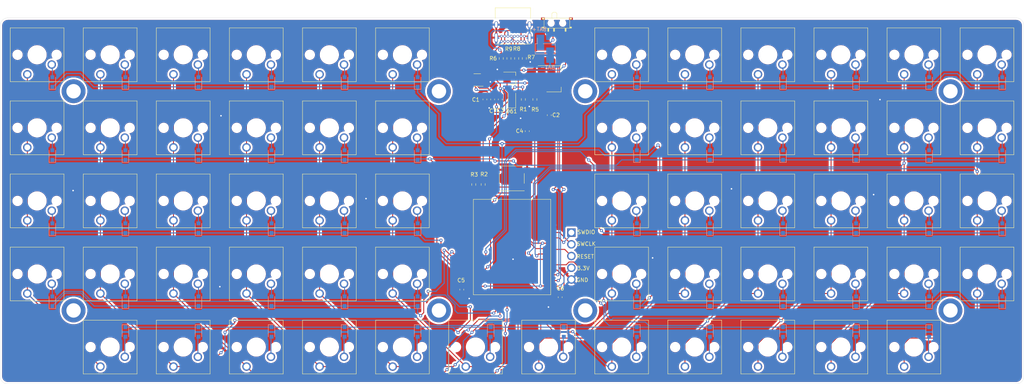
<source format=kicad_pcb>
(kicad_pcb (version 20171130) (host pcbnew 5.1.10)
  (layers (0 F.Cu signal) (31 B.Cu signal) (34 B.Paste user) (35 F.Paste user) (36 B.SilkS user) (37 F.SilkS user) (38 B.Mask user) (39 F.Mask user) (44 Edge.Cuts user))
  (net 0 "")
  (net 1 "Net-(D1-Pad2)")
  (net 2 "Net-(D2-Pad2)")
  (net 3 "Net-(D3-Pad2)")
  (net 4 "Net-(D4-Pad2)")
  (net 5 "Net-(D5-Pad2)")
  (net 6 "Net-(D6-Pad2)")
  (net 7 "Net-(D7-Pad2)")
  (net 8 "Net-(D8-Pad2)")
  (net 9 "Net-(D9-Pad2)")
  (net 10 "Net-(D10-Pad2)")
  (net 11 "Net-(D11-Pad2)")
  (net 12 "Net-(D12-Pad2)")
  (net 13 "Net-(D13-Pad2)")
  (net 14 "Net-(D14-Pad2)")
  (net 15 "Net-(D15-Pad2)")
  (net 16 "Net-(D16-Pad2)")
  (net 17 "Net-(D17-Pad2)")
  (net 18 "Net-(D18-Pad2)")
  (net 19 "Net-(D19-Pad2)")
  (net 20 "Net-(D20-Pad2)")
  (net 21 "Net-(D21-Pad2)")
  (net 22 "Net-(D22-Pad2)")
  (net 23 "Net-(D23-Pad2)")
  (net 24 "Net-(D24-Pad2)")
  (net 25 "Net-(D25-Pad2)")
  (net 26 "Net-(D26-Pad2)")
  (net 27 "Net-(D27-Pad2)")
  (net 28 "Net-(D28-Pad2)")
  (net 29 "Net-(D29-Pad2)")
  (net 30 "Net-(D30-Pad2)")
  (net 31 "Net-(D31-Pad2)")
  (net 32 "Net-(D32-Pad2)")
  (net 33 "Net-(D33-Pad2)")
  (net 34 "Net-(D34-Pad2)")
  (net 35 "Net-(D35-Pad2)")
  (net 36 "Net-(D36-Pad2)")
  (net 37 "Net-(D37-Pad2)")
  (net 38 "Net-(D38-Pad2)")
  (net 39 "Net-(D39-Pad2)")
  (net 40 "Net-(D40-Pad2)")
  (net 41 "Net-(D41-Pad2)")
  (net 42 "Net-(D42-Pad2)")
  (net 43 "Net-(D43-Pad2)")
  (net 44 "Net-(D44-Pad2)")
  (net 45 "Net-(D45-Pad2)")
  (net 46 "Net-(D46-Pad2)")
  (net 47 "Net-(D47-Pad2)")
  (net 48 "Net-(D48-Pad2)")
  (net 49 "Net-(D49-Pad2)")
  (net 50 "Net-(D50-Pad2)")
  (net 51 "Net-(D51-Pad2)")
  (net 52 "Net-(D52-Pad2)")
  (net 53 "Net-(D53-Pad2)")
  (net 54 "Net-(D54-Pad2)")
  (net 55 "Net-(D55-Pad2)")
  (net 56 "Net-(D56-Pad2)")
  (net 57 "Net-(D57-Pad2)")
  (net 58 "Net-(D58-Pad2)")
  (net 59 "Net-(D59-Pad2)")
  (net 60 "Net-(D60-Pad2)")
  (net 61 row_2)
  (net 62 row_3)
  (net 63 row_1)
  (net 64 row_4)
  (net 65 row_5)
  (net 66 col_1)
  (net 67 col_2)
  (net 68 col_3)
  (net 69 col_4)
  (net 70 col_5)
  (net 71 col_6)
  (net 72 col_7)
  (net 73 col_8)
  (net 74 col_9)
  (net 75 col_10)
  (net 76 col_11)
  (net 77 col_12)
  (net 78 "Net-(J1-PadA5)")
  (net 79 "Net-(J1-PadA6)")
  (net 80 "Net-(J1-PadA7)")
  (net 81 "Net-(J1-PadA8)")
  (net 82 "Net-(J1-PadB8)")
  (net 83 "Net-(J1-PadB5)")
  (net 84 "Net-(U1-Pad4)")
  (net 85 VBAT)
  (net 86 GND)
  (net 87 "Net-(C1-Pad1)")
  (net 88 3.3V)
  (net 89 VBUS)
  (net 90 SWDIO)
  (net 91 SWCLK)
  (net 92 RESET)
  (net 93 VDIV)
  (net 94 "Net-(R5-Pad1)")
  (net 95 D+)
  (net 96 D-)
  (net 97 "Net-(U2-Pad2)")
  (net 98 "Net-(U2-Pad3)")
  (net 99 "Net-(U2-Pad4)")
  (net 100 "Net-(U2-Pad6)")
  (net 101 "Net-(U2-Pad7)")
  (net 102 "Net-(U3-Pad1)")
  (net 103 "Net-(B1-Pad3)")
  (net 104 "Net-(B1-Pad2)")
  (module Keyboard:MountingHole_M2_spacer (layer F.Cu) (at 164.08 124.25)
    (fp_text reference REF** hide)
    (fp_text value MountingHole_M2_spacer)
    (pad 1 thru_hole circle (at 0 0) (size 6.2 6.2) (drill 3.75) (layers *.Cu *.Mask))
  )
  (module Keyboard:MountingHole_M2_spacer (layer F.Cu) (at 164.08 67.25)
    (fp_text reference REF** hide)
    (fp_text value MountingHole_M2_spacer)
    (pad 1 thru_hole circle (at 0 0) (size 6.2 6.2) (drill 3.75) (layers *.Cu *.Mask))
  )
  (module Keyboard:MountingHole_M2_spacer (layer F.Cu) (at 31.03 124.25)
    (fp_text reference REF** hide)
    (fp_text value MountingHole_M2_spacer)
    (pad 1 thru_hole circle (at 0 0) (size 6.2 6.2) (drill 3.75) (layers *.Cu *.Mask))
  )
  (module Keyboard:MountingHole_M2_spacer (layer F.Cu) (at 126.03 124.25)
    (fp_text reference REF** hide)
    (fp_text value MountingHole_M2_spacer)
    (pad 1 thru_hole circle (at 0 0) (size 6.2 6.2) (drill 3.75) (layers *.Cu *.Mask))
  )
  (module Keyboard:MountingHole_M2_spacer (layer F.Cu) (at 259.03 124.25)
    (fp_text reference REF** hide)
    (fp_text value MountingHole_M2_spacer)
    (pad 1 thru_hole circle (at 0 0) (size 6.2 6.2) (drill 3.75) (layers *.Cu *.Mask))
  )
  (module Keyboard:MountingHole_M2_spacer (layer F.Cu) (at 259.03 67.25)
    (fp_text reference REF** hide)
    (fp_text value MountingHole_M2_spacer)
    (pad 1 thru_hole circle (at 0 0) (size 6.2 6.2) (drill 3.75) (layers *.Cu *.Mask))
  )
  (module Keyboard:MountingHole_M2_spacer (layer F.Cu) (at 126.03 67.25)
    (fp_text reference REF** hide)
    (fp_text value MountingHole_M2_spacer)
    (pad 1 thru_hole circle (at 0 0) (size 6.2 6.2) (drill 3.75) (layers *.Cu *.Mask))
  )
  (module Keyboard:MountingHole_M2_spacer (layer F.Cu) (at 31.03 67.25)
    (fp_text reference REF** hide)
    (fp_text value MountingHole_M2_spacer)
    (pad 1 thru_hole circle (at 0 0) (size 6.2 6.2) (drill 3.75) (layers *.Cu *.Mask))
  )
  (module Keyboard:aconno_nrf_52840 (layer F.Cu) (at 144.99 116.17)
    (fp_text reference U2 hide)
    (fp_text value aconno_nrf52840)
    (pad 35 smd rect (at 10.1 -13.6 270) (size 1 2) (layers F.Cu F.Paste F.Mask) (net 86 GND))
    (pad 34 smd rect (at 10.1 -12.2 270) (size 1 2) (layers F.Cu F.Paste F.Mask) (net 91 SWCLK))
    (pad 33 smd rect (at 10.1 -10.8 270) (size 1 2) (layers F.Cu F.Paste F.Mask) (net 90 SWDIO))
    (pad 32 smd rect (at 10.1 -9.4 270) (size 1 2) (layers F.Cu F.Paste F.Mask) (net 88 3.3V))
    (pad 31 smd rect (at 10.1 -8 270) (size 1 2) (layers F.Cu F.Paste F.Mask) (net 92 RESET))
    (pad 30 smd rect (at 10.1 -6.6 270) (size 1 2) (layers F.Cu F.Paste F.Mask) (net 66 col_1))
    (pad 29 smd rect (at 10.1 -5.2 270) (size 1 2) (layers F.Cu F.Paste F.Mask) (net 67 col_2))
    (pad 28 smd rect (at 10.1 -3.8 270) (size 1 2) (layers F.Cu F.Paste F.Mask) (net 68 col_3))
    (pad 27 smd rect (at 10.1 -2.4 270) (size 1 2) (layers F.Cu F.Paste F.Mask) (net 69 col_4))
    (pad 26 smd rect (at 10.1 -1 270) (size 1 2) (layers F.Cu F.Paste F.Mask) (net 95 D+))
    (pad 25 smd rect (at 10.1 0.4 270) (size 1 2) (layers F.Cu F.Paste F.Mask) (net 96 D-))
    (pad 23 smd rect (at 7.05 4) (size 1 2) (layers F.Cu F.Paste F.Mask) (net 89 VBUS))
    (pad 22 smd rect (at 5.65 4) (size 1 2) (layers F.Cu F.Paste F.Mask) (net 70 col_5))
    (pad 21 smd rect (at 4.25 4) (size 1 2) (layers F.Cu F.Paste F.Mask) (net 71 col_6))
    (pad 20 smd rect (at 2.85 4) (size 1 2) (layers F.Cu F.Paste F.Mask) (net 72 col_7))
    (pad 19 smd rect (at 1.45 4) (size 1 2) (layers F.Cu F.Paste F.Mask) (net 73 col_8))
    (pad 18 smd rect (at 0.05 4) (size 1 2) (layers F.Cu F.Paste F.Mask) (net 74 col_9))
    (pad 17 smd rect (at -1.35 4) (size 1 2) (layers F.Cu F.Paste F.Mask) (net 75 col_10))
    (pad 16 smd rect (at -2.75 4) (size 1 2) (layers F.Cu F.Paste F.Mask) (net 76 col_11))
    (pad 15 smd rect (at -4.15 4) (size 1 2) (layers F.Cu F.Paste F.Mask) (net 77 col_12))
    (pad 14 smd rect (at -5.55 4) (size 1 2) (layers F.Cu F.Paste F.Mask) (net 65 row_5))
    (pad 12 smd rect (at -10 1.8 90) (size 1 2) (layers F.Cu F.Paste F.Mask) (net 88 3.3V))
    (pad 11 smd rect (at -10 0.4 90) (size 1 2) (layers F.Cu F.Paste F.Mask) (net 64 row_4))
    (pad 10 smd rect (at -10 -1 90) (size 1 2) (layers F.Cu F.Paste F.Mask) (net 62 row_3))
    (pad 9 smd rect (at -10 -2.4 90) (size 1 2) (layers F.Cu F.Paste F.Mask) (net 61 row_2))
    (pad 8 smd rect (at -10 -3.8 90) (size 1 2) (layers F.Cu F.Paste F.Mask) (net 63 row_1))
    (pad 7 smd rect (at -10 -5.2 90) (size 1 2) (layers F.Cu F.Paste F.Mask) (net 101 "Net-(U2-Pad7)"))
    (pad 6 smd rect (at -10 -6.6 90) (size 1 2) (layers F.Cu F.Paste F.Mask) (net 100 "Net-(U2-Pad6)"))
    (pad 5 smd rect (at -10 -8 90) (size 1 2) (layers F.Cu F.Paste F.Mask) (net 93 VDIV))
    (pad 4 smd rect (at -10 -9.4 90) (size 1 2) (layers F.Cu F.Paste F.Mask) (net 99 "Net-(U2-Pad4)"))
    (pad 3 smd rect (at -10 -10.8 90) (size 1 2) (layers F.Cu F.Paste F.Mask) (net 98 "Net-(U2-Pad3)"))
    (pad 2 smd rect (at -10 -12.2 90) (size 1 2) (layers F.Cu F.Paste F.Mask) (net 97 "Net-(U2-Pad2)"))
    (pad 13 smd rect (at -6.95 4) (size 1 2) (layers F.Cu F.Paste F.Mask) (net 86 GND))
    (pad 24 smd rect (at 10.1 1.8 270) (size 1 2) (layers F.Cu F.Paste F.Mask) (net 88 3.3V))
    (pad 1 smd rect (at -10 -13.6 90) (size 1 2) (layers F.Cu F.Paste F.Mask) (net 86 GND))
  )
  (module Keyboard:SWD (layer F.Cu) (at 160.47 104.01)
    (fp_text reference J2 hide)
    (fp_text value Conn_01x05)
    (pad 1 thru_hole rect (at 0 0) (size 2.2 2.2) (drill 1.5) (layers *.Cu *.Mask) (net 90 SWDIO))
    (pad 2 thru_hole circle (at 0 3.048) (size 2.2 2.2) (drill 1.5) (layers *.Cu *.Mask) (net 91 SWCLK))
    (pad 3 thru_hole circle (at 0 6.096) (size 2.2 2.2) (drill 1.5) (layers *.Cu *.Mask) (net 92 RESET))
    (pad 4 thru_hole circle (at 0 9.144) (size 2.2 2.2) (drill 1.5) (layers *.Cu *.Mask) (net 88 3.3V))
    (pad 5 thru_hole circle (at 0 12.192) (size 2.2 2.2) (drill 1.5) (layers *.Cu *.Mask) (net 86 GND))
  )
  (module Button_Switch_SMD:SW_Push_1P1T_NO_6x6mm_H9.5mm (layer F.Cu) (at 144.99 89.92)
    (fp_text reference SW61 hide)
    (fp_text value SW_Push)
    (pad 2 smd rect (at 3.975 2.25) (size 1.55 1.3) (layers F.Cu F.Paste F.Mask) (net 92 RESET))
    (pad 1 smd rect (at 3.975 -2.25) (size 1.55 1.3) (layers F.Cu F.Paste F.Mask) (net 86 GND))
    (pad 1 smd rect (at -3.975 -2.25) (size 1.55 1.3) (layers F.Cu F.Paste F.Mask) (net 86 GND))
    (pad 2 smd rect (at -3.975 2.25) (size 1.55 1.3) (layers F.Cu F.Paste F.Mask) (net 92 RESET))
  )
  (module Button_Switch_Keyboard:SW_Cherry_MX_1.00u_PCB (layer F.Cu) (at 57 81.85 180)
    (fp_text reference SW49 hide)
    (fp_text value MX-with-LED-keebio)
    (pad "" np_thru_hole circle (at 2.54 5.08 180) (size 1.7 1.7) (drill 1.7) (layers *.Cu *.Mask))
    (pad "" np_thru_hole circle (at -7.62 5.08 180) (size 1.7 1.7) (drill 1.7) (layers *.Cu *.Mask))
    (pad "" np_thru_hole circle (at -2.54 5.08 180) (size 4 4) (drill 4) (layers *.Cu *.Mask))
    (pad 2 thru_hole circle (at -6.35 2.54 180) (size 2.2 2.2) (drill 1.5) (layers *.Cu *.Mask) (net 49 "Net-(D49-Pad2)"))
    (pad 1 thru_hole circle (at 0 0 180) (size 2.2 2.2) (drill 1.5) (layers *.Cu *.Mask) (net 75 col_10))
  )
  (module Button_Switch_Keyboard:SW_Cherry_MX_1.00u_PCB (layer F.Cu) (at 57 119.85 180)
    (fp_text reference SW47 hide)
    (fp_text value MX-with-LED-keebio)
    (pad "" np_thru_hole circle (at 2.54 5.08 180) (size 1.7 1.7) (drill 1.7) (layers *.Cu *.Mask))
    (pad "" np_thru_hole circle (at -7.62 5.08 180) (size 1.7 1.7) (drill 1.7) (layers *.Cu *.Mask))
    (pad "" np_thru_hole circle (at -2.54 5.08 180) (size 4 4) (drill 4) (layers *.Cu *.Mask))
    (pad 2 thru_hole circle (at -6.35 2.54 180) (size 2.2 2.2) (drill 1.5) (layers *.Cu *.Mask) (net 47 "Net-(D47-Pad2)"))
    (pad 1 thru_hole circle (at 0 0 180) (size 2.2 2.2) (drill 1.5) (layers *.Cu *.Mask) (net 75 col_10))
  )
  (module Button_Switch_Keyboard:SW_Cherry_MX_1.00u_PCB (layer F.Cu) (at 190 119.85 180)
    (fp_text reference SW22 hide)
    (fp_text value MX-with-LED-keebio)
    (pad 1 thru_hole circle (at 0 0 180) (size 2.2 2.2) (drill 1.5) (layers *.Cu *.Mask) (net 70 col_5))
    (pad 2 thru_hole circle (at -6.35 2.54 180) (size 2.2 2.2) (drill 1.5) (layers *.Cu *.Mask) (net 21 "Net-(D21-Pad2)"))
    (pad "" np_thru_hole circle (at -2.54 5.08 180) (size 4 4) (drill 4) (layers *.Cu *.Mask))
    (pad "" np_thru_hole circle (at -7.62 5.08 180) (size 1.7 1.7) (drill 1.7) (layers *.Cu *.Mask))
    (pad "" np_thru_hole circle (at 2.54 5.08 180) (size 1.7 1.7) (drill 1.7) (layers *.Cu *.Mask))
  )
  (module Button_Switch_Keyboard:SW_Cherry_MX_1.00u_PCB (layer F.Cu) (at 190 100.85 180)
    (fp_text reference SW23 hide)
    (fp_text value MX-with-LED-keebio)
    (pad "" np_thru_hole circle (at 2.54 5.08 180) (size 1.7 1.7) (drill 1.7) (layers *.Cu *.Mask))
    (pad "" np_thru_hole circle (at -7.62 5.08 180) (size 1.7 1.7) (drill 1.7) (layers *.Cu *.Mask))
    (pad "" np_thru_hole circle (at -2.54 5.08 180) (size 4 4) (drill 4) (layers *.Cu *.Mask))
    (pad 2 thru_hole circle (at -6.35 2.54 180) (size 2.2 2.2) (drill 1.5) (layers *.Cu *.Mask) (net 22 "Net-(D22-Pad2)"))
    (pad 1 thru_hole circle (at 0 0 180) (size 2.2 2.2) (drill 1.5) (layers *.Cu *.Mask) (net 70 col_5))
  )
  (module Package_TO_SOT_SMD:SOT-223 (layer F.Cu) (at 155.9 65.54 180)
    (fp_text reference U1 hide)
    (fp_text value AP2112K-3.3)
    (pad 4 smd rect (at -3.15 1.524) (size 2 3.8) (layers F.Cu F.Paste F.Mask) (net 84 "Net-(U1-Pad4)"))
    (pad 5 smd rect (at 3.15 1.524) (size 2 1.5) (layers F.Cu F.Paste F.Mask) (net 88 3.3V))
    (pad 1 smd rect (at 3.15 -0.776) (size 2 1.5) (layers F.Cu F.Paste F.Mask) (net 87 "Net-(C1-Pad1)"))
    (pad 2 smd rect (at 3.15 3.824) (size 2 1.5) (layers F.Cu F.Paste F.Mask) (net 86 GND))
  )
  (module Connector_USB:USB_C_Receptacle_GCT_USB4085 (layer F.Cu) (at 148.23 54.3 180)
    (fp_text reference J1 hide)
    (fp_text value USB_C_Receptacle_USB2.0)
    (pad A1 thru_hole circle (at 0 0 180) (size 0.7 0.7) (drill 0.4) (layers *.Cu *.Mask) (net 86 GND))
    (pad A4 thru_hole circle (at 0.85 0 180) (size 0.7 0.7) (drill 0.4) (layers *.Cu *.Mask) (net 89 VBUS))
    (pad A5 thru_hole circle (at 1.7 0 180) (size 0.7 0.7) (drill 0.4) (layers *.Cu *.Mask) (net 78 "Net-(J1-PadA5)"))
    (pad A6 thru_hole circle (at 2.55 0 180) (size 0.7 0.7) (drill 0.4) (layers *.Cu *.Mask) (net 79 "Net-(J1-PadA6)"))
    (pad A7 thru_hole circle (at 3.4 0 180) (size 0.7 0.7) (drill 0.4) (layers *.Cu *.Mask) (net 80 "Net-(J1-PadA7)"))
    (pad A8 thru_hole circle (at 4.25 0 180) (size 0.7 0.7) (drill 0.4) (layers *.Cu *.Mask) (net 81 "Net-(J1-PadA8)"))
    (pad A9 thru_hole circle (at 5.1 0 180) (size 0.7 0.7) (drill 0.4) (layers *.Cu *.Mask) (net 89 VBUS))
    (pad A12 thru_hole circle (at 5.95 0 180) (size 0.7 0.7) (drill 0.4) (layers *.Cu *.Mask) (net 86 GND))
    (pad B9 thru_hole circle (at 0.85 1.35 180) (size 0.7 0.7) (drill 0.4) (layers *.Cu *.Mask) (net 89 VBUS))
    (pad B7 thru_hole circle (at 2.55 1.35 180) (size 0.7 0.7) (drill 0.4) (layers *.Cu *.Mask) (net 80 "Net-(J1-PadA7)"))
    (pad B8 thru_hole circle (at 1.7 1.35 180) (size 0.7 0.7) (drill 0.4) (layers *.Cu *.Mask) (net 82 "Net-(J1-PadB8)"))
    (pad B12 thru_hole circle (at 0 1.35 180) (size 0.7 0.7) (drill 0.4) (layers *.Cu *.Mask) (net 86 GND))
    (pad B5 thru_hole circle (at 4.25 1.35 180) (size 0.7 0.7) (drill 0.4) (layers *.Cu *.Mask) (net 83 "Net-(J1-PadB5)"))
    (pad B4 thru_hole circle (at 5.1 1.35 180) (size 0.7 0.7) (drill 0.4) (layers *.Cu *.Mask) (net 89 VBUS))
    (pad B1 thru_hole circle (at 5.95 1.35 180) (size 0.7 0.7) (drill 0.4) (layers *.Cu *.Mask) (net 86 GND))
    (pad B6 thru_hole circle (at 3.4 1.35 180) (size 0.7 0.7) (drill 0.4) (layers *.Cu *.Mask) (net 79 "Net-(J1-PadA6)"))
    (pad S1 thru_hole oval (at -1.35 0.98 180) (size 0.9 2.4) (drill oval 0.6 2.1) (layers *.Cu *.Mask) (net 86 GND))
    (pad S1 thru_hole oval (at 7.3 0.98 180) (size 0.9 2.4) (drill oval 0.6 2.1) (layers *.Cu *.Mask) (net 86 GND))
    (pad S1 thru_hole oval (at -1.35 4.36 180) (size 0.9 1.7) (drill oval 0.6 1.4) (layers *.Cu *.Mask) (net 86 GND))
    (pad S1 thru_hole oval (at 7.3 4.36 180) (size 0.9 1.7) (drill oval 0.6 1.4) (layers *.Cu *.Mask) (net 86 GND))
  )
  (module Button_Switch_Keyboard:SW_Cherry_MX_1.00u_PCB (layer F.Cu) (at 247 138.85 180)
    (fp_text reference SW1 hide)
    (fp_text value MX-with-LED-keebio)
    (pad "" np_thru_hole circle (at 2.54 5.08 180) (size 1.7 1.7) (drill 1.7) (layers *.Cu *.Mask))
    (pad "" np_thru_hole circle (at -7.62 5.08 180) (size 1.7 1.7) (drill 1.7) (layers *.Cu *.Mask))
    (pad "" np_thru_hole circle (at -2.54 5.08 180) (size 4 4) (drill 4) (layers *.Cu *.Mask))
    (pad 2 thru_hole circle (at -6.35 2.54 180) (size 2.2 2.2) (drill 1.5) (layers *.Cu *.Mask) (net 3 "Net-(D3-Pad2)"))
    (pad 1 thru_hole circle (at 0 0 180) (size 2.2 2.2) (drill 1.5) (layers *.Cu *.Mask) (net 66 col_1))
  )
  (module Button_Switch_Keyboard:SW_Cherry_MX_1.00u_PCB (layer F.Cu) (at 266 119.85 180)
    (fp_text reference SW2 hide)
    (fp_text value MX-with-LED-keebio)
    (pad 1 thru_hole circle (at 0 0 180) (size 2.2 2.2) (drill 1.5) (layers *.Cu *.Mask) (net 66 col_1))
    (pad 2 thru_hole circle (at -6.35 2.54 180) (size 2.2 2.2) (drill 1.5) (layers *.Cu *.Mask) (net 1 "Net-(D1-Pad2)"))
    (pad "" np_thru_hole circle (at -2.54 5.08 180) (size 4 4) (drill 4) (layers *.Cu *.Mask))
    (pad "" np_thru_hole circle (at -7.62 5.08 180) (size 1.7 1.7) (drill 1.7) (layers *.Cu *.Mask))
    (pad "" np_thru_hole circle (at 2.54 5.08 180) (size 1.7 1.7) (drill 1.7) (layers *.Cu *.Mask))
  )
  (module Button_Switch_Keyboard:SW_Cherry_MX_1.00u_PCB (layer F.Cu) (at 266 100.85 180)
    (fp_text reference SW3 hide)
    (fp_text value MX-with-LED-keebio)
    (pad "" np_thru_hole circle (at 2.54 5.08 180) (size 1.7 1.7) (drill 1.7) (layers *.Cu *.Mask))
    (pad "" np_thru_hole circle (at -7.62 5.08 180) (size 1.7 1.7) (drill 1.7) (layers *.Cu *.Mask))
    (pad "" np_thru_hole circle (at -2.54 5.08 180) (size 4 4) (drill 4) (layers *.Cu *.Mask))
    (pad 2 thru_hole circle (at -6.35 2.54 180) (size 2.2 2.2) (drill 1.5) (layers *.Cu *.Mask) (net 2 "Net-(D2-Pad2)"))
    (pad 1 thru_hole circle (at 0 0 180) (size 2.2 2.2) (drill 1.5) (layers *.Cu *.Mask) (net 66 col_1))
  )
  (module Button_Switch_Keyboard:SW_Cherry_MX_1.00u_PCB (layer F.Cu) (at 266 81.85 180)
    (fp_text reference SW4 hide)
    (fp_text value MX-with-LED-keebio)
    (pad 1 thru_hole circle (at 0 0 180) (size 2.2 2.2) (drill 1.5) (layers *.Cu *.Mask) (net 66 col_1))
    (pad 2 thru_hole circle (at -6.35 2.54 180) (size 2.2 2.2) (drill 1.5) (layers *.Cu *.Mask) (net 4 "Net-(D4-Pad2)"))
    (pad "" np_thru_hole circle (at -2.54 5.08 180) (size 4 4) (drill 4) (layers *.Cu *.Mask))
    (pad "" np_thru_hole circle (at -7.62 5.08 180) (size 1.7 1.7) (drill 1.7) (layers *.Cu *.Mask))
    (pad "" np_thru_hole circle (at 2.54 5.08 180) (size 1.7 1.7) (drill 1.7) (layers *.Cu *.Mask))
  )
  (module Button_Switch_Keyboard:SW_Cherry_MX_1.00u_PCB (layer F.Cu) (at 266 62.85 180)
    (fp_text reference SW5 hide)
    (fp_text value MX-with-LED-keebio)
    (pad "" np_thru_hole circle (at 2.54 5.08 180) (size 1.7 1.7) (drill 1.7) (layers *.Cu *.Mask))
    (pad "" np_thru_hole circle (at -7.62 5.08 180) (size 1.7 1.7) (drill 1.7) (layers *.Cu *.Mask))
    (pad "" np_thru_hole circle (at -2.54 5.08 180) (size 4 4) (drill 4) (layers *.Cu *.Mask))
    (pad 2 thru_hole circle (at -6.35 2.54 180) (size 2.2 2.2) (drill 1.5) (layers *.Cu *.Mask) (net 5 "Net-(D5-Pad2)"))
    (pad 1 thru_hole circle (at 0 0 180) (size 2.2 2.2) (drill 1.5) (layers *.Cu *.Mask) (net 66 col_1))
  )
  (module Button_Switch_Keyboard:SW_Cherry_MX_1.00u_PCB (layer F.Cu) (at 228 138.85 180)
    (fp_text reference SW6 hide)
    (fp_text value MX-with-LED-keebio)
    (pad 1 thru_hole circle (at 0 0 180) (size 2.2 2.2) (drill 1.5) (layers *.Cu *.Mask) (net 67 col_2))
    (pad 2 thru_hole circle (at -6.35 2.54 180) (size 2.2 2.2) (drill 1.5) (layers *.Cu *.Mask) (net 7 "Net-(D7-Pad2)"))
    (pad "" np_thru_hole circle (at -2.54 5.08 180) (size 4 4) (drill 4) (layers *.Cu *.Mask))
    (pad "" np_thru_hole circle (at -7.62 5.08 180) (size 1.7 1.7) (drill 1.7) (layers *.Cu *.Mask))
    (pad "" np_thru_hole circle (at 2.54 5.08 180) (size 1.7 1.7) (drill 1.7) (layers *.Cu *.Mask))
  )
  (module Button_Switch_Keyboard:SW_Cherry_MX_1.00u_PCB (layer F.Cu) (at 247 119.85 180)
    (fp_text reference SW7 hide)
    (fp_text value MX-with-LED-keebio)
    (pad "" np_thru_hole circle (at 2.54 5.08 180) (size 1.7 1.7) (drill 1.7) (layers *.Cu *.Mask))
    (pad "" np_thru_hole circle (at -7.62 5.08 180) (size 1.7 1.7) (drill 1.7) (layers *.Cu *.Mask))
    (pad "" np_thru_hole circle (at -2.54 5.08 180) (size 4 4) (drill 4) (layers *.Cu *.Mask))
    (pad 2 thru_hole circle (at -6.35 2.54 180) (size 2.2 2.2) (drill 1.5) (layers *.Cu *.Mask) (net 6 "Net-(D6-Pad2)"))
    (pad 1 thru_hole circle (at 0 0 180) (size 2.2 2.2) (drill 1.5) (layers *.Cu *.Mask) (net 67 col_2))
  )
  (module Button_Switch_Keyboard:SW_Cherry_MX_1.00u_PCB (layer F.Cu) (at 247 100.85 180)
    (fp_text reference SW8 hide)
    (fp_text value MX-with-LED-keebio)
    (pad 1 thru_hole circle (at 0 0 180) (size 2.2 2.2) (drill 1.5) (layers *.Cu *.Mask) (net 67 col_2))
    (pad 2 thru_hole circle (at -6.35 2.54 180) (size 2.2 2.2) (drill 1.5) (layers *.Cu *.Mask) (net 8 "Net-(D8-Pad2)"))
    (pad "" np_thru_hole circle (at -2.54 5.08 180) (size 4 4) (drill 4) (layers *.Cu *.Mask))
    (pad "" np_thru_hole circle (at -7.62 5.08 180) (size 1.7 1.7) (drill 1.7) (layers *.Cu *.Mask))
    (pad "" np_thru_hole circle (at 2.54 5.08 180) (size 1.7 1.7) (drill 1.7) (layers *.Cu *.Mask))
  )
  (module Button_Switch_Keyboard:SW_Cherry_MX_1.00u_PCB (layer F.Cu) (at 247 81.85 180)
    (fp_text reference SW9 hide)
    (fp_text value MX-with-LED-keebio)
    (pad "" np_thru_hole circle (at 2.54 5.08 180) (size 1.7 1.7) (drill 1.7) (layers *.Cu *.Mask))
    (pad "" np_thru_hole circle (at -7.62 5.08 180) (size 1.7 1.7) (drill 1.7) (layers *.Cu *.Mask))
    (pad "" np_thru_hole circle (at -2.54 5.08 180) (size 4 4) (drill 4) (layers *.Cu *.Mask))
    (pad 2 thru_hole circle (at -6.35 2.54 180) (size 2.2 2.2) (drill 1.5) (layers *.Cu *.Mask) (net 9 "Net-(D9-Pad2)"))
    (pad 1 thru_hole circle (at 0 0 180) (size 2.2 2.2) (drill 1.5) (layers *.Cu *.Mask) (net 67 col_2))
  )
  (module Button_Switch_Keyboard:SW_Cherry_MX_1.00u_PCB (layer F.Cu) (at 247 62.85 180)
    (fp_text reference SW10 hide)
    (fp_text value MX-with-LED-keebio)
    (pad 1 thru_hole circle (at 0 0 180) (size 2.2 2.2) (drill 1.5) (layers *.Cu *.Mask) (net 67 col_2))
    (pad 2 thru_hole circle (at -6.35 2.54 180) (size 2.2 2.2) (drill 1.5) (layers *.Cu *.Mask) (net 10 "Net-(D10-Pad2)"))
    (pad "" np_thru_hole circle (at -2.54 5.08 180) (size 4 4) (drill 4) (layers *.Cu *.Mask))
    (pad "" np_thru_hole circle (at -7.62 5.08 180) (size 1.7 1.7) (drill 1.7) (layers *.Cu *.Mask))
    (pad "" np_thru_hole circle (at 2.54 5.08 180) (size 1.7 1.7) (drill 1.7) (layers *.Cu *.Mask))
  )
  (module Button_Switch_Keyboard:SW_Cherry_MX_1.00u_PCB (layer F.Cu) (at 209 138.85 180)
    (fp_text reference SW11 hide)
    (fp_text value MX-with-LED-keebio)
    (pad "" np_thru_hole circle (at 2.54 5.08 180) (size 1.7 1.7) (drill 1.7) (layers *.Cu *.Mask))
    (pad "" np_thru_hole circle (at -7.62 5.08 180) (size 1.7 1.7) (drill 1.7) (layers *.Cu *.Mask))
    (pad "" np_thru_hole circle (at -2.54 5.08 180) (size 4 4) (drill 4) (layers *.Cu *.Mask))
    (pad 2 thru_hole circle (at -6.35 2.54 180) (size 2.2 2.2) (drill 1.5) (layers *.Cu *.Mask) (net 14 "Net-(D14-Pad2)"))
    (pad 1 thru_hole circle (at 0 0 180) (size 2.2 2.2) (drill 1.5) (layers *.Cu *.Mask) (net 68 col_3))
  )
  (module Button_Switch_Keyboard:SW_Cherry_MX_1.00u_PCB (layer F.Cu) (at 228 119.85 180)
    (fp_text reference SW12 hide)
    (fp_text value MX-with-LED-keebio)
    (pad 1 thru_hole circle (at 0 0 180) (size 2.2 2.2) (drill 1.5) (layers *.Cu *.Mask) (net 68 col_3))
    (pad 2 thru_hole circle (at -6.35 2.54 180) (size 2.2 2.2) (drill 1.5) (layers *.Cu *.Mask) (net 11 "Net-(D11-Pad2)"))
    (pad "" np_thru_hole circle (at -2.54 5.08 180) (size 4 4) (drill 4) (layers *.Cu *.Mask))
    (pad "" np_thru_hole circle (at -7.62 5.08 180) (size 1.7 1.7) (drill 1.7) (layers *.Cu *.Mask))
    (pad "" np_thru_hole circle (at 2.54 5.08 180) (size 1.7 1.7) (drill 1.7) (layers *.Cu *.Mask))
  )
  (module Button_Switch_Keyboard:SW_Cherry_MX_1.00u_PCB (layer F.Cu) (at 228 100.85 180)
    (fp_text reference SW13 hide)
    (fp_text value MX-with-LED-keebio)
    (pad "" np_thru_hole circle (at 2.54 5.08 180) (size 1.7 1.7) (drill 1.7) (layers *.Cu *.Mask))
    (pad "" np_thru_hole circle (at -7.62 5.08 180) (size 1.7 1.7) (drill 1.7) (layers *.Cu *.Mask))
    (pad "" np_thru_hole circle (at -2.54 5.08 180) (size 4 4) (drill 4) (layers *.Cu *.Mask))
    (pad 2 thru_hole circle (at -6.35 2.54 180) (size 2.2 2.2) (drill 1.5) (layers *.Cu *.Mask) (net 12 "Net-(D12-Pad2)"))
    (pad 1 thru_hole circle (at 0 0 180) (size 2.2 2.2) (drill 1.5) (layers *.Cu *.Mask) (net 68 col_3))
  )
  (module Button_Switch_Keyboard:SW_Cherry_MX_1.00u_PCB (layer F.Cu) (at 228 81.85 180)
    (fp_text reference SW14 hide)
    (fp_text value MX-with-LED-keebio)
    (pad 1 thru_hole circle (at 0 0 180) (size 2.2 2.2) (drill 1.5) (layers *.Cu *.Mask) (net 68 col_3))
    (pad 2 thru_hole circle (at -6.35 2.54 180) (size 2.2 2.2) (drill 1.5) (layers *.Cu *.Mask) (net 13 "Net-(D13-Pad2)"))
    (pad "" np_thru_hole circle (at -2.54 5.08 180) (size 4 4) (drill 4) (layers *.Cu *.Mask))
    (pad "" np_thru_hole circle (at -7.62 5.08 180) (size 1.7 1.7) (drill 1.7) (layers *.Cu *.Mask))
    (pad "" np_thru_hole circle (at 2.54 5.08 180) (size 1.7 1.7) (drill 1.7) (layers *.Cu *.Mask))
  )
  (module Button_Switch_Keyboard:SW_Cherry_MX_1.00u_PCB (layer F.Cu) (at 228 62.85 180)
    (fp_text reference SW15 hide)
    (fp_text value MX-with-LED-keebio)
    (pad 1 thru_hole circle (at 0 0 180) (size 2.2 2.2) (drill 1.5) (layers *.Cu *.Mask) (net 68 col_3))
    (pad 2 thru_hole circle (at -6.35 2.54 180) (size 2.2 2.2) (drill 1.5) (layers *.Cu *.Mask) (net 15 "Net-(D15-Pad2)"))
    (pad "" np_thru_hole circle (at -2.54 5.08 180) (size 4 4) (drill 4) (layers *.Cu *.Mask))
    (pad "" np_thru_hole circle (at -7.62 5.08 180) (size 1.7 1.7) (drill 1.7) (layers *.Cu *.Mask))
    (pad "" np_thru_hole circle (at 2.54 5.08 180) (size 1.7 1.7) (drill 1.7) (layers *.Cu *.Mask))
  )
  (module Button_Switch_Keyboard:SW_Cherry_MX_1.00u_PCB (layer F.Cu) (at 190 138.85 180)
    (fp_text reference SW16 hide)
    (fp_text value MX-with-LED-keebio)
    (pad 1 thru_hole circle (at 0 0 180) (size 2.2 2.2) (drill 1.5) (layers *.Cu *.Mask) (net 69 col_4))
    (pad 2 thru_hole circle (at -6.35 2.54 180) (size 2.2 2.2) (drill 1.5) (layers *.Cu *.Mask) (net 19 "Net-(D19-Pad2)"))
    (pad "" np_thru_hole circle (at -2.54 5.08 180) (size 4 4) (drill 4) (layers *.Cu *.Mask))
    (pad "" np_thru_hole circle (at -7.62 5.08 180) (size 1.7 1.7) (drill 1.7) (layers *.Cu *.Mask))
    (pad "" np_thru_hole circle (at 2.54 5.08 180) (size 1.7 1.7) (drill 1.7) (layers *.Cu *.Mask))
  )
  (module Button_Switch_Keyboard:SW_Cherry_MX_1.00u_PCB (layer F.Cu) (at 209 119.85 180)
    (fp_text reference SW17 hide)
    (fp_text value MX-with-LED-keebio)
    (pad "" np_thru_hole circle (at 2.54 5.08 180) (size 1.7 1.7) (drill 1.7) (layers *.Cu *.Mask))
    (pad "" np_thru_hole circle (at -7.62 5.08 180) (size 1.7 1.7) (drill 1.7) (layers *.Cu *.Mask))
    (pad "" np_thru_hole circle (at -2.54 5.08 180) (size 4 4) (drill 4) (layers *.Cu *.Mask))
    (pad 2 thru_hole circle (at -6.35 2.54 180) (size 2.2 2.2) (drill 1.5) (layers *.Cu *.Mask) (net 16 "Net-(D16-Pad2)"))
    (pad 1 thru_hole circle (at 0 0 180) (size 2.2 2.2) (drill 1.5) (layers *.Cu *.Mask) (net 69 col_4))
  )
  (module Button_Switch_Keyboard:SW_Cherry_MX_1.00u_PCB (layer F.Cu) (at 209 100.85 180)
    (fp_text reference SW18 hide)
    (fp_text value MX-with-LED-keebio)
    (pad 1 thru_hole circle (at 0 0 180) (size 2.2 2.2) (drill 1.5) (layers *.Cu *.Mask) (net 69 col_4))
    (pad 2 thru_hole circle (at -6.35 2.54 180) (size 2.2 2.2) (drill 1.5) (layers *.Cu *.Mask) (net 17 "Net-(D17-Pad2)"))
    (pad "" np_thru_hole circle (at -2.54 5.08 180) (size 4 4) (drill 4) (layers *.Cu *.Mask))
    (pad "" np_thru_hole circle (at -7.62 5.08 180) (size 1.7 1.7) (drill 1.7) (layers *.Cu *.Mask))
    (pad "" np_thru_hole circle (at 2.54 5.08 180) (size 1.7 1.7) (drill 1.7) (layers *.Cu *.Mask))
  )
  (module Button_Switch_Keyboard:SW_Cherry_MX_1.00u_PCB (layer F.Cu) (at 209 81.85 180)
    (fp_text reference SW19 hide)
    (fp_text value MX-with-LED-keebio)
    (pad "" np_thru_hole circle (at 2.54 5.08 180) (size 1.7 1.7) (drill 1.7) (layers *.Cu *.Mask))
    (pad "" np_thru_hole circle (at -7.62 5.08 180) (size 1.7 1.7) (drill 1.7) (layers *.Cu *.Mask))
    (pad "" np_thru_hole circle (at -2.54 5.08 180) (size 4 4) (drill 4) (layers *.Cu *.Mask))
    (pad 2 thru_hole circle (at -6.35 2.54 180) (size 2.2 2.2) (drill 1.5) (layers *.Cu *.Mask) (net 18 "Net-(D18-Pad2)"))
    (pad 1 thru_hole circle (at 0 0 180) (size 2.2 2.2) (drill 1.5) (layers *.Cu *.Mask) (net 69 col_4))
  )
  (module Button_Switch_Keyboard:SW_Cherry_MX_1.00u_PCB (layer F.Cu) (at 209 62.85 180)
    (fp_text reference SW20 hide)
    (fp_text value MX-with-LED-keebio)
    (pad 1 thru_hole circle (at 0 0 180) (size 2.2 2.2) (drill 1.5) (layers *.Cu *.Mask) (net 69 col_4))
    (pad 2 thru_hole circle (at -6.35 2.54 180) (size 2.2 2.2) (drill 1.5) (layers *.Cu *.Mask) (net 20 "Net-(D20-Pad2)"))
    (pad "" np_thru_hole circle (at -2.54 5.08 180) (size 4 4) (drill 4) (layers *.Cu *.Mask))
    (pad "" np_thru_hole circle (at -7.62 5.08 180) (size 1.7 1.7) (drill 1.7) (layers *.Cu *.Mask))
    (pad "" np_thru_hole circle (at 2.54 5.08 180) (size 1.7 1.7) (drill 1.7) (layers *.Cu *.Mask))
  )
  (module Button_Switch_Keyboard:SW_Cherry_MX_1.00u_PCB (layer F.Cu) (at 171 138.85 180)
    (fp_text reference SW21 hide)
    (fp_text value MX-with-LED-keebio)
    (pad "" np_thru_hole circle (at 2.54 5.08 180) (size 1.7 1.7) (drill 1.7) (layers *.Cu *.Mask))
    (pad "" np_thru_hole circle (at -7.62 5.08 180) (size 1.7 1.7) (drill 1.7) (layers *.Cu *.Mask))
    (pad "" np_thru_hole circle (at -2.54 5.08 180) (size 4 4) (drill 4) (layers *.Cu *.Mask))
    (pad 2 thru_hole circle (at -6.35 2.54 180) (size 2.2 2.2) (drill 1.5) (layers *.Cu *.Mask) (net 24 "Net-(D24-Pad2)"))
    (pad 1 thru_hole circle (at 0 0 180) (size 2.2 2.2) (drill 1.5) (layers *.Cu *.Mask) (net 70 col_5))
  )
  (module Button_Switch_Keyboard:SW_Cherry_MX_1.00u_PCB (layer F.Cu) (at 190 81.85 180)
    (fp_text reference SW24 hide)
    (fp_text value MX-with-LED-keebio)
    (pad 1 thru_hole circle (at 0 0 180) (size 2.2 2.2) (drill 1.5) (layers *.Cu *.Mask) (net 70 col_5))
    (pad 2 thru_hole circle (at -6.35 2.54 180) (size 2.2 2.2) (drill 1.5) (layers *.Cu *.Mask) (net 23 "Net-(D23-Pad2)"))
    (pad "" np_thru_hole circle (at -2.54 5.08 180) (size 4 4) (drill 4) (layers *.Cu *.Mask))
    (pad "" np_thru_hole circle (at -7.62 5.08 180) (size 1.7 1.7) (drill 1.7) (layers *.Cu *.Mask))
    (pad "" np_thru_hole circle (at 2.54 5.08 180) (size 1.7 1.7) (drill 1.7) (layers *.Cu *.Mask))
  )
  (module Button_Switch_Keyboard:SW_Cherry_MX_1.00u_PCB (layer F.Cu) (at 190 62.85 180)
    (fp_text reference SW25 hide)
    (fp_text value MX-with-LED-keebio)
    (pad "" np_thru_hole circle (at 2.54 5.08 180) (size 1.7 1.7) (drill 1.7) (layers *.Cu *.Mask))
    (pad "" np_thru_hole circle (at -7.62 5.08 180) (size 1.7 1.7) (drill 1.7) (layers *.Cu *.Mask))
    (pad "" np_thru_hole circle (at -2.54 5.08 180) (size 4 4) (drill 4) (layers *.Cu *.Mask))
    (pad 2 thru_hole circle (at -6.35 2.54 180) (size 2.2 2.2) (drill 1.5) (layers *.Cu *.Mask) (net 25 "Net-(D25-Pad2)"))
    (pad 1 thru_hole circle (at 0 0 180) (size 2.2 2.2) (drill 1.5) (layers *.Cu *.Mask) (net 70 col_5))
  )
  (module Button_Switch_Keyboard:SW_Cherry_MX_1.00u_PCB (layer F.Cu) (at 152 138.85 180)
    (fp_text reference SW26 hide)
    (fp_text value MX-with-LED-keebio)
    (pad 1 thru_hole circle (at 0 0 180) (size 2.2 2.2) (drill 1.5) (layers *.Cu *.Mask) (net 71 col_6))
    (pad 2 thru_hole circle (at -6.35 2.54 180) (size 2.2 2.2) (drill 1.5) (layers *.Cu *.Mask) (net 26 "Net-(D26-Pad2)"))
    (pad "" np_thru_hole circle (at -2.54 5.08 180) (size 4 4) (drill 4) (layers *.Cu *.Mask))
    (pad "" np_thru_hole circle (at -7.62 5.08 180) (size 1.7 1.7) (drill 1.7) (layers *.Cu *.Mask))
    (pad "" np_thru_hole circle (at 2.54 5.08 180) (size 1.7 1.7) (drill 1.7) (layers *.Cu *.Mask))
  )
  (module Button_Switch_Keyboard:SW_Cherry_MX_1.00u_PCB (layer F.Cu) (at 171 119.85 180)
    (fp_text reference SW27 hide)
    (fp_text value MX-with-LED-keebio)
    (pad "" np_thru_hole circle (at 2.54 5.08 180) (size 1.7 1.7) (drill 1.7) (layers *.Cu *.Mask))
    (pad "" np_thru_hole circle (at -7.62 5.08 180) (size 1.7 1.7) (drill 1.7) (layers *.Cu *.Mask))
    (pad "" np_thru_hole circle (at -2.54 5.08 180) (size 4 4) (drill 4) (layers *.Cu *.Mask))
    (pad 2 thru_hole circle (at -6.35 2.54 180) (size 2.2 2.2) (drill 1.5) (layers *.Cu *.Mask) (net 27 "Net-(D27-Pad2)"))
    (pad 1 thru_hole circle (at 0 0 180) (size 2.2 2.2) (drill 1.5) (layers *.Cu *.Mask) (net 71 col_6))
  )
  (module Button_Switch_Keyboard:SW_Cherry_MX_1.00u_PCB (layer F.Cu) (at 171 100.85 180)
    (fp_text reference SW28 hide)
    (fp_text value MX-with-LED-keebio)
    (pad 1 thru_hole circle (at 0 0 180) (size 2.2 2.2) (drill 1.5) (layers *.Cu *.Mask) (net 71 col_6))
    (pad 2 thru_hole circle (at -6.35 2.54 180) (size 2.2 2.2) (drill 1.5) (layers *.Cu *.Mask) (net 28 "Net-(D28-Pad2)"))
    (pad "" np_thru_hole circle (at -2.54 5.08 180) (size 4 4) (drill 4) (layers *.Cu *.Mask))
    (pad "" np_thru_hole circle (at -7.62 5.08 180) (size 1.7 1.7) (drill 1.7) (layers *.Cu *.Mask))
    (pad "" np_thru_hole circle (at 2.54 5.08 180) (size 1.7 1.7) (drill 1.7) (layers *.Cu *.Mask))
  )
  (module Button_Switch_Keyboard:SW_Cherry_MX_1.00u_PCB (layer F.Cu) (at 171 81.85 180)
    (fp_text reference SW29 hide)
    (fp_text value MX-with-LED-keebio)
    (pad "" np_thru_hole circle (at 2.54 5.08 180) (size 1.7 1.7) (drill 1.7) (layers *.Cu *.Mask))
    (pad "" np_thru_hole circle (at -7.62 5.08 180) (size 1.7 1.7) (drill 1.7) (layers *.Cu *.Mask))
    (pad "" np_thru_hole circle (at -2.54 5.08 180) (size 4 4) (drill 4) (layers *.Cu *.Mask))
    (pad 2 thru_hole circle (at -6.35 2.54 180) (size 2.2 2.2) (drill 1.5) (layers *.Cu *.Mask) (net 29 "Net-(D29-Pad2)"))
    (pad 1 thru_hole circle (at 0 0 180) (size 2.2 2.2) (drill 1.5) (layers *.Cu *.Mask) (net 71 col_6))
  )
  (module Button_Switch_Keyboard:SW_Cherry_MX_1.00u_PCB (layer F.Cu) (at 171 62.85 180)
    (fp_text reference SW30 hide)
    (fp_text value MX-with-LED-keebio)
    (pad "" np_thru_hole circle (at 2.54 5.08 180) (size 1.7 1.7) (drill 1.7) (layers *.Cu *.Mask))
    (pad "" np_thru_hole circle (at -7.62 5.08 180) (size 1.7 1.7) (drill 1.7) (layers *.Cu *.Mask))
    (pad "" np_thru_hole circle (at -2.54 5.08 180) (size 4 4) (drill 4) (layers *.Cu *.Mask))
    (pad 2 thru_hole circle (at -6.35 2.54 180) (size 2.2 2.2) (drill 1.5) (layers *.Cu *.Mask) (net 30 "Net-(D30-Pad2)"))
    (pad 1 thru_hole circle (at 0 0 180) (size 2.2 2.2) (drill 1.5) (layers *.Cu *.Mask) (net 71 col_6))
  )
  (module Button_Switch_Keyboard:SW_Cherry_MX_1.00u_PCB (layer F.Cu) (at 133 138.85 180)
    (fp_text reference SW31 hide)
    (fp_text value MX-with-LED-keebio)
    (pad "" np_thru_hole circle (at 2.54 5.08 180) (size 1.7 1.7) (drill 1.7) (layers *.Cu *.Mask))
    (pad "" np_thru_hole circle (at -7.62 5.08 180) (size 1.7 1.7) (drill 1.7) (layers *.Cu *.Mask))
    (pad "" np_thru_hole circle (at -2.54 5.08 180) (size 4 4) (drill 4) (layers *.Cu *.Mask))
    (pad 2 thru_hole circle (at -6.35 2.54 180) (size 2.2 2.2) (drill 1.5) (layers *.Cu *.Mask) (net 31 "Net-(D31-Pad2)"))
    (pad 1 thru_hole circle (at 0 0 180) (size 2.2 2.2) (drill 1.5) (layers *.Cu *.Mask) (net 72 col_7))
  )
  (module Button_Switch_Keyboard:SW_Cherry_MX_1.00u_PCB (layer F.Cu) (at 114 119.85 180)
    (fp_text reference SW32 hide)
    (fp_text value MX-with-LED-keebio)
    (pad 1 thru_hole circle (at 0 0 180) (size 2.2 2.2) (drill 1.5) (layers *.Cu *.Mask) (net 72 col_7))
    (pad 2 thru_hole circle (at -6.35 2.54 180) (size 2.2 2.2) (drill 1.5) (layers *.Cu *.Mask) (net 32 "Net-(D32-Pad2)"))
    (pad "" np_thru_hole circle (at -2.54 5.08 180) (size 4 4) (drill 4) (layers *.Cu *.Mask))
    (pad "" np_thru_hole circle (at -7.62 5.08 180) (size 1.7 1.7) (drill 1.7) (layers *.Cu *.Mask))
    (pad "" np_thru_hole circle (at 2.54 5.08 180) (size 1.7 1.7) (drill 1.7) (layers *.Cu *.Mask))
  )
  (module Button_Switch_Keyboard:SW_Cherry_MX_1.00u_PCB (layer F.Cu) (at 114 100.85 180)
    (fp_text reference SW33 hide)
    (fp_text value MX-with-LED-keebio)
    (pad "" np_thru_hole circle (at 2.54 5.08 180) (size 1.7 1.7) (drill 1.7) (layers *.Cu *.Mask))
    (pad "" np_thru_hole circle (at -7.62 5.08 180) (size 1.7 1.7) (drill 1.7) (layers *.Cu *.Mask))
    (pad "" np_thru_hole circle (at -2.54 5.08 180) (size 4 4) (drill 4) (layers *.Cu *.Mask))
    (pad 2 thru_hole circle (at -6.35 2.54 180) (size 2.2 2.2) (drill 1.5) (layers *.Cu *.Mask) (net 33 "Net-(D33-Pad2)"))
    (pad 1 thru_hole circle (at 0 0 180) (size 2.2 2.2) (drill 1.5) (layers *.Cu *.Mask) (net 72 col_7))
  )
  (module Button_Switch_Keyboard:SW_Cherry_MX_1.00u_PCB (layer F.Cu) (at 114 81.85 180)
    (fp_text reference SW34 hide)
    (fp_text value MX-with-LED-keebio)
    (pad "" np_thru_hole circle (at 2.54 5.08 180) (size 1.7 1.7) (drill 1.7) (layers *.Cu *.Mask))
    (pad "" np_thru_hole circle (at -7.62 5.08 180) (size 1.7 1.7) (drill 1.7) (layers *.Cu *.Mask))
    (pad "" np_thru_hole circle (at -2.54 5.08 180) (size 4 4) (drill 4) (layers *.Cu *.Mask))
    (pad 2 thru_hole circle (at -6.35 2.54 180) (size 2.2 2.2) (drill 1.5) (layers *.Cu *.Mask) (net 34 "Net-(D34-Pad2)"))
    (pad 1 thru_hole circle (at 0 0 180) (size 2.2 2.2) (drill 1.5) (layers *.Cu *.Mask) (net 72 col_7))
  )
  (module Button_Switch_Keyboard:SW_Cherry_MX_1.00u_PCB (layer F.Cu) (at 114 62.85 180)
    (fp_text reference SW35 hide)
    (fp_text value MX-with-LED-keebio)
    (pad "" np_thru_hole circle (at 2.54 5.08 180) (size 1.7 1.7) (drill 1.7) (layers *.Cu *.Mask))
    (pad "" np_thru_hole circle (at -7.62 5.08 180) (size 1.7 1.7) (drill 1.7) (layers *.Cu *.Mask))
    (pad "" np_thru_hole circle (at -2.54 5.08 180) (size 4 4) (drill 4) (layers *.Cu *.Mask))
    (pad 2 thru_hole circle (at -6.35 2.54 180) (size 2.2 2.2) (drill 1.5) (layers *.Cu *.Mask) (net 35 "Net-(D35-Pad2)"))
    (pad 1 thru_hole circle (at 0 0 180) (size 2.2 2.2) (drill 1.5) (layers *.Cu *.Mask) (net 72 col_7))
  )
  (module Button_Switch_Keyboard:SW_Cherry_MX_1.00u_PCB (layer F.Cu) (at 114 138.85 180)
    (fp_text reference SW36 hide)
    (fp_text value MX-with-LED-keebio)
    (pad 1 thru_hole circle (at 0 0 180) (size 2.2 2.2) (drill 1.5) (layers *.Cu *.Mask) (net 73 col_8))
    (pad 2 thru_hole circle (at -6.35 2.54 180) (size 2.2 2.2) (drill 1.5) (layers *.Cu *.Mask) (net 36 "Net-(D36-Pad2)"))
    (pad "" np_thru_hole circle (at -2.54 5.08 180) (size 4 4) (drill 4) (layers *.Cu *.Mask))
    (pad "" np_thru_hole circle (at -7.62 5.08 180) (size 1.7 1.7) (drill 1.7) (layers *.Cu *.Mask))
    (pad "" np_thru_hole circle (at 2.54 5.08 180) (size 1.7 1.7) (drill 1.7) (layers *.Cu *.Mask))
  )
  (module Button_Switch_Keyboard:SW_Cherry_MX_1.00u_PCB (layer F.Cu) (at 95 119.85 180)
    (fp_text reference SW37 hide)
    (fp_text value MX-with-LED-keebio)
    (pad "" np_thru_hole circle (at 2.54 5.08 180) (size 1.7 1.7) (drill 1.7) (layers *.Cu *.Mask))
    (pad "" np_thru_hole circle (at -7.62 5.08 180) (size 1.7 1.7) (drill 1.7) (layers *.Cu *.Mask))
    (pad "" np_thru_hole circle (at -2.54 5.08 180) (size 4 4) (drill 4) (layers *.Cu *.Mask))
    (pad 2 thru_hole circle (at -6.35 2.54 180) (size 2.2 2.2) (drill 1.5) (layers *.Cu *.Mask) (net 37 "Net-(D37-Pad2)"))
    (pad 1 thru_hole circle (at 0 0 180) (size 2.2 2.2) (drill 1.5) (layers *.Cu *.Mask) (net 73 col_8))
  )
  (module Button_Switch_Keyboard:SW_Cherry_MX_1.00u_PCB (layer F.Cu) (at 95 100.85 180)
    (fp_text reference SW38 hide)
    (fp_text value MX-with-LED-keebio)
    (pad 1 thru_hole circle (at 0 0 180) (size 2.2 2.2) (drill 1.5) (layers *.Cu *.Mask) (net 73 col_8))
    (pad 2 thru_hole circle (at -6.35 2.54 180) (size 2.2 2.2) (drill 1.5) (layers *.Cu *.Mask) (net 38 "Net-(D38-Pad2)"))
    (pad "" np_thru_hole circle (at -2.54 5.08 180) (size 4 4) (drill 4) (layers *.Cu *.Mask))
    (pad "" np_thru_hole circle (at -7.62 5.08 180) (size 1.7 1.7) (drill 1.7) (layers *.Cu *.Mask))
    (pad "" np_thru_hole circle (at 2.54 5.08 180) (size 1.7 1.7) (drill 1.7) (layers *.Cu *.Mask))
  )
  (module Button_Switch_Keyboard:SW_Cherry_MX_1.00u_PCB (layer F.Cu) (at 95 81.85 180)
    (fp_text reference SW39 hide)
    (fp_text value MX-with-LED-keebio)
    (pad "" np_thru_hole circle (at 2.54 5.08 180) (size 1.7 1.7) (drill 1.7) (layers *.Cu *.Mask))
    (pad "" np_thru_hole circle (at -7.62 5.08 180) (size 1.7 1.7) (drill 1.7) (layers *.Cu *.Mask))
    (pad "" np_thru_hole circle (at -2.54 5.08 180) (size 4 4) (drill 4) (layers *.Cu *.Mask))
    (pad 2 thru_hole circle (at -6.35 2.54 180) (size 2.2 2.2) (drill 1.5) (layers *.Cu *.Mask) (net 39 "Net-(D39-Pad2)"))
    (pad 1 thru_hole circle (at 0 0 180) (size 2.2 2.2) (drill 1.5) (layers *.Cu *.Mask) (net 73 col_8))
  )
  (module Button_Switch_Keyboard:SW_Cherry_MX_1.00u_PCB (layer F.Cu) (at 95 62.85 180)
    (fp_text reference SW40 hide)
    (fp_text value MX-with-LED-keebio)
    (pad 1 thru_hole circle (at 0 0 180) (size 2.2 2.2) (drill 1.5) (layers *.Cu *.Mask) (net 73 col_8))
    (pad 2 thru_hole circle (at -6.35 2.54 180) (size 2.2 2.2) (drill 1.5) (layers *.Cu *.Mask) (net 40 "Net-(D40-Pad2)"))
    (pad "" np_thru_hole circle (at -2.54 5.08 180) (size 4 4) (drill 4) (layers *.Cu *.Mask))
    (pad "" np_thru_hole circle (at -7.62 5.08 180) (size 1.7 1.7) (drill 1.7) (layers *.Cu *.Mask))
    (pad "" np_thru_hole circle (at 2.54 5.08 180) (size 1.7 1.7) (drill 1.7) (layers *.Cu *.Mask))
  )
  (module Button_Switch_Keyboard:SW_Cherry_MX_1.00u_PCB (layer F.Cu) (at 95 138.85 180)
    (fp_text reference SW41 hide)
    (fp_text value MX-with-LED-keebio)
    (pad "" np_thru_hole circle (at 2.54 5.08 180) (size 1.7 1.7) (drill 1.7) (layers *.Cu *.Mask))
    (pad "" np_thru_hole circle (at -7.62 5.08 180) (size 1.7 1.7) (drill 1.7) (layers *.Cu *.Mask))
    (pad "" np_thru_hole circle (at -2.54 5.08 180) (size 4 4) (drill 4) (layers *.Cu *.Mask))
    (pad 2 thru_hole circle (at -6.35 2.54 180) (size 2.2 2.2) (drill 1.5) (layers *.Cu *.Mask) (net 41 "Net-(D41-Pad2)"))
    (pad 1 thru_hole circle (at 0 0 180) (size 2.2 2.2) (drill 1.5) (layers *.Cu *.Mask) (net 74 col_9))
  )
  (module Button_Switch_Keyboard:SW_Cherry_MX_1.00u_PCB (layer F.Cu) (at 76 119.85 180)
    (fp_text reference SW42 hide)
    (fp_text value MX-with-LED-keebio)
    (pad 1 thru_hole circle (at 0 0 180) (size 2.2 2.2) (drill 1.5) (layers *.Cu *.Mask) (net 74 col_9))
    (pad 2 thru_hole circle (at -6.35 2.54 180) (size 2.2 2.2) (drill 1.5) (layers *.Cu *.Mask) (net 42 "Net-(D42-Pad2)"))
    (pad "" np_thru_hole circle (at -2.54 5.08 180) (size 4 4) (drill 4) (layers *.Cu *.Mask))
    (pad "" np_thru_hole circle (at -7.62 5.08 180) (size 1.7 1.7) (drill 1.7) (layers *.Cu *.Mask))
    (pad "" np_thru_hole circle (at 2.54 5.08 180) (size 1.7 1.7) (drill 1.7) (layers *.Cu *.Mask))
  )
  (module Button_Switch_Keyboard:SW_Cherry_MX_1.00u_PCB (layer F.Cu) (at 76 100.85 180)
    (fp_text reference SW43 hide)
    (fp_text value MX-with-LED-keebio)
    (pad "" np_thru_hole circle (at 2.54 5.08 180) (size 1.7 1.7) (drill 1.7) (layers *.Cu *.Mask))
    (pad "" np_thru_hole circle (at -7.62 5.08 180) (size 1.7 1.7) (drill 1.7) (layers *.Cu *.Mask))
    (pad "" np_thru_hole circle (at -2.54 5.08 180) (size 4 4) (drill 4) (layers *.Cu *.Mask))
    (pad 2 thru_hole circle (at -6.35 2.54 180) (size 2.2 2.2) (drill 1.5) (layers *.Cu *.Mask) (net 43 "Net-(D43-Pad2)"))
    (pad 1 thru_hole circle (at 0 0 180) (size 2.2 2.2) (drill 1.5) (layers *.Cu *.Mask) (net 74 col_9))
  )
  (module Button_Switch_Keyboard:SW_Cherry_MX_1.00u_PCB (layer F.Cu) (at 76 81.85 180)
    (fp_text reference SW44 hide)
    (fp_text value MX-with-LED-keebio)
    (pad 1 thru_hole circle (at 0 0 180) (size 2.2 2.2) (drill 1.5) (layers *.Cu *.Mask) (net 74 col_9))
    (pad 2 thru_hole circle (at -6.35 2.54 180) (size 2.2 2.2) (drill 1.5) (layers *.Cu *.Mask) (net 44 "Net-(D44-Pad2)"))
    (pad "" np_thru_hole circle (at -2.54 5.08 180) (size 4 4) (drill 4) (layers *.Cu *.Mask))
    (pad "" np_thru_hole circle (at -7.62 5.08 180) (size 1.7 1.7) (drill 1.7) (layers *.Cu *.Mask))
    (pad "" np_thru_hole circle (at 2.54 5.08 180) (size 1.7 1.7) (drill 1.7) (layers *.Cu *.Mask))
  )
  (module Button_Switch_Keyboard:SW_Cherry_MX_1.00u_PCB (layer F.Cu) (at 76 62.85 180)
    (fp_text reference SW45 hide)
    (fp_text value MX-with-LED-keebio)
    (pad 1 thru_hole circle (at 0 0 180) (size 2.2 2.2) (drill 1.5) (layers *.Cu *.Mask) (net 74 col_9))
    (pad 2 thru_hole circle (at -6.35 2.54 180) (size 2.2 2.2) (drill 1.5) (layers *.Cu *.Mask) (net 45 "Net-(D45-Pad2)"))
    (pad "" np_thru_hole circle (at -2.54 5.08 180) (size 4 4) (drill 4) (layers *.Cu *.Mask))
    (pad "" np_thru_hole circle (at -7.62 5.08 180) (size 1.7 1.7) (drill 1.7) (layers *.Cu *.Mask))
    (pad "" np_thru_hole circle (at 2.54 5.08 180) (size 1.7 1.7) (drill 1.7) (layers *.Cu *.Mask))
  )
  (module Button_Switch_Keyboard:SW_Cherry_MX_1.00u_PCB (layer F.Cu) (at 76 138.85 180)
    (fp_text reference SW46 hide)
    (fp_text value MX-with-LED-keebio)
    (pad 1 thru_hole circle (at 0 0 180) (size 2.2 2.2) (drill 1.5) (layers *.Cu *.Mask) (net 75 col_10))
    (pad 2 thru_hole circle (at -6.35 2.54 180) (size 2.2 2.2) (drill 1.5) (layers *.Cu *.Mask) (net 46 "Net-(D46-Pad2)"))
    (pad "" np_thru_hole circle (at -2.54 5.08 180) (size 4 4) (drill 4) (layers *.Cu *.Mask))
    (pad "" np_thru_hole circle (at -7.62 5.08 180) (size 1.7 1.7) (drill 1.7) (layers *.Cu *.Mask))
    (pad "" np_thru_hole circle (at 2.54 5.08 180) (size 1.7 1.7) (drill 1.7) (layers *.Cu *.Mask))
  )
  (module Button_Switch_Keyboard:SW_Cherry_MX_1.00u_PCB (layer F.Cu) (at 57 100.85 180)
    (fp_text reference SW48 hide)
    (fp_text value MX-with-LED-keebio)
    (pad 1 thru_hole circle (at 0 0 180) (size 2.2 2.2) (drill 1.5) (layers *.Cu *.Mask) (net 75 col_10))
    (pad 2 thru_hole circle (at -6.35 2.54 180) (size 2.2 2.2) (drill 1.5) (layers *.Cu *.Mask) (net 48 "Net-(D48-Pad2)"))
    (pad "" np_thru_hole circle (at -2.54 5.08 180) (size 4 4) (drill 4) (layers *.Cu *.Mask))
    (pad "" np_thru_hole circle (at -7.62 5.08 180) (size 1.7 1.7) (drill 1.7) (layers *.Cu *.Mask))
    (pad "" np_thru_hole circle (at 2.54 5.08 180) (size 1.7 1.7) (drill 1.7) (layers *.Cu *.Mask))
  )
  (module Button_Switch_Keyboard:SW_Cherry_MX_1.00u_PCB (layer F.Cu) (at 57 62.85 180)
    (fp_text reference SW50 hide)
    (fp_text value MX-with-LED-keebio)
    (pad 1 thru_hole circle (at 0 0 180) (size 2.2 2.2) (drill 1.5) (layers *.Cu *.Mask) (net 75 col_10))
    (pad 2 thru_hole circle (at -6.35 2.54 180) (size 2.2 2.2) (drill 1.5) (layers *.Cu *.Mask) (net 50 "Net-(D50-Pad2)"))
    (pad "" np_thru_hole circle (at -2.54 5.08 180) (size 4 4) (drill 4) (layers *.Cu *.Mask))
    (pad "" np_thru_hole circle (at -7.62 5.08 180) (size 1.7 1.7) (drill 1.7) (layers *.Cu *.Mask))
    (pad "" np_thru_hole circle (at 2.54 5.08 180) (size 1.7 1.7) (drill 1.7) (layers *.Cu *.Mask))
  )
  (module Button_Switch_Keyboard:SW_Cherry_MX_1.00u_PCB (layer F.Cu) (at 57 138.85 180)
    (fp_text reference SW51 hide)
    (fp_text value MX-with-LED-keebio)
    (pad "" np_thru_hole circle (at 2.54 5.08 180) (size 1.7 1.7) (drill 1.7) (layers *.Cu *.Mask))
    (pad "" np_thru_hole circle (at -7.62 5.08 180) (size 1.7 1.7) (drill 1.7) (layers *.Cu *.Mask))
    (pad "" np_thru_hole circle (at -2.54 5.08 180) (size 4 4) (drill 4) (layers *.Cu *.Mask))
    (pad 2 thru_hole circle (at -6.35 2.54 180) (size 2.2 2.2) (drill 1.5) (layers *.Cu *.Mask) (net 52 "Net-(D52-Pad2)"))
    (pad 1 thru_hole circle (at 0 0 180) (size 2.2 2.2) (drill 1.5) (layers *.Cu *.Mask) (net 76 col_11))
  )
  (module Button_Switch_Keyboard:SW_Cherry_MX_1.00u_PCB (layer F.Cu) (at 38 119.85 180)
    (fp_text reference SW52 hide)
    (fp_text value MX-with-LED-keebio)
    (pad 1 thru_hole circle (at 0 0 180) (size 2.2 2.2) (drill 1.5) (layers *.Cu *.Mask) (net 76 col_11))
    (pad 2 thru_hole circle (at -6.35 2.54 180) (size 2.2 2.2) (drill 1.5) (layers *.Cu *.Mask) (net 53 "Net-(D53-Pad2)"))
    (pad "" np_thru_hole circle (at -2.54 5.08 180) (size 4 4) (drill 4) (layers *.Cu *.Mask))
    (pad "" np_thru_hole circle (at -7.62 5.08 180) (size 1.7 1.7) (drill 1.7) (layers *.Cu *.Mask))
    (pad "" np_thru_hole circle (at 2.54 5.08 180) (size 1.7 1.7) (drill 1.7) (layers *.Cu *.Mask))
  )
  (module Button_Switch_Keyboard:SW_Cherry_MX_1.00u_PCB (layer F.Cu) (at 38 100.85 180)
    (fp_text reference SW53 hide)
    (fp_text value MX-with-LED-keebio)
    (pad "" np_thru_hole circle (at 2.54 5.08 180) (size 1.7 1.7) (drill 1.7) (layers *.Cu *.Mask))
    (pad "" np_thru_hole circle (at -7.62 5.08 180) (size 1.7 1.7) (drill 1.7) (layers *.Cu *.Mask))
    (pad "" np_thru_hole circle (at -2.54 5.08 180) (size 4 4) (drill 4) (layers *.Cu *.Mask))
    (pad 2 thru_hole circle (at -6.35 2.54 180) (size 2.2 2.2) (drill 1.5) (layers *.Cu *.Mask) (net 54 "Net-(D54-Pad2)"))
    (pad 1 thru_hole circle (at 0 0 180) (size 2.2 2.2) (drill 1.5) (layers *.Cu *.Mask) (net 76 col_11))
  )
  (module Button_Switch_Keyboard:SW_Cherry_MX_1.00u_PCB (layer F.Cu) (at 38 81.85 180)
    (fp_text reference SW54 hide)
    (fp_text value MX-with-LED-keebio)
    (pad 1 thru_hole circle (at 0 0 180) (size 2.2 2.2) (drill 1.5) (layers *.Cu *.Mask) (net 76 col_11))
    (pad 2 thru_hole circle (at -6.35 2.54 180) (size 2.2 2.2) (drill 1.5) (layers *.Cu *.Mask) (net 55 "Net-(D55-Pad2)"))
    (pad "" np_thru_hole circle (at -2.54 5.08 180) (size 4 4) (drill 4) (layers *.Cu *.Mask))
    (pad "" np_thru_hole circle (at -7.62 5.08 180) (size 1.7 1.7) (drill 1.7) (layers *.Cu *.Mask))
    (pad "" np_thru_hole circle (at 2.54 5.08 180) (size 1.7 1.7) (drill 1.7) (layers *.Cu *.Mask))
  )
  (module Button_Switch_Keyboard:SW_Cherry_MX_1.00u_PCB (layer F.Cu) (at 38 62.85 180)
    (fp_text reference SW55 hide)
    (fp_text value MX-with-LED-keebio)
    (pad "" np_thru_hole circle (at 2.54 5.08 180) (size 1.7 1.7) (drill 1.7) (layers *.Cu *.Mask))
    (pad "" np_thru_hole circle (at -7.62 5.08 180) (size 1.7 1.7) (drill 1.7) (layers *.Cu *.Mask))
    (pad "" np_thru_hole circle (at -2.54 5.08 180) (size 4 4) (drill 4) (layers *.Cu *.Mask))
    (pad 2 thru_hole circle (at -6.35 2.54 180) (size 2.2 2.2) (drill 1.5) (layers *.Cu *.Mask) (net 51 "Net-(D51-Pad2)"))
    (pad 1 thru_hole circle (at 0 0 180) (size 2.2 2.2) (drill 1.5) (layers *.Cu *.Mask) (net 76 col_11))
  )
  (module Button_Switch_Keyboard:SW_Cherry_MX_1.00u_PCB (layer F.Cu) (at 38 138.85 180)
    (fp_text reference SW56 hide)
    (fp_text value MX-with-LED-keebio)
    (pad 1 thru_hole circle (at 0 0 180) (size 2.2 2.2) (drill 1.5) (layers *.Cu *.Mask) (net 77 col_12))
    (pad 2 thru_hole circle (at -6.35 2.54 180) (size 2.2 2.2) (drill 1.5) (layers *.Cu *.Mask) (net 58 "Net-(D58-Pad2)"))
    (pad "" np_thru_hole circle (at -2.54 5.08 180) (size 4 4) (drill 4) (layers *.Cu *.Mask))
    (pad "" np_thru_hole circle (at -7.62 5.08 180) (size 1.7 1.7) (drill 1.7) (layers *.Cu *.Mask))
    (pad "" np_thru_hole circle (at 2.54 5.08 180) (size 1.7 1.7) (drill 1.7) (layers *.Cu *.Mask))
  )
  (module Button_Switch_Keyboard:SW_Cherry_MX_1.00u_PCB (layer F.Cu) (at 19 119.85 180)
    (fp_text reference SW57 hide)
    (fp_text value MX-with-LED-keebio)
    (pad "" np_thru_hole circle (at 2.54 5.08 180) (size 1.7 1.7) (drill 1.7) (layers *.Cu *.Mask))
    (pad "" np_thru_hole circle (at -7.62 5.08 180) (size 1.7 1.7) (drill 1.7) (layers *.Cu *.Mask))
    (pad "" np_thru_hole circle (at -2.54 5.08 180) (size 4 4) (drill 4) (layers *.Cu *.Mask))
    (pad 2 thru_hole circle (at -6.35 2.54 180) (size 2.2 2.2) (drill 1.5) (layers *.Cu *.Mask) (net 59 "Net-(D59-Pad2)"))
    (pad 1 thru_hole circle (at 0 0 180) (size 2.2 2.2) (drill 1.5) (layers *.Cu *.Mask) (net 77 col_12))
  )
  (module Button_Switch_Keyboard:SW_Cherry_MX_1.00u_PCB (layer F.Cu) (at 19 100.85 180)
    (fp_text reference SW58 hide)
    (fp_text value MX-with-LED-keebio)
    (pad 1 thru_hole circle (at 0 0 180) (size 2.2 2.2) (drill 1.5) (layers *.Cu *.Mask) (net 77 col_12))
    (pad 2 thru_hole circle (at -6.35 2.54 180) (size 2.2 2.2) (drill 1.5) (layers *.Cu *.Mask) (net 60 "Net-(D60-Pad2)"))
    (pad "" np_thru_hole circle (at -2.54 5.08 180) (size 4 4) (drill 4) (layers *.Cu *.Mask))
    (pad "" np_thru_hole circle (at -7.62 5.08 180) (size 1.7 1.7) (drill 1.7) (layers *.Cu *.Mask))
    (pad "" np_thru_hole circle (at 2.54 5.08 180) (size 1.7 1.7) (drill 1.7) (layers *.Cu *.Mask))
  )
  (module Button_Switch_Keyboard:SW_Cherry_MX_1.00u_PCB (layer F.Cu) (at 19 81.85 180)
    (fp_text reference SW59 hide)
    (fp_text value MX-with-LED-keebio)
    (pad "" np_thru_hole circle (at 2.54 5.08 180) (size 1.7 1.7) (drill 1.7) (layers *.Cu *.Mask))
    (pad "" np_thru_hole circle (at -7.62 5.08 180) (size 1.7 1.7) (drill 1.7) (layers *.Cu *.Mask))
    (pad "" np_thru_hole circle (at -2.54 5.08 180) (size 4 4) (drill 4) (layers *.Cu *.Mask))
    (pad 2 thru_hole circle (at -6.35 2.54 180) (size 2.2 2.2) (drill 1.5) (layers *.Cu *.Mask) (net 56 "Net-(D56-Pad2)"))
    (pad 1 thru_hole circle (at 0 0 180) (size 2.2 2.2) (drill 1.5) (layers *.Cu *.Mask) (net 77 col_12))
  )
  (module Button_Switch_Keyboard:SW_Cherry_MX_1.00u_PCB (layer F.Cu) (at 19 62.85 180)
    (fp_text reference SW60 hide)
    (fp_text value MX-with-LED-keebio)
    (pad "" np_thru_hole circle (at 2.54 5.08 180) (size 1.7 1.7) (drill 1.7) (layers *.Cu *.Mask))
    (pad "" np_thru_hole circle (at -7.62 5.08 180) (size 1.7 1.7) (drill 1.7) (layers *.Cu *.Mask))
    (pad "" np_thru_hole circle (at -2.54 5.08 180) (size 4 4) (drill 4) (layers *.Cu *.Mask))
    (pad 2 thru_hole circle (at -6.35 2.54 180) (size 2.2 2.2) (drill 1.5) (layers *.Cu *.Mask) (net 57 "Net-(D57-Pad2)"))
    (pad 1 thru_hole circle (at 0 0 180) (size 2.2 2.2) (drill 1.5) (layers *.Cu *.Mask) (net 77 col_12))
  )
  (module Connector_PinHeader_2.54mm:PinHeader_1x02_P2.54mm_Vertical_SMD_Pin1Left (layer B.Cu) (at 153.66 56.22 270)
    (fp_text reference BAT_CONN1 hide)
    (fp_text value Conn_01x02)
    (pad 1 smd rect (at -1.655 1.27 270) (size 4 2) (layers B.Cu B.Paste B.Mask) (net 104 "Net-(B1-Pad2)"))
    (pad 2 smd rect (at 1.655 -1.27 270) (size 4 2) (layers B.Cu B.Paste B.Mask) (net 86 GND))
  )
  (module Capacitor_SMD:C_0603_1608Metric_Pad1.08x0.95mm_HandSolder (layer F.Cu) (at 137.99 69.39 270)
    (fp_text reference C1 (at 0.05 2.38 180) (layer F.SilkS))
    (fp_text value 10uF)
    (pad 1 smd roundrect (at -0.8625 0 270) (size 1.075 0.95) (layers F.Cu F.Paste F.Mask) (net 87 "Net-(C1-Pad1)"))
    (pad 2 smd roundrect (at 0.8625 0 270) (size 1.075 0.95) (layers F.Cu F.Paste F.Mask) (net 86 GND))
  )
  (module Capacitor_SMD:C_0603_1608Metric_Pad1.08x0.95mm_HandSolder (layer F.Cu) (at 154.72 73.47 270)
    (fp_text reference C2 (at -0.02 -1.76 180) (layer F.SilkS))
    (fp_text value 10uF)
    (pad 1 smd roundrect (at -0.8625 0 270) (size 1.075 0.95) (layers F.Cu F.Paste F.Mask) (net 88 3.3V))
    (pad 2 smd roundrect (at 0.8625 0 270) (size 1.075 0.95) (layers F.Cu F.Paste F.Mask) (net 86 GND))
  )
  (module Capacitor_SMD:C_0603_1608Metric_Pad1.08x0.95mm_HandSolder (layer F.Cu) (at 141.99 69.39 270)
    (fp_text reference C3 (at 2.8 -0.03 180) (layer F.SilkS))
    (fp_text value 10uF)
    (pad 2 smd roundrect (at 0.8625 0 270) (size 1.075 0.95) (layers F.Cu F.Paste F.Mask) (net 86 GND))
    (pad 1 smd roundrect (at -0.8625 0 270) (size 1.075 0.95) (layers F.Cu F.Paste F.Mask) (net 85 VBAT))
  )
  (module Capacitor_SMD:C_0603_1608Metric_Pad1.08x0.95mm_HandSolder (layer F.Cu) (at 149 77.64 270)
    (fp_text reference C4 (at -0.05 1.99) (layer F.SilkS))
    (fp_text value 10uF)
    (pad 2 smd roundrect (at 0.8625 0 270) (size 1.075 0.95) (layers F.Cu F.Paste F.Mask) (net 86 GND))
    (pad 1 smd roundrect (at -0.8625 0 270) (size 1.075 0.95) (layers F.Cu F.Paste F.Mask) (net 88 3.3V))
  )
  (module Capacitor_SMD:C_0603_1608Metric_Pad1.08x0.95mm_HandSolder (layer F.Cu) (at 131.98 118.83 270)
    (fp_text reference C5 (at -2.42 0.18 180) (layer F.SilkS))
    (fp_text value 0.1uF)
    (pad 1 smd roundrect (at -0.8625 0 270) (size 1.075 0.95) (layers F.Cu F.Paste F.Mask) (net 88 3.3V))
    (pad 2 smd roundrect (at 0.8625 0 270) (size 1.075 0.95) (layers F.Cu F.Paste F.Mask) (net 86 GND))
  )
  (module Capacitor_SMD:C_0603_1608Metric_Pad1.08x0.95mm_HandSolder (layer F.Cu) (at 157.55 120.82 270)
    (fp_text reference C6 (at -2.3 -0.05 180) (layer F.SilkS))
    (fp_text value 0.1uF)
    (pad 2 smd roundrect (at 0.8625 0 270) (size 1.075 0.95) (layers F.Cu F.Paste F.Mask) (net 86 GND))
    (pad 1 smd roundrect (at -0.8625 0 270) (size 1.075 0.95) (layers F.Cu F.Paste F.Mask) (net 88 3.3V))
  )
  (module Capacitor_SMD:C_0603_1608Metric_Pad1.08x0.95mm_HandSolder (layer F.Cu) (at 139.99 69.39 270)
    (fp_text reference C7 (at 2.99 -0.1) (layer F.SilkS))
    (fp_text value 10uF)
    (pad 1 smd roundrect (at -0.8625 0 270) (size 1.075 0.95) (layers F.Cu F.Paste F.Mask) (net 89 VBUS))
    (pad 2 smd roundrect (at 0.8625 0 270) (size 1.075 0.95) (layers F.Cu F.Paste F.Mask) (net 86 GND))
  )
  (module Diode_SMD:D_SOD-123F (layer F.Cu) (at 144.99 69.39 90)
    (fp_text reference D61 (at -3.08 -0.07 180) (layer F.SilkS))
    (fp_text value D_Schottky_ALT)
    (pad 1 smd rect (at -1.4 0 90) (size 1.1 1.1) (layers F.Cu F.Paste F.Mask) (net 87 "Net-(C1-Pad1)"))
    (pad 2 smd rect (at 1.4 0 90) (size 1.1 1.1) (layers F.Cu F.Paste F.Mask) (net 89 VBUS))
  )
  (module Package_TO_SOT_SMD:SOT-23_Handsoldering (layer F.Cu) (at 145.24 63.85)
    (fp_text reference Q1 hide)
    (fp_text value Q_PMOS_DGS)
    (pad 1 smd rect (at -1.5 -0.95) (size 1.9 0.8) (layers F.Cu F.Paste F.Mask) (net 85 VBAT))
    (pad 2 smd rect (at -1.5 0.95) (size 1.9 0.8) (layers F.Cu F.Paste F.Mask) (net 89 VBUS))
    (pad 3 smd rect (at 1.5 0) (size 1.9 0.8) (layers F.Cu F.Paste F.Mask) (net 87 "Net-(C1-Pad1)"))
  )
  (module Resistor_SMD:R_0603_1608Metric_Pad0.98x0.95mm_HandSolder (layer F.Cu) (at 147.99 69.39 270)
    (fp_text reference R1 (at 2.54 0 180) (layer F.SilkS))
    (fp_text value 100k)
    (pad 1 smd roundrect (at -0.9125 0 270) (size 0.975 0.95) (layers F.Cu F.Paste F.Mask) (net 89 VBUS))
    (pad 2 smd roundrect (at 0.9125 0 270) (size 0.975 0.95) (layers F.Cu F.Paste F.Mask) (net 86 GND))
  )
  (module Resistor_SMD:R_0603_1608Metric_Pad0.98x0.95mm_HandSolder (layer F.Cu) (at 150.99 69.39 270)
    (fp_text reference R5 (at 2.61 -0.06 180) (layer F.SilkS))
    (fp_text value 4.7k)
    (pad 1 smd roundrect (at -0.9125 0 270) (size 0.975 0.95) (layers F.Cu F.Paste F.Mask) (net 94 "Net-(R5-Pad1)"))
    (pad 2 smd roundrect (at 0.9125 0 270) (size 0.975 0.95) (layers F.Cu F.Paste F.Mask) (net 86 GND))
  )
  (module Resistor_SMD:R_0603_1608Metric_Pad0.98x0.95mm_HandSolder (layer F.Cu) (at 142.24 58.72 270)
    (fp_text reference R6 (at -0.01 2.11 180) (layer F.SilkS))
    (fp_text value 5.1k)
    (pad 1 smd roundrect (at -0.9125 0 270) (size 0.975 0.95) (layers F.Cu F.Paste F.Mask) (net 83 "Net-(J1-PadB5)"))
    (pad 2 smd roundrect (at 0.9125 0 270) (size 0.975 0.95) (layers F.Cu F.Paste F.Mask) (net 86 GND))
  )
  (module Resistor_SMD:R_0603_1608Metric_Pad0.98x0.95mm_HandSolder (layer F.Cu) (at 148.24 58.72 90)
    (fp_text reference R7 (at 0.31 1.78 180) (layer F.SilkS))
    (fp_text value 5.1k)
    (pad 2 smd roundrect (at 0.9125 0 90) (size 0.975 0.95) (layers F.Cu F.Paste F.Mask) (net 78 "Net-(J1-PadA5)"))
    (pad 1 smd roundrect (at -0.9125 0 90) (size 0.975 0.95) (layers F.Cu F.Paste F.Mask) (net 86 GND))
  )
  (module Resistor_SMD:R_0603_1608Metric_Pad0.98x0.95mm_HandSolder (layer F.Cu) (at 146.24 58.72 270)
    (fp_text reference R8 (at -2.52 -0.02 180) (layer F.SilkS))
    (fp_text value 22)
    (pad 2 smd roundrect (at 0.9125 0 270) (size 0.975 0.95) (layers F.Cu F.Paste F.Mask) (net 95 D+))
    (pad 1 smd roundrect (at -0.9125 0 270) (size 0.975 0.95) (layers F.Cu F.Paste F.Mask) (net 79 "Net-(J1-PadA6)"))
  )
  (module Resistor_SMD:R_0603_1608Metric_Pad0.98x0.95mm_HandSolder (layer F.Cu) (at 144.24 58.72 270)
    (fp_text reference R9 (at -2.43 0.07 180) (layer F.SilkS))
    (fp_text value 22)
    (pad 1 smd roundrect (at -0.9125 0 270) (size 0.975 0.95) (layers F.Cu F.Paste F.Mask) (net 80 "Net-(J1-PadA7)"))
    (pad 2 smd roundrect (at 0.9125 0 270) (size 0.975 0.95) (layers F.Cu F.Paste F.Mask) (net 96 D-))
  )
  (module Package_TO_SOT_SMD:SOT-23-5_HandSoldering (layer F.Cu) (at 135.99 64.32 180)
    (fp_text reference U3 hide)
    (fp_text value MCP73831-2-OT)
    (pad 5 smd rect (at 1.35 -0.95 180) (size 1.56 0.65) (layers F.Cu F.Paste F.Mask) (net 94 "Net-(R5-Pad1)"))
    (pad 4 smd rect (at 1.35 0.95 180) (size 1.56 0.65) (layers F.Cu F.Paste F.Mask) (net 89 VBUS))
    (pad 3 smd rect (at -1.35 0.95 180) (size 1.56 0.65) (layers F.Cu F.Paste F.Mask) (net 85 VBAT))
    (pad 2 smd rect (at -1.35 0 180) (size 1.56 0.65) (layers F.Cu F.Paste F.Mask) (net 86 GND))
    (pad 1 smd rect (at -1.35 -0.95 180) (size 1.56 0.65) (layers F.Cu F.Paste F.Mask) (net 102 "Net-(U3-Pad1)"))
  )
  (module Diode_SMD:D_SOD-323_HandSoldering (layer B.Cu) (at 272.5 121.85 90)
    (fp_text reference D1 hide)
    (fp_text value 1N4148WS)
    (pad 1 smd rect (at -1.25 0 90) (size 1 1) (layers B.Cu B.Paste B.Mask) (net 61 row_2))
    (pad 2 smd rect (at 1.25 0 90) (size 1 1) (layers B.Cu B.Paste B.Mask) (net 1 "Net-(D1-Pad2)"))
  )
  (module Diode_SMD:D_SOD-323_HandSoldering (layer B.Cu) (at 272.5 102.85 90)
    (fp_text reference D2 hide)
    (fp_text value 1N4148WS)
    (pad 1 smd rect (at -1.25 0 90) (size 1 1) (layers B.Cu B.Paste B.Mask) (net 62 row_3))
    (pad 2 smd rect (at 1.25 0 90) (size 1 1) (layers B.Cu B.Paste B.Mask) (net 2 "Net-(D2-Pad2)"))
  )
  (module Diode_SMD:D_SOD-323_HandSoldering (layer B.Cu) (at 253.5 129.85 270)
    (fp_text reference D3 hide)
    (fp_text value 1N4148WS)
    (pad 1 smd rect (at -1.25 0 270) (size 1 1) (layers B.Cu B.Paste B.Mask) (net 63 row_1))
    (pad 2 smd rect (at 1.25 0 270) (size 1 1) (layers B.Cu B.Paste B.Mask) (net 3 "Net-(D3-Pad2)"))
  )
  (module Diode_SMD:D_SOD-323_HandSoldering (layer B.Cu) (at 272.5 83.85 90)
    (fp_text reference D4 hide)
    (fp_text value 1N4148WS)
    (pad 1 smd rect (at -1.25 0 90) (size 1 1) (layers B.Cu B.Paste B.Mask) (net 64 row_4))
    (pad 2 smd rect (at 1.25 0 90) (size 1 1) (layers B.Cu B.Paste B.Mask) (net 4 "Net-(D4-Pad2)"))
  )
  (module Diode_SMD:D_SOD-323_HandSoldering (layer B.Cu) (at 272.5 64.85 90)
    (fp_text reference D5 hide)
    (fp_text value 1N4148WS)
    (pad 1 smd rect (at -1.25 0 90) (size 1 1) (layers B.Cu B.Paste B.Mask) (net 65 row_5))
    (pad 2 smd rect (at 1.25 0 90) (size 1 1) (layers B.Cu B.Paste B.Mask) (net 5 "Net-(D5-Pad2)"))
  )
  (module Diode_SMD:D_SOD-323_HandSoldering (layer B.Cu) (at 253.5 121.85 90)
    (fp_text reference D6 hide)
    (fp_text value 1N4148WS)
    (pad 1 smd rect (at -1.25 0 90) (size 1 1) (layers B.Cu B.Paste B.Mask) (net 61 row_2))
    (pad 2 smd rect (at 1.25 0 90) (size 1 1) (layers B.Cu B.Paste B.Mask) (net 6 "Net-(D6-Pad2)"))
  )
  (module Diode_SMD:D_SOD-323_HandSoldering (layer B.Cu) (at 234.5 129.85 270)
    (fp_text reference D7 hide)
    (fp_text value 1N4148WS)
    (pad 2 smd rect (at 1.25 0 270) (size 1 1) (layers B.Cu B.Paste B.Mask) (net 7 "Net-(D7-Pad2)"))
    (pad 1 smd rect (at -1.25 0 270) (size 1 1) (layers B.Cu B.Paste B.Mask) (net 63 row_1))
  )
  (module Diode_SMD:D_SOD-323_HandSoldering (layer B.Cu) (at 253.5 102.85 90)
    (fp_text reference D8 hide)
    (fp_text value 1N4148WS)
    (pad 2 smd rect (at 1.25 0 90) (size 1 1) (layers B.Cu B.Paste B.Mask) (net 8 "Net-(D8-Pad2)"))
    (pad 1 smd rect (at -1.25 0 90) (size 1 1) (layers B.Cu B.Paste B.Mask) (net 62 row_3))
  )
  (module Diode_SMD:D_SOD-323_HandSoldering (layer B.Cu) (at 253.5 83.85 90)
    (fp_text reference D9 hide)
    (fp_text value 1N4148WS)
    (pad 2 smd rect (at 1.25 0 90) (size 1 1) (layers B.Cu B.Paste B.Mask) (net 9 "Net-(D9-Pad2)"))
    (pad 1 smd rect (at -1.25 0 90) (size 1 1) (layers B.Cu B.Paste B.Mask) (net 64 row_4))
  )
  (module Diode_SMD:D_SOD-323_HandSoldering (layer B.Cu) (at 253.5 64.85 90)
    (fp_text reference D10 hide)
    (fp_text value 1N4148WS)
    (pad 2 smd rect (at 1.25 0 90) (size 1 1) (layers B.Cu B.Paste B.Mask) (net 10 "Net-(D10-Pad2)"))
    (pad 1 smd rect (at -1.25 0 90) (size 1 1) (layers B.Cu B.Paste B.Mask) (net 65 row_5))
  )
  (module Diode_SMD:D_SOD-323_HandSoldering (layer B.Cu) (at 234.5 121.85 90)
    (fp_text reference D11 hide)
    (fp_text value 1N4148WS)
    (pad 2 smd rect (at 1.25 0 90) (size 1 1) (layers B.Cu B.Paste B.Mask) (net 11 "Net-(D11-Pad2)"))
    (pad 1 smd rect (at -1.25 0 90) (size 1 1) (layers B.Cu B.Paste B.Mask) (net 61 row_2))
  )
  (module Diode_SMD:D_SOD-323_HandSoldering (layer B.Cu) (at 234.5 102.85 90)
    (fp_text reference D12 hide)
    (fp_text value 1N4148WS)
    (pad 1 smd rect (at -1.25 0 90) (size 1 1) (layers B.Cu B.Paste B.Mask) (net 62 row_3))
    (pad 2 smd rect (at 1.25 0 90) (size 1 1) (layers B.Cu B.Paste B.Mask) (net 12 "Net-(D12-Pad2)"))
  )
  (module Diode_SMD:D_SOD-323_HandSoldering (layer B.Cu) (at 234.5 83.85 90)
    (fp_text reference D13 hide)
    (fp_text value 1N4148WS)
    (pad 1 smd rect (at -1.25 0 90) (size 1 1) (layers B.Cu B.Paste B.Mask) (net 64 row_4))
    (pad 2 smd rect (at 1.25 0 90) (size 1 1) (layers B.Cu B.Paste B.Mask) (net 13 "Net-(D13-Pad2)"))
  )
  (module Diode_SMD:D_SOD-323_HandSoldering (layer B.Cu) (at 215.5 129.85 270)
    (fp_text reference D14 hide)
    (fp_text value 1N4148WS)
    (pad 1 smd rect (at -1.25 0 270) (size 1 1) (layers B.Cu B.Paste B.Mask) (net 63 row_1))
    (pad 2 smd rect (at 1.25 0 270) (size 1 1) (layers B.Cu B.Paste B.Mask) (net 14 "Net-(D14-Pad2)"))
  )
  (module Diode_SMD:D_SOD-323_HandSoldering (layer B.Cu) (at 234.5 64.85 90)
    (fp_text reference D15 hide)
    (fp_text value 1N4148WS)
    (pad 1 smd rect (at -1.25 0 90) (size 1 1) (layers B.Cu B.Paste B.Mask) (net 65 row_5))
    (pad 2 smd rect (at 1.25 0 90) (size 1 1) (layers B.Cu B.Paste B.Mask) (net 15 "Net-(D15-Pad2)"))
  )
  (module Diode_SMD:D_SOD-323_HandSoldering (layer B.Cu) (at 215.5 121.85 90)
    (fp_text reference D16 hide)
    (fp_text value 1N4148WS)
    (pad 1 smd rect (at -1.25 0 90) (size 1 1) (layers B.Cu B.Paste B.Mask) (net 61 row_2))
    (pad 2 smd rect (at 1.25 0 90) (size 1 1) (layers B.Cu B.Paste B.Mask) (net 16 "Net-(D16-Pad2)"))
  )
  (module Diode_SMD:D_SOD-323_HandSoldering (layer B.Cu) (at 215.5 102.85 90)
    (fp_text reference D17 hide)
    (fp_text value 1N4148WS)
    (pad 1 smd rect (at -1.25 0 90) (size 1 1) (layers B.Cu B.Paste B.Mask) (net 62 row_3))
    (pad 2 smd rect (at 1.25 0 90) (size 1 1) (layers B.Cu B.Paste B.Mask) (net 17 "Net-(D17-Pad2)"))
  )
  (module Diode_SMD:D_SOD-323_HandSoldering (layer B.Cu) (at 215.5 83.85 90)
    (fp_text reference D18 hide)
    (fp_text value 1N4148WS)
    (pad 2 smd rect (at 1.25 0 90) (size 1 1) (layers B.Cu B.Paste B.Mask) (net 18 "Net-(D18-Pad2)"))
    (pad 1 smd rect (at -1.25 0 90) (size 1 1) (layers B.Cu B.Paste B.Mask) (net 64 row_4))
  )
  (module Diode_SMD:D_SOD-323_HandSoldering (layer B.Cu) (at 196.5 129.85 270)
    (fp_text reference D19 hide)
    (fp_text value 1N4148WS)
    (pad 2 smd rect (at 1.25 0 270) (size 1 1) (layers B.Cu B.Paste B.Mask) (net 19 "Net-(D19-Pad2)"))
    (pad 1 smd rect (at -1.25 0 270) (size 1 1) (layers B.Cu B.Paste B.Mask) (net 63 row_1))
  )
  (module Diode_SMD:D_SOD-323_HandSoldering (layer B.Cu) (at 215.5 64.85 90)
    (fp_text reference D20 hide)
    (fp_text value 1N4148WS)
    (pad 2 smd rect (at 1.25 0 90) (size 1 1) (layers B.Cu B.Paste B.Mask) (net 20 "Net-(D20-Pad2)"))
    (pad 1 smd rect (at -1.25 0 90) (size 1 1) (layers B.Cu B.Paste B.Mask) (net 65 row_5))
  )
  (module Diode_SMD:D_SOD-323_HandSoldering (layer B.Cu) (at 196.5 121.85 90)
    (fp_text reference D21 hide)
    (fp_text value 1N4148WS)
    (pad 2 smd rect (at 1.25 0 90) (size 1 1) (layers B.Cu B.Paste B.Mask) (net 21 "Net-(D21-Pad2)"))
    (pad 1 smd rect (at -1.25 0 90) (size 1 1) (layers B.Cu B.Paste B.Mask) (net 61 row_2))
  )
  (module Diode_SMD:D_SOD-323_HandSoldering (layer B.Cu) (at 196.5 102.85 90)
    (fp_text reference D22 hide)
    (fp_text value 1N4148WS)
    (pad 2 smd rect (at 1.25 0 90) (size 1 1) (layers B.Cu B.Paste B.Mask) (net 22 "Net-(D22-Pad2)"))
    (pad 1 smd rect (at -1.25 0 90) (size 1 1) (layers B.Cu B.Paste B.Mask) (net 62 row_3))
  )
  (module Diode_SMD:D_SOD-323_HandSoldering (layer B.Cu) (at 196.5 83.85 90)
    (fp_text reference D23 hide)
    (fp_text value 1N4148WS)
    (pad 1 smd rect (at -1.25 0 90) (size 1 1) (layers B.Cu B.Paste B.Mask) (net 64 row_4))
    (pad 2 smd rect (at 1.25 0 90) (size 1 1) (layers B.Cu B.Paste B.Mask) (net 23 "Net-(D23-Pad2)"))
  )
  (module Diode_SMD:D_SOD-323_HandSoldering (layer B.Cu) (at 177.5 129.85 270)
    (fp_text reference D24 hide)
    (fp_text value 1N4148WS)
    (pad 2 smd rect (at 1.25 0 270) (size 1 1) (layers B.Cu B.Paste B.Mask) (net 24 "Net-(D24-Pad2)"))
    (pad 1 smd rect (at -1.25 0 270) (size 1 1) (layers B.Cu B.Paste B.Mask) (net 63 row_1))
  )
  (module Diode_SMD:D_SOD-323_HandSoldering (layer B.Cu) (at 196.5 64.85 90)
    (fp_text reference D25 hide)
    (fp_text value 1N4148WS)
    (pad 1 smd rect (at -1.25 0 90) (size 1 1) (layers B.Cu B.Paste B.Mask) (net 65 row_5))
    (pad 2 smd rect (at 1.25 0 90) (size 1 1) (layers B.Cu B.Paste B.Mask) (net 25 "Net-(D25-Pad2)"))
  )
  (module Diode_SMD:D_SOD-323_HandSoldering (layer B.Cu) (at 158.5 129.85 270)
    (fp_text reference D26 hide)
    (fp_text value 1N4148WS)
    (pad 1 smd rect (at -1.25 0 270) (size 1 1) (layers B.Cu B.Paste B.Mask) (net 63 row_1))
    (pad 2 smd rect (at 1.25 0 270) (size 1 1) (layers B.Cu B.Paste B.Mask) (net 26 "Net-(D26-Pad2)"))
  )
  (module Diode_SMD:D_SOD-323_HandSoldering (layer B.Cu) (at 177.5 121.85 90)
    (fp_text reference D27 hide)
    (fp_text value 1N4148WS)
    (pad 2 smd rect (at 1.25 0 90) (size 1 1) (layers B.Cu B.Paste B.Mask) (net 27 "Net-(D27-Pad2)"))
    (pad 1 smd rect (at -1.25 0 90) (size 1 1) (layers B.Cu B.Paste B.Mask) (net 61 row_2))
  )
  (module Diode_SMD:D_SOD-323_HandSoldering (layer B.Cu) (at 177.5 102.85 90)
    (fp_text reference D28 hide)
    (fp_text value 1N4148WS)
    (pad 2 smd rect (at 1.25 0 90) (size 1 1) (layers B.Cu B.Paste B.Mask) (net 28 "Net-(D28-Pad2)"))
    (pad 1 smd rect (at -1.25 0 90) (size 1 1) (layers B.Cu B.Paste B.Mask) (net 62 row_3))
  )
  (module Diode_SMD:D_SOD-323_HandSoldering (layer B.Cu) (at 177.5 83.85 90)
    (fp_text reference D29 hide)
    (fp_text value 1N4148WS)
    (pad 1 smd rect (at -1.25 0 90) (size 1 1) (layers B.Cu B.Paste B.Mask) (net 64 row_4))
    (pad 2 smd rect (at 1.25 0 90) (size 1 1) (layers B.Cu B.Paste B.Mask) (net 29 "Net-(D29-Pad2)"))
  )
  (module Diode_SMD:D_SOD-323_HandSoldering (layer B.Cu) (at 177.5 64.85 90)
    (fp_text reference D30 hide)
    (fp_text value 1N4148WS)
    (pad 2 smd rect (at 1.25 0 90) (size 1 1) (layers B.Cu B.Paste B.Mask) (net 30 "Net-(D30-Pad2)"))
    (pad 1 smd rect (at -1.25 0 90) (size 1 1) (layers B.Cu B.Paste B.Mask) (net 65 row_5))
  )
  (module Diode_SMD:D_SOD-323_HandSoldering (layer B.Cu) (at 139.5 129.85 270)
    (fp_text reference D31 hide)
    (fp_text value 1N4148WS)
    (pad 1 smd rect (at -1.25 0 270) (size 1 1) (layers B.Cu B.Paste B.Mask) (net 63 row_1))
    (pad 2 smd rect (at 1.25 0 270) (size 1 1) (layers B.Cu B.Paste B.Mask) (net 31 "Net-(D31-Pad2)"))
  )
  (module Diode_SMD:D_SOD-323_HandSoldering (layer B.Cu) (at 120.5 121.85 90)
    (fp_text reference D32 hide)
    (fp_text value 1N4148WS)
    (pad 2 smd rect (at 1.25 0 90) (size 1 1) (layers B.Cu B.Paste B.Mask) (net 32 "Net-(D32-Pad2)"))
    (pad 1 smd rect (at -1.25 0 90) (size 1 1) (layers B.Cu B.Paste B.Mask) (net 61 row_2))
  )
  (module Diode_SMD:D_SOD-323_HandSoldering (layer B.Cu) (at 120.5 102.85 90)
    (fp_text reference D33 hide)
    (fp_text value 1N4148WS)
    (pad 2 smd rect (at 1.25 0 90) (size 1 1) (layers B.Cu B.Paste B.Mask) (net 33 "Net-(D33-Pad2)"))
    (pad 1 smd rect (at -1.25 0 90) (size 1 1) (layers B.Cu B.Paste B.Mask) (net 62 row_3))
  )
  (module Diode_SMD:D_SOD-323_HandSoldering (layer B.Cu) (at 120.5 83.85 90)
    (fp_text reference D34 hide)
    (fp_text value 1N4148WS hide)
    (pad 2 smd rect (at 1.25 0 90) (size 1 1) (layers B.Cu B.Paste B.Mask) (net 34 "Net-(D34-Pad2)"))
    (pad 1 smd rect (at -1.25 0 90) (size 1 1) (layers B.Cu B.Paste B.Mask) (net 64 row_4))
  )
  (module Diode_SMD:D_SOD-323_HandSoldering (layer B.Cu) (at 120.5 64.85 90)
    (fp_text reference D35 hide)
    (fp_text value 1N4148WS)
    (pad 2 smd rect (at 1.25 0 90) (size 1 1) (layers B.Cu B.Paste B.Mask) (net 35 "Net-(D35-Pad2)"))
    (pad 1 smd rect (at -1.25 0 90) (size 1 1) (layers B.Cu B.Paste B.Mask) (net 65 row_5))
  )
  (module Diode_SMD:D_SOD-323_HandSoldering (layer B.Cu) (at 120.5 129.85 270)
    (fp_text reference D36 hide)
    (fp_text value 1N4148WS)
    (pad 1 smd rect (at -1.25 0 270) (size 1 1) (layers B.Cu B.Paste B.Mask) (net 63 row_1))
    (pad 2 smd rect (at 1.25 0 270) (size 1 1) (layers B.Cu B.Paste B.Mask) (net 36 "Net-(D36-Pad2)"))
  )
  (module Diode_SMD:D_SOD-323_HandSoldering (layer B.Cu) (at 101.5 121.85 90)
    (fp_text reference D37 hide)
    (fp_text value 1N4148WS)
    (pad 2 smd rect (at 1.25 0 90) (size 1 1) (layers B.Cu B.Paste B.Mask) (net 37 "Net-(D37-Pad2)"))
    (pad 1 smd rect (at -1.25 0 90) (size 1 1) (layers B.Cu B.Paste B.Mask) (net 61 row_2))
  )
  (module Diode_SMD:D_SOD-323_HandSoldering (layer B.Cu) (at 101.5 102.85 90)
    (fp_text reference D38 hide)
    (fp_text value 1N4148WS)
    (pad 1 smd rect (at -1.25 0 90) (size 1 1) (layers B.Cu B.Paste B.Mask) (net 62 row_3))
    (pad 2 smd rect (at 1.25 0 90) (size 1 1) (layers B.Cu B.Paste B.Mask) (net 38 "Net-(D38-Pad2)"))
  )
  (module Diode_SMD:D_SOD-323_HandSoldering (layer B.Cu) (at 101.5 83.85 90)
    (fp_text reference D39 hide)
    (fp_text value 1N4148WS)
    (pad 2 smd rect (at 1.25 0 90) (size 1 1) (layers B.Cu B.Paste B.Mask) (net 39 "Net-(D39-Pad2)"))
    (pad 1 smd rect (at -1.25 0 90) (size 1 1) (layers B.Cu B.Paste B.Mask) (net 64 row_4))
  )
  (module Diode_SMD:D_SOD-323_HandSoldering (layer B.Cu) (at 101.5 64.85 90)
    (fp_text reference D40 hide)
    (fp_text value 1N4148WS)
    (pad 2 smd rect (at 1.25 0 90) (size 1 1) (layers B.Cu B.Paste B.Mask) (net 40 "Net-(D40-Pad2)"))
    (pad 1 smd rect (at -1.25 0 90) (size 1 1) (layers B.Cu B.Paste B.Mask) (net 65 row_5))
  )
  (module Diode_SMD:D_SOD-323_HandSoldering (layer B.Cu) (at 101.5 129.85 270)
    (fp_text reference D41 hide)
    (fp_text value 1N4148WS)
    (pad 2 smd rect (at 1.25 0 270) (size 1 1) (layers B.Cu B.Paste B.Mask) (net 41 "Net-(D41-Pad2)"))
    (pad 1 smd rect (at -1.25 0 270) (size 1 1) (layers B.Cu B.Paste B.Mask) (net 63 row_1))
  )
  (module Diode_SMD:D_SOD-323_HandSoldering (layer B.Cu) (at 82.5 121.85 90)
    (fp_text reference D42 hide)
    (fp_text value 1N4148WS)
    (pad 1 smd rect (at -1.25 0 90) (size 1 1) (layers B.Cu B.Paste B.Mask) (net 61 row_2))
    (pad 2 smd rect (at 1.25 0 90) (size 1 1) (layers B.Cu B.Paste B.Mask) (net 42 "Net-(D42-Pad2)"))
  )
  (module Diode_SMD:D_SOD-323_HandSoldering (layer B.Cu) (at 82.5 102.85 90)
    (fp_text reference D43 hide)
    (fp_text value 1N4148WS)
    (pad 2 smd rect (at 1.25 0 90) (size 1 1) (layers B.Cu B.Paste B.Mask) (net 43 "Net-(D43-Pad2)"))
    (pad 1 smd rect (at -1.25 0 90) (size 1 1) (layers B.Cu B.Paste B.Mask) (net 62 row_3))
  )
  (module Diode_SMD:D_SOD-323_HandSoldering (layer B.Cu) (at 82.5 83.85 90)
    (fp_text reference D44 hide)
    (fp_text value 1N4148WS)
    (pad 1 smd rect (at -1.25 0 90) (size 1 1) (layers B.Cu B.Paste B.Mask) (net 64 row_4))
    (pad 2 smd rect (at 1.25 0 90) (size 1 1) (layers B.Cu B.Paste B.Mask) (net 44 "Net-(D44-Pad2)"))
  )
  (module Diode_SMD:D_SOD-323_HandSoldering (layer B.Cu) (at 82.5 64.85 90)
    (fp_text reference D45 hide)
    (fp_text value 1N4148WS)
    (pad 1 smd rect (at -1.25 0 90) (size 1 1) (layers B.Cu B.Paste B.Mask) (net 65 row_5))
    (pad 2 smd rect (at 1.25 0 90) (size 1 1) (layers B.Cu B.Paste B.Mask) (net 45 "Net-(D45-Pad2)"))
  )
  (module Diode_SMD:D_SOD-323_HandSoldering (layer B.Cu) (at 82.5 129.85 270)
    (fp_text reference D46 hide)
    (fp_text value 1N4148WS)
    (pad 1 smd rect (at -1.25 0 270) (size 1 1) (layers B.Cu B.Paste B.Mask) (net 63 row_1))
    (pad 2 smd rect (at 1.25 0 270) (size 1 1) (layers B.Cu B.Paste B.Mask) (net 46 "Net-(D46-Pad2)"))
  )
  (module Diode_SMD:D_SOD-323_HandSoldering (layer B.Cu) (at 63.5 121.85 90)
    (fp_text reference D47 hide)
    (fp_text value 1N4148WS)
    (pad 2 smd rect (at 1.25 0 90) (size 1 1) (layers B.Cu B.Paste B.Mask) (net 47 "Net-(D47-Pad2)"))
    (pad 1 smd rect (at -1.25 0 90) (size 1 1) (layers B.Cu B.Paste B.Mask) (net 61 row_2))
  )
  (module Diode_SMD:D_SOD-323_HandSoldering (layer B.Cu) (at 63.5 102.85 90)
    (fp_text reference D48 hide)
    (fp_text value 1N4148WS)
    (pad 1 smd rect (at -1.25 0 90) (size 1 1) (layers B.Cu B.Paste B.Mask) (net 62 row_3))
    (pad 2 smd rect (at 1.25 0 90) (size 1 1) (layers B.Cu B.Paste B.Mask) (net 48 "Net-(D48-Pad2)"))
  )
  (module Diode_SMD:D_SOD-323_HandSoldering (layer B.Cu) (at 63.5 83.85 90)
    (fp_text reference D49 hide)
    (fp_text value 1N4148WS)
    (pad 1 smd rect (at -1.25 0 90) (size 1 1) (layers B.Cu B.Paste B.Mask) (net 64 row_4))
    (pad 2 smd rect (at 1.25 0 90) (size 1 1) (layers B.Cu B.Paste B.Mask) (net 49 "Net-(D49-Pad2)"))
  )
  (module Diode_SMD:D_SOD-323_HandSoldering (layer B.Cu) (at 63.5 64.85 90)
    (fp_text reference D50 hide)
    (fp_text value 1N4148WS)
    (pad 2 smd rect (at 1.25 0 90) (size 1 1) (layers B.Cu B.Paste B.Mask) (net 50 "Net-(D50-Pad2)"))
    (pad 1 smd rect (at -1.25 0 90) (size 1 1) (layers B.Cu B.Paste B.Mask) (net 65 row_5))
  )
  (module Diode_SMD:D_SOD-323_HandSoldering (layer B.Cu) (at 44.5 64.85 90)
    (fp_text reference D51 hide)
    (fp_text value 1N4148WS)
    (pad 2 smd rect (at 1.25 0 90) (size 1 1) (layers B.Cu B.Paste B.Mask) (net 51 "Net-(D51-Pad2)"))
    (pad 1 smd rect (at -1.25 0 90) (size 1 1) (layers B.Cu B.Paste B.Mask) (net 65 row_5))
  )
  (module Diode_SMD:D_SOD-323_HandSoldering (layer B.Cu) (at 63.5 129.85 270)
    (fp_text reference D52 hide)
    (fp_text value 1N4148WS)
    (pad 2 smd rect (at 1.25 0 270) (size 1 1) (layers B.Cu B.Paste B.Mask) (net 52 "Net-(D52-Pad2)"))
    (pad 1 smd rect (at -1.25 0 270) (size 1 1) (layers B.Cu B.Paste B.Mask) (net 63 row_1))
  )
  (module Diode_SMD:D_SOD-323_HandSoldering (layer B.Cu) (at 44.5 121.85 90)
    (fp_text reference D53 hide)
    (fp_text value 1N4148WS)
    (pad 1 smd rect (at -1.25 0 90) (size 1 1) (layers B.Cu B.Paste B.Mask) (net 61 row_2))
    (pad 2 smd rect (at 1.25 0 90) (size 1 1) (layers B.Cu B.Paste B.Mask) (net 53 "Net-(D53-Pad2)"))
  )
  (module Diode_SMD:D_SOD-323_HandSoldering (layer B.Cu) (at 44.5 102.85 90)
    (fp_text reference D54 hide)
    (fp_text value 1N4148WS)
    (pad 2 smd rect (at 1.25 0 90) (size 1 1) (layers B.Cu B.Paste B.Mask) (net 54 "Net-(D54-Pad2)"))
    (pad 1 smd rect (at -1.25 0 90) (size 1 1) (layers B.Cu B.Paste B.Mask) (net 62 row_3))
  )
  (module Diode_SMD:D_SOD-323_HandSoldering (layer B.Cu) (at 44.5 83.85 90)
    (fp_text reference D55 hide)
    (fp_text value 1N4148WS)
    (pad 1 smd rect (at -1.25 0 90) (size 1 1) (layers B.Cu B.Paste B.Mask) (net 64 row_4))
    (pad 2 smd rect (at 1.25 0 90) (size 1 1) (layers B.Cu B.Paste B.Mask) (net 55 "Net-(D55-Pad2)"))
  )
  (module Diode_SMD:D_SOD-323_HandSoldering (layer B.Cu) (at 25.5 83.85 90)
    (fp_text reference D56 hide)
    (fp_text value 1N4148WS)
    (pad 2 smd rect (at 1.25 0 90) (size 1 1) (layers B.Cu B.Paste B.Mask) (net 56 "Net-(D56-Pad2)"))
    (pad 1 smd rect (at -1.25 0 90) (size 1 1) (layers B.Cu B.Paste B.Mask) (net 64 row_4))
  )
  (module Diode_SMD:D_SOD-323_HandSoldering (layer B.Cu) (at 25.5 64.85 90)
    (fp_text reference D57 hide)
    (fp_text value 1N4148WS)
    (pad 1 smd rect (at -1.25 0 90) (size 1 1) (layers B.Cu B.Paste B.Mask) (net 65 row_5))
    (pad 2 smd rect (at 1.25 0 90) (size 1 1) (layers B.Cu B.Paste B.Mask) (net 57 "Net-(D57-Pad2)"))
  )
  (module Diode_SMD:D_SOD-323_HandSoldering (layer B.Cu) (at 44.5 129.85 270)
    (fp_text reference D58 hide)
    (fp_text value 1N4148WS)
    (pad 1 smd rect (at -1.25 0 270) (size 1 1) (layers B.Cu B.Paste B.Mask) (net 63 row_1))
    (pad 2 smd rect (at 1.25 0 270) (size 1 1) (layers B.Cu B.Paste B.Mask) (net 58 "Net-(D58-Pad2)"))
  )
  (module Diode_SMD:D_SOD-323_HandSoldering (layer B.Cu) (at 25.5 121.85 90)
    (fp_text reference D59 hide)
    (fp_text value 1N4148WS)
    (pad 2 smd rect (at 1.25 0 90) (size 1 1) (layers B.Cu B.Paste B.Mask) (net 59 "Net-(D59-Pad2)"))
    (pad 1 smd rect (at -1.25 0 90) (size 1 1) (layers B.Cu B.Paste B.Mask) (net 61 row_2))
  )
  (module Diode_SMD:D_SOD-323_HandSoldering (layer B.Cu) (at 25.5 102.85 90)
    (fp_text reference D60 hide)
    (fp_text value 1N4148WS)
    (pad 1 smd rect (at -1.25 0 90) (size 1 1) (layers B.Cu B.Paste B.Mask) (net 62 row_3))
    (pad 2 smd rect (at 1.25 0 90) (size 1 1) (layers B.Cu B.Paste B.Mask) (net 60 "Net-(D60-Pad2)"))
  )
  (module Resistor_SMD:R_0603_1608Metric_Pad0.98x0.95mm_HandSolder (layer F.Cu) (at 137.53 91.5 270)
    (fp_text reference R2 (at -2.66 -0.24 180) (layer F.SilkS))
    (fp_text value 100k)
    (pad 1 smd roundrect (at -0.9125 0 270) (size 0.975 0.95) (layers F.Cu F.Paste F.Mask) (net 85 VBAT))
    (pad 2 smd roundrect (at 0.9125 0 270) (size 0.975 0.95) (layers F.Cu F.Paste F.Mask) (net 93 VDIV))
  )
  (module Resistor_SMD:R_0603_1608Metric_Pad0.98x0.95mm_HandSolder (layer F.Cu) (at 135.09 91.51 90)
    (fp_text reference R3 (at 2.59 0.12 180) (layer F.SilkS))
    (fp_text value 100k)
    (pad 2 smd roundrect (at 0.9125 0 90) (size 0.975 0.95) (layers F.Cu F.Paste F.Mask) (net 86 GND))
    (pad 1 smd roundrect (at -0.9125 0 90) (size 0.975 0.95) (layers F.Cu F.Paste F.Mask) (net 93 VDIV))
  )
  (module Keyboard:SSSS810701 (layer F.Cu) (at 156.71 49.54 180)
    (fp_text reference B1 hide)
    (fp_text value SSSS810701)
    (pad 3 smd rect (at 2.25 -2 180) (size 0.7 1.5) (layers F.Cu F.Paste F.Mask) (net 103 "Net-(B1-Pad3)"))
    (pad 2 smd rect (at 0.75 -2 180) (size 0.7 1.5) (layers F.Cu F.Paste F.Mask) (net 104 "Net-(B1-Pad2)"))
    (pad 1 smd rect (at -2.25 -2 180) (size 0.7 1.5) (layers F.Cu F.Paste F.Mask) (net 85 VBAT))
    (pad None np_thru_hole circle (at 1.5 0 180) (size 0.9 0.9) (drill 0.9) (layers *.Cu *.Mask))
    (pad None np_thru_hole circle (at -1.5 0 180) (size 0.9 0.9) (drill 0.9) (layers *.Cu *.Mask))
    (pad 4.3 smd rect (at -3.65 1.1 180) (size 1 0.8) (layers F.Cu F.Paste F.Mask))
    (pad 4.1 smd rect (at -3.65 -1.1 180) (size 1 0.8) (layers F.Cu F.Paste F.Mask))
    (pad 4.2 smd rect (at 3.65 -1.1 180) (size 1 0.8) (layers F.Cu F.Paste F.Mask))
    (pad 4.4 smd rect (at 3.65 1.1 180) (size 1 0.8) (layers F.Cu F.Paste F.Mask))
  )
  (gr_line (start 276.14 48.17) (end 13.94 48.17) (layer Edge.Cuts) (width 0.05))
  (gr_line (start 278.14 141.37) (end 278.14 50.17) (layer Edge.Cuts) (width 0.05))
  (gr_line (start 13.92 143.37) (end 276.14 143.37) (layer Edge.Cuts) (width 0.05))
  (gr_text GND (at 163.322 116.332) (layer F.SilkS) (effects (font (size 1 1))))
  (gr_text 3.3V (at 163.576 113.284) (layer F.SilkS) (effects (font (size 1 1))))
  (gr_text RESET (at 164.084 110.236) (layer F.SilkS) (effects (font (size 1 1))))
  (gr_text SWCLK (at 164.338 106.934) (layer F.SilkS) (effects (font (size 1 1))))
  (gr_text SWDIO (at 164.338 103.886) (layer F.SilkS) (effects (font (size 1 1))))
  (gr_text BAT- (at 154.3 61.05) (layer B.SilkS) (effects (font (size 1 1)) (justify mirror)))
  (gr_text BAT+ (at 152.13 51.13) (layer B.SilkS) (effects (font (size 1 1)) (justify mirror)))
  (gr_arc (start 13.94 50.17) (end 13.94 48.17) (angle -90) (layer Edge.Cuts) (width 0.05))
  (gr_line (start 11.94 50.17) (end 11.92 141.37) (layer Edge.Cuts) (width 0.05))
  (gr_arc (start 276.14 50.17) (end 278.14 50.17) (angle -90) (layer Edge.Cuts) (width 0.05))
  (gr_arc (start 276.14 141.37) (end 276.14 143.37) (angle -90) (layer Edge.Cuts) (width 0.05))
  (gr_arc (start 13.92 141.37) (end 11.92 141.37) (angle -90) (layer Edge.Cuts) (width 0.05))
  (segment (start 272.5 117.46) (end 272.35 117.31) (width 0.25) (layer B.Cu) (net 1))
  (segment (start 272.5 120.6) (end 272.5 117.46) (width 0.25) (layer B.Cu) (net 1))
  (segment (start 272.5 98.46) (end 272.35 98.31) (width 0.25) (layer B.Cu) (net 2))
  (segment (start 272.5 101.6) (end 272.5 98.46) (width 0.25) (layer B.Cu) (net 2))
  (segment (start 253.35 131.25) (end 253.5 131.1) (width 0.25) (layer B.Cu) (net 3))
  (segment (start 253.35 136.31) (end 253.35 131.25) (width 0.25) (layer B.Cu) (net 3))
  (segment (start 272.5 79.46) (end 272.35 79.31) (width 0.25) (layer B.Cu) (net 4))
  (segment (start 272.5 82.6) (end 272.5 79.46) (width 0.25) (layer B.Cu) (net 4))
  (segment (start 272.5 60.46) (end 272.35 60.31) (width 0.25) (layer B.Cu) (net 5))
  (segment (start 272.5 63.6) (end 272.5 60.46) (width 0.25) (layer B.Cu) (net 5))
  (segment (start 253.5 117.46) (end 253.35 117.31) (width 0.25) (layer B.Cu) (net 6))
  (segment (start 253.5 120.6) (end 253.5 117.46) (width 0.25) (layer B.Cu) (net 6))
  (segment (start 234.35 131.25) (end 234.5 131.1) (width 0.25) (layer B.Cu) (net 7))
  (segment (start 234.35 136.31) (end 234.35 131.25) (width 0.25) (layer B.Cu) (net 7))
  (segment (start 253.5 98.46) (end 253.35 98.31) (width 0.25) (layer B.Cu) (net 8))
  (segment (start 253.5 101.6) (end 253.5 98.46) (width 0.25) (layer B.Cu) (net 8))
  (segment (start 253.5 79.46) (end 253.35 79.31) (width 0.25) (layer B.Cu) (net 9))
  (segment (start 253.5 82.6) (end 253.5 79.46) (width 0.25) (layer B.Cu) (net 9))
  (segment (start 253.5 60.46) (end 253.35 60.31) (width 0.25) (layer B.Cu) (net 10))
  (segment (start 253.5 63.6) (end 253.5 60.46) (width 0.25) (layer B.Cu) (net 10))
  (segment (start 234.5 117.46) (end 234.35 117.31) (width 0.25) (layer B.Cu) (net 11))
  (segment (start 234.5 120.6) (end 234.5 117.46) (width 0.25) (layer B.Cu) (net 11))
  (segment (start 234.5 98.46) (end 234.35 98.31) (width 0.25) (layer B.Cu) (net 12))
  (segment (start 234.5 101.6) (end 234.5 98.46) (width 0.25) (layer B.Cu) (net 12))
  (segment (start 234.5 79.46) (end 234.35 79.31) (width 0.25) (layer B.Cu) (net 13))
  (segment (start 234.5 82.6) (end 234.5 79.46) (width 0.25) (layer B.Cu) (net 13))
  (segment (start 215.35 131.25) (end 215.5 131.1) (width 0.25) (layer B.Cu) (net 14))
  (segment (start 215.35 136.31) (end 215.35 131.25) (width 0.25) (layer B.Cu) (net 14))
  (segment (start 234.5 60.46) (end 234.35 60.31) (width 0.25) (layer B.Cu) (net 15))
  (segment (start 234.5 63.6) (end 234.5 60.46) (width 0.25) (layer B.Cu) (net 15))
  (segment (start 215.5 117.46) (end 215.35 117.31) (width 0.25) (layer B.Cu) (net 16))
  (segment (start 215.5 120.6) (end 215.5 117.46) (width 0.25) (layer B.Cu) (net 16))
  (segment (start 215.5 98.46) (end 215.35 98.31) (width 0.25) (layer B.Cu) (net 17))
  (segment (start 215.5 101.6) (end 215.5 98.46) (width 0.25) (layer B.Cu) (net 17))
  (segment (start 215.5 79.46) (end 215.35 79.31) (width 0.25) (layer B.Cu) (net 18))
  (segment (start 215.5 82.6) (end 215.5 79.46) (width 0.25) (layer B.Cu) (net 18))
  (segment (start 196.35 131.25) (end 196.5 131.1) (width 0.25) (layer B.Cu) (net 19))
  (segment (start 196.35 136.31) (end 196.35 131.25) (width 0.25) (layer B.Cu) (net 19))
  (segment (start 215.5 60.46) (end 215.35 60.31) (width 0.25) (layer B.Cu) (net 20))
  (segment (start 215.5 63.6) (end 215.5 60.46) (width 0.25) (layer B.Cu) (net 20))
  (segment (start 196.5 117.46) (end 196.35 117.31) (width 0.25) (layer B.Cu) (net 21))
  (segment (start 196.5 120.6) (end 196.5 117.46) (width 0.25) (layer B.Cu) (net 21))
  (segment (start 196.5 98.46) (end 196.35 98.31) (width 0.25) (layer B.Cu) (net 22))
  (segment (start 196.5 101.6) (end 196.5 98.46) (width 0.25) (layer B.Cu) (net 22))
  (segment (start 196.5 79.46) (end 196.35 79.31) (width 0.25) (layer B.Cu) (net 23))
  (segment (start 196.5 82.6) (end 196.5 79.46) (width 0.25) (layer B.Cu) (net 23))
  (segment (start 177.35 131.25) (end 177.5 131.1) (width 0.25) (layer B.Cu) (net 24))
  (segment (start 177.35 136.31) (end 177.35 131.25) (width 0.25) (layer B.Cu) (net 24))
  (segment (start 196.5 60.46) (end 196.35 60.31) (width 0.25) (layer B.Cu) (net 25))
  (segment (start 196.5 63.6) (end 196.5 60.46) (width 0.25) (layer B.Cu) (net 25))
  (segment (start 158.35 131.25) (end 158.5 131.1) (width 0.25) (layer B.Cu) (net 26))
  (segment (start 158.35 136.31) (end 158.35 131.25) (width 0.25) (layer B.Cu) (net 26))
  (segment (start 177.5 117.46) (end 177.35 117.31) (width 0.25) (layer B.Cu) (net 27))
  (segment (start 177.5 120.6) (end 177.5 117.46) (width 0.25) (layer B.Cu) (net 27))
  (segment (start 177.5 98.46) (end 177.35 98.31) (width 0.25) (layer B.Cu) (net 28))
  (segment (start 177.5 101.6) (end 177.5 98.46) (width 0.25) (layer B.Cu) (net 28))
  (segment (start 177.5 79.46) (end 177.35 79.31) (width 0.25) (layer B.Cu) (net 29))
  (segment (start 177.5 82.6) (end 177.5 79.46) (width 0.25) (layer B.Cu) (net 29))
  (segment (start 177.5 60.46) (end 177.35 60.31) (width 0.25) (layer B.Cu) (net 30))
  (segment (start 177.5 63.6) (end 177.5 60.46) (width 0.25) (layer B.Cu) (net 30))
  (segment (start 139.35 131.25) (end 139.5 131.1) (width 0.25) (layer B.Cu) (net 31))
  (segment (start 139.35 136.31) (end 139.35 131.25) (width 0.25) (layer B.Cu) (net 31))
  (segment (start 120.5 117.46) (end 120.35 117.31) (width 0.25) (layer B.Cu) (net 32))
  (segment (start 120.5 120.6) (end 120.5 117.46) (width 0.25) (layer B.Cu) (net 32))
  (segment (start 120.5 98.46) (end 120.35 98.31) (width 0.25) (layer B.Cu) (net 33))
  (segment (start 120.5 101.6) (end 120.5 98.46) (width 0.25) (layer B.Cu) (net 33))
  (segment (start 120.5 79.46) (end 120.35 79.31) (width 0.25) (layer B.Cu) (net 34))
  (segment (start 120.5 82.6) (end 120.5 79.46) (width 0.25) (layer B.Cu) (net 34))
  (segment (start 120.5 60.46) (end 120.35 60.31) (width 0.25) (layer B.Cu) (net 35))
  (segment (start 120.5 63.6) (end 120.5 60.46) (width 0.25) (layer B.Cu) (net 35))
  (segment (start 120.35 131.25) (end 120.5 131.1) (width 0.25) (layer B.Cu) (net 36))
  (segment (start 120.35 136.31) (end 120.35 131.25) (width 0.25) (layer B.Cu) (net 36))
  (segment (start 101.5 117.46) (end 101.35 117.31) (width 0.25) (layer B.Cu) (net 37))
  (segment (start 101.5 120.6) (end 101.5 117.46) (width 0.25) (layer B.Cu) (net 37))
  (segment (start 101.5 98.46) (end 101.35 98.31) (width 0.25) (layer B.Cu) (net 38))
  (segment (start 101.5 101.6) (end 101.5 98.46) (width 0.25) (layer B.Cu) (net 38))
  (segment (start 101.5 79.46) (end 101.35 79.31) (width 0.25) (layer B.Cu) (net 39))
  (segment (start 101.5 82.6) (end 101.5 79.46) (width 0.25) (layer B.Cu) (net 39))
  (segment (start 101.5 60.46) (end 101.35 60.31) (width 0.25) (layer B.Cu) (net 40))
  (segment (start 101.5 63.6) (end 101.5 60.46) (width 0.25) (layer B.Cu) (net 40))
  (segment (start 101.35 131.25) (end 101.5 131.1) (width 0.25) (layer B.Cu) (net 41))
  (segment (start 101.35 136.31) (end 101.35 131.25) (width 0.25) (layer B.Cu) (net 41))
  (segment (start 82.5 117.46) (end 82.35 117.31) (width 0.25) (layer B.Cu) (net 42))
  (segment (start 82.5 120.6) (end 82.5 117.46) (width 0.25) (layer B.Cu) (net 42))
  (segment (start 82.5 98.46) (end 82.35 98.31) (width 0.25) (layer B.Cu) (net 43))
  (segment (start 82.5 101.6) (end 82.5 98.46) (width 0.25) (layer B.Cu) (net 43))
  (segment (start 82.5 79.46) (end 82.35 79.31) (width 0.25) (layer B.Cu) (net 44))
  (segment (start 82.5 82.6) (end 82.5 79.46) (width 0.25) (layer B.Cu) (net 44))
  (segment (start 82.5 60.46) (end 82.35 60.31) (width 0.25) (layer B.Cu) (net 45))
  (segment (start 82.5 63.6) (end 82.5 60.46) (width 0.25) (layer B.Cu) (net 45))
  (segment (start 82.35 131.25) (end 82.5 131.1) (width 0.25) (layer B.Cu) (net 46))
  (segment (start 82.35 136.31) (end 82.35 131.25) (width 0.25) (layer B.Cu) (net 46))
  (segment (start 63.5 117.46) (end 63.35 117.31) (width 0.25) (layer B.Cu) (net 47))
  (segment (start 63.5 120.6) (end 63.5 117.46) (width 0.25) (layer B.Cu) (net 47))
  (segment (start 63.5 98.46) (end 63.35 98.31) (width 0.25) (layer B.Cu) (net 48))
  (segment (start 63.5 101.6) (end 63.5 98.46) (width 0.25) (layer B.Cu) (net 48))
  (segment (start 63.5 79.46) (end 63.35 79.31) (width 0.25) (layer B.Cu) (net 49))
  (segment (start 63.5 82.6) (end 63.5 79.46) (width 0.25) (layer B.Cu) (net 49))
  (segment (start 63.5 60.46) (end 63.35 60.31) (width 0.25) (layer B.Cu) (net 50))
  (segment (start 63.5 63.6) (end 63.5 60.46) (width 0.25) (layer B.Cu) (net 50))
  (segment (start 44.5 60.46) (end 44.35 60.31) (width 0.25) (layer B.Cu) (net 51))
  (segment (start 44.5 63.6) (end 44.5 60.46) (width 0.25) (layer B.Cu) (net 51))
  (segment (start 63.35 131.25) (end 63.5 131.1) (width 0.25) (layer B.Cu) (net 52))
  (segment (start 63.35 136.31) (end 63.35 131.25) (width 0.25) (layer B.Cu) (net 52))
  (segment (start 44.5 117.46) (end 44.35 117.31) (width 0.25) (layer B.Cu) (net 53))
  (segment (start 44.5 120.6) (end 44.5 117.46) (width 0.25) (layer B.Cu) (net 53))
  (segment (start 44.5 98.46) (end 44.35 98.31) (width 0.25) (layer B.Cu) (net 54))
  (segment (start 44.5 101.6) (end 44.5 98.46) (width 0.25) (layer B.Cu) (net 54))
  (segment (start 44.5 79.46) (end 44.35 79.31) (width 0.25) (layer B.Cu) (net 55))
  (segment (start 44.5 82.6) (end 44.5 79.46) (width 0.25) (layer B.Cu) (net 55))
  (segment (start 25.5 79.46) (end 25.35 79.31) (width 0.25) (layer B.Cu) (net 56))
  (segment (start 25.5 82.6) (end 25.5 79.46) (width 0.25) (layer B.Cu) (net 56))
  (segment (start 25.5 60.46) (end 25.35 60.31) (width 0.25) (layer B.Cu) (net 57))
  (segment (start 25.5 63.6) (end 25.5 60.46) (width 0.25) (layer B.Cu) (net 57))
  (segment (start 44.35 131.25) (end 44.5 131.1) (width 0.25) (layer B.Cu) (net 58))
  (segment (start 44.35 136.31) (end 44.35 131.25) (width 0.25) (layer B.Cu) (net 58))
  (segment (start 25.5 117.46) (end 25.35 117.31) (width 0.25) (layer B.Cu) (net 59))
  (segment (start 25.5 120.6) (end 25.5 117.46) (width 0.25) (layer B.Cu) (net 59))
  (segment (start 25.5 98.46) (end 25.35 98.31) (width 0.25) (layer B.Cu) (net 60))
  (segment (start 25.5 101.6) (end 25.5 98.46) (width 0.25) (layer B.Cu) (net 60))
  (segment (start 272.5 123.1) (end 264.32 123.1) (width 0.25) (layer B.Cu) (net 61))
  (segment (start 264.32 123.1) (end 261.07 119.85) (width 0.25) (layer B.Cu) (net 61))
  (segment (start 256.75 119.85) (end 253.5 123.1) (width 0.25) (layer B.Cu) (net 61))
  (segment (start 261.07 119.85) (end 256.75 119.85) (width 0.25) (layer B.Cu) (net 61))
  (segment (start 253.5 123.1) (end 177.5 123.1) (width 0.25) (layer B.Cu) (net 61))
  (segment (start 120.5 123.1) (end 36.34 123.1) (width 0.25) (layer B.Cu) (net 61))
  (segment (start 36.34 123.1) (end 32.99 119.75) (width 0.25) (layer B.Cu) (net 61))
  (segment (start 28.85 119.75) (end 25.5 123.1) (width 0.25) (layer B.Cu) (net 61))
  (segment (start 32.99 119.75) (end 28.85 119.75) (width 0.25) (layer B.Cu) (net 61))
  (segment (start 132.9 113.77) (end 131.84 112.71) (width 0.25) (layer F.Cu) (net 61))
  (segment (start 134.99 113.77) (end 132.9 113.77) (width 0.25) (layer F.Cu) (net 61))
  (segment (start 125.27 119.28) (end 123.25 119.28) (width 0.25) (layer B.Cu) (net 61))
  (via (at 123.25 119.28) (size 0.8) (drill 0.4) (layers F.Cu B.Cu) (net 61))
  (segment (start 123.25 119.28) (end 123.25 120.3) (width 0.25) (layer F.Cu) (net 61))
  (segment (start 123.25 120.3) (end 122.07 121.48) (width 0.25) (layer F.Cu) (net 61))
  (via (at 121.26 125.63) (size 0.8) (drill 0.4) (layers F.Cu B.Cu) (net 61))
  (segment (start 122.07 124.82) (end 121.26 125.63) (width 0.25) (layer F.Cu) (net 61))
  (segment (start 122.07 121.48) (end 122.07 124.82) (width 0.25) (layer F.Cu) (net 61))
  (segment (start 120.5 124.87) (end 120.5 123.1) (width 0.25) (layer B.Cu) (net 61))
  (segment (start 121.26 125.63) (end 120.5 124.87) (width 0.25) (layer B.Cu) (net 61))
  (segment (start 131.84 112.71) (end 131.84 112.7) (width 0.25) (layer F.Cu) (net 61))
  (via (at 127.4 108.6) (size 0.8) (drill 0.4) (layers F.Cu B.Cu) (net 61))
  (segment (start 127.74 108.6) (end 127.4 108.6) (width 0.25) (layer F.Cu) (net 61))
  (segment (start 131.84 112.7) (end 127.74 108.6) (width 0.25) (layer F.Cu) (net 61))
  (segment (start 127.4 117.15) (end 125.27 119.28) (width 0.25) (layer B.Cu) (net 61))
  (segment (start 127.4 108.6) (end 127.4 117.15) (width 0.25) (layer B.Cu) (net 61))
  (via (at 138.22 109.05) (size 0.8) (drill 0.4) (layers F.Cu B.Cu) (net 61))
  (segment (start 138.22 111.79) (end 138.22 109.05) (width 0.25) (layer F.Cu) (net 61))
  (segment (start 136.24 113.77) (end 138.22 111.79) (width 0.25) (layer F.Cu) (net 61))
  (segment (start 134.99 113.77) (end 136.24 113.77) (width 0.25) (layer F.Cu) (net 61))
  (segment (start 138.22 109.05) (end 138.22 108.13) (width 0.25) (layer B.Cu) (net 61))
  (segment (start 138.22 108.13) (end 143.06 103.29) (width 0.25) (layer B.Cu) (net 61))
  (segment (start 143.06 103.29) (end 143.06 85.41) (width 0.25) (layer B.Cu) (net 61))
  (segment (start 143.06 85.41) (end 145.98 82.49) (width 0.25) (layer B.Cu) (net 61))
  (segment (start 145.98 82.49) (end 167.62 82.49) (width 0.25) (layer B.Cu) (net 61))
  (segment (start 167.62 82.49) (end 169.13 84) (width 0.25) (layer B.Cu) (net 61))
  (via (at 182.99 81.25) (size 0.8) (drill 0.4) (layers F.Cu B.Cu) (net 61))
  (segment (start 180.24 84) (end 182.99 81.25) (width 0.25) (layer B.Cu) (net 61))
  (segment (start 169.13 84) (end 180.24 84) (width 0.25) (layer B.Cu) (net 61))
  (segment (start 182.99 81.25) (end 183.45 81.71) (width 0.25) (layer F.Cu) (net 61))
  (segment (start 183.45 118.27) (end 180.74 120.98) (width 0.25) (layer F.Cu) (net 61))
  (via (at 180.74 120.98) (size 0.8) (drill 0.4) (layers F.Cu B.Cu) (net 61))
  (segment (start 183.45 81.71) (end 183.45 118.27) (width 0.25) (layer F.Cu) (net 61))
  (segment (start 178.62 123.1) (end 177.5 123.1) (width 0.25) (layer B.Cu) (net 61))
  (segment (start 180.74 120.98) (end 178.62 123.1) (width 0.25) (layer B.Cu) (net 61))
  (segment (start 177.5 104.1) (end 272.5 104.1) (width 0.25) (layer B.Cu) (net 62))
  (segment (start 120.5 104.1) (end 25.5 104.1) (width 0.25) (layer B.Cu) (net 62))
  (segment (start 134.99 115.17) (end 132.84 115.17) (width 0.25) (layer F.Cu) (net 62))
  (via (at 126.56 106) (size 0.8) (drill 0.4) (layers F.Cu B.Cu) (net 62))
  (segment (start 126.56 108.89) (end 126.56 106) (width 0.25) (layer F.Cu) (net 62))
  (segment (start 132.84 115.17) (end 126.56 108.89) (width 0.25) (layer F.Cu) (net 62))
  (segment (start 122.4 106) (end 120.5 104.1) (width 0.25) (layer B.Cu) (net 62))
  (segment (start 126.56 106) (end 122.4 106) (width 0.25) (layer B.Cu) (net 62))
  (via (at 138.715 112.91) (size 0.8) (drill 0.4) (layers F.Cu B.Cu) (net 62))
  (segment (start 136.455 115.17) (end 138.715 112.91) (width 0.25) (layer F.Cu) (net 62))
  (segment (start 134.99 115.17) (end 136.455 115.17) (width 0.25) (layer F.Cu) (net 62))
  (segment (start 138.715 112.91) (end 140.398205 111.226795) (width 0.25) (layer B.Cu) (net 62))
  (segment (start 140.398205 106.588205) (end 143.51001 103.4764) (width 0.25) (layer B.Cu) (net 62))
  (segment (start 140.398205 111.226795) (end 140.398205 106.588205) (width 0.25) (layer B.Cu) (net 62))
  (segment (start 143.51001 103.4764) (end 143.51001 85.5964) (width 0.25) (layer B.Cu) (net 62))
  (segment (start 143.51001 85.5964) (end 146.1664 82.94001) (width 0.25) (layer B.Cu) (net 62))
  (segment (start 146.1664 82.94001) (end 162.79001 82.94001) (width 0.25) (layer B.Cu) (net 62))
  (via (at 165 85.15) (size 0.8) (drill 0.4) (layers F.Cu B.Cu) (net 62))
  (segment (start 162.79001 82.94001) (end 165 85.15) (width 0.25) (layer B.Cu) (net 62))
  (segment (start 165 85.15) (end 166.28 86.43) (width 0.25) (layer F.Cu) (net 62))
  (via (at 168.28 103.48) (size 0.8) (drill 0.4) (layers F.Cu B.Cu) (net 62))
  (segment (start 166.28 101.48) (end 168.28 103.48) (width 0.25) (layer F.Cu) (net 62))
  (segment (start 166.28 86.43) (end 166.28 101.48) (width 0.25) (layer F.Cu) (net 62))
  (segment (start 168.9 104.1) (end 177.5 104.1) (width 0.25) (layer B.Cu) (net 62))
  (segment (start 168.28 103.48) (end 168.9 104.1) (width 0.25) (layer B.Cu) (net 62))
  (via (at 129.4 108.99) (size 0.8) (drill 0.4) (layers F.Cu B.Cu) (net 63))
  (segment (start 132.78 112.37) (end 129.4 108.99) (width 0.25) (layer F.Cu) (net 63))
  (segment (start 134.99 112.37) (end 132.78 112.37) (width 0.25) (layer F.Cu) (net 63))
  (segment (start 129.4 108.99) (end 128.29 110.1) (width 0.25) (layer B.Cu) (net 63))
  (segment (start 128.29 110.1) (end 128.29 120.22359) (width 0.25) (layer B.Cu) (net 63))
  (via (at 134.21 123.3) (size 0.8) (drill 0.4) (layers F.Cu B.Cu) (net 63))
  (segment (start 131.36641 123.3) (end 134.21 123.3) (width 0.25) (layer B.Cu) (net 63))
  (segment (start 128.29 120.22359) (end 131.36641 123.3) (width 0.25) (layer B.Cu) (net 63))
  (via (at 131.01 129.99) (size 0.8) (drill 0.4) (layers F.Cu B.Cu) (net 63))
  (segment (start 134.21 126.79) (end 131.01 129.99) (width 0.25) (layer F.Cu) (net 63))
  (segment (start 134.21 123.3) (end 134.21 126.79) (width 0.25) (layer F.Cu) (net 63))
  (segment (start 131.01 129.99) (end 129.62 128.6) (width 0.25) (layer B.Cu) (net 63))
  (segment (start 129.62 128.6) (end 129.26 128.6) (width 0.25) (layer B.Cu) (net 63))
  (segment (start 129.26 128.6) (end 44.5 128.6) (width 0.25) (layer B.Cu) (net 63))
  (segment (start 253.5 128.6) (end 129.26 128.6) (width 0.25) (layer B.Cu) (net 63))
  (segment (start 272.5 85.1) (end 177.5 85.1) (width 0.25) (layer B.Cu) (net 64))
  (segment (start 120.5 85.1) (end 25.5 85.1) (width 0.25) (layer B.Cu) (net 64))
  (segment (start 134.99 116.57) (end 133.2 116.57) (width 0.25) (layer F.Cu) (net 64))
  (segment (start 133.2 116.57) (end 125.49 108.86) (width 0.25) (layer F.Cu) (net 64))
  (via (at 123.66 84.85) (size 0.8) (drill 0.4) (layers F.Cu B.Cu) (net 64))
  (segment (start 125.49 86.68) (end 123.66 84.85) (width 0.25) (layer F.Cu) (net 64))
  (segment (start 125.49 108.86) (end 125.49 86.68) (width 0.25) (layer F.Cu) (net 64))
  (segment (start 120.75 84.85) (end 120.5 85.1) (width 0.25) (layer B.Cu) (net 64))
  (segment (start 123.66 84.85) (end 120.75 84.85) (width 0.25) (layer B.Cu) (net 64))
  (segment (start 177.5 85.1) (end 173.54999 85.1) (width 0.25) (layer B.Cu) (net 64))
  (segment (start 173.54999 85.1) (end 172.15 86.49999) (width 0.25) (layer B.Cu) (net 64))
  (via (at 145.39 85.37) (size 0.8) (drill 0.4) (layers F.Cu B.Cu) (net 64))
  (segment (start 146.51999 86.49999) (end 145.39 85.37) (width 0.25) (layer B.Cu) (net 64))
  (segment (start 172.15 86.49999) (end 146.51999 86.49999) (width 0.25) (layer B.Cu) (net 64))
  (via (at 140.64 85.43) (size 0.8) (drill 0.4) (layers F.Cu B.Cu) (net 64))
  (segment (start 140.7 85.37) (end 140.64 85.43) (width 0.25) (layer F.Cu) (net 64))
  (segment (start 145.39 85.37) (end 140.7 85.37) (width 0.25) (layer F.Cu) (net 64))
  (segment (start 140.06 84.85) (end 123.66 84.85) (width 0.25) (layer B.Cu) (net 64))
  (segment (start 140.64 85.43) (end 140.06 84.85) (width 0.25) (layer B.Cu) (net 64))
  (segment (start 177.5 66.1) (end 253.5 66.1) (width 0.25) (layer B.Cu) (net 65))
  (segment (start 253.5 66.1) (end 254.02 66.1) (width 0.25) (layer B.Cu) (net 65))
  (segment (start 254.02 66.1) (end 257.45 62.67) (width 0.25) (layer B.Cu) (net 65))
  (segment (start 257.45 62.67) (end 260.85 62.67) (width 0.25) (layer B.Cu) (net 65))
  (segment (start 264.28 66.1) (end 272.5 66.1) (width 0.25) (layer B.Cu) (net 65))
  (segment (start 260.85 62.67) (end 264.28 66.1) (width 0.25) (layer B.Cu) (net 65))
  (segment (start 25.5 66.1) (end 25.68 66.1) (width 0.25) (layer B.Cu) (net 65))
  (segment (start 25.68 66.1) (end 29.14 62.64) (width 0.25) (layer B.Cu) (net 65))
  (segment (start 29.14 62.64) (end 32.79 62.64) (width 0.25) (layer B.Cu) (net 65))
  (segment (start 36.25 66.1) (end 44.5 66.1) (width 0.25) (layer B.Cu) (net 65))
  (segment (start 32.79 62.64) (end 36.25 66.1) (width 0.25) (layer B.Cu) (net 65))
  (segment (start 44.5 66.1) (end 101.5 66.1) (width 0.25) (layer B.Cu) (net 65))
  (segment (start 101.5 66.1) (end 120.5 66.1) (width 0.25) (layer B.Cu) (net 65))
  (segment (start 120.5 66.1) (end 120.5 67.58) (width 0.25) (layer B.Cu) (net 65))
  (segment (start 120.5 67.58) (end 126.04 73.12) (width 0.25) (layer B.Cu) (net 65))
  (segment (start 126.04 73.12) (end 126.04 79) (width 0.25) (layer B.Cu) (net 65))
  (segment (start 126.04 79) (end 127.92 80.88) (width 0.25) (layer B.Cu) (net 65))
  (segment (start 162.21 80.88) (end 163.99 79.1) (width 0.25) (layer B.Cu) (net 65))
  (segment (start 163.99 79.1) (end 163.99 73.45) (width 0.25) (layer B.Cu) (net 65))
  (segment (start 171.34 66.1) (end 177.5 66.1) (width 0.25) (layer B.Cu) (net 65))
  (segment (start 163.99 73.45) (end 171.34 66.1) (width 0.25) (layer B.Cu) (net 65))
  (via (at 140.51 95.51) (size 0.8) (drill 0.4) (layers F.Cu B.Cu) (net 65))
  (segment (start 139.44 96.58) (end 140.51 95.51) (width 0.25) (layer F.Cu) (net 65))
  (segment (start 139.44 120.17) (end 139.44 96.58) (width 0.25) (layer F.Cu) (net 65))
  (via (at 142.45 80.88) (size 0.8) (drill 0.4) (layers F.Cu B.Cu) (net 65))
  (segment (start 142.45 93.57) (end 142.45 80.88) (width 0.25) (layer B.Cu) (net 65))
  (segment (start 142.45 80.88) (end 162.21 80.88) (width 0.25) (layer B.Cu) (net 65))
  (segment (start 140.51 95.51) (end 142.45 93.57) (width 0.25) (layer B.Cu) (net 65))
  (segment (start 127.92 80.88) (end 142.45 80.88) (width 0.25) (layer B.Cu) (net 65))
  (segment (start 266 62.85) (end 266 81.85) (width 0.25) (layer F.Cu) (net 66))
  (segment (start 266 88.13) (end 266 119.85) (width 0.25) (layer F.Cu) (net 66))
  (via (at 151.46 110.04) (size 0.8) (drill 0.4) (layers F.Cu B.Cu) (net 66))
  (segment (start 151.93 109.57) (end 151.46 110.04) (width 0.25) (layer F.Cu) (net 66))
  (segment (start 155.09 109.57) (end 151.93 109.57) (width 0.25) (layer F.Cu) (net 66))
  (segment (start 151.46 110.04) (end 151.05001 109.63001) (width 0.25) (layer B.Cu) (net 66))
  (segment (start 151.05001 109.63001) (end 151.05001 91.37999) (width 0.25) (layer B.Cu) (net 66))
  (segment (start 151.05001 91.37999) (end 155.02999 87.40001) (width 0.25) (layer B.Cu) (net 66))
  (via (at 266 88.13) (size 0.8) (drill 0.4) (layers F.Cu B.Cu) (net 66))
  (segment (start 155.02999 87.40001) (end 265.27001 87.40001) (width 0.25) (layer B.Cu) (net 66))
  (segment (start 265.27001 87.40001) (end 266 88.13) (width 0.25) (layer B.Cu) (net 66))
  (segment (start 266 81.85) (end 266 88.13) (width 0.25) (layer F.Cu) (net 66))
  (segment (start 266 124.52) (end 266 121.405634) (width 0.25) (layer F.Cu) (net 66))
  (segment (start 248.423999 131.444999) (end 259.075001 131.444999) (width 0.25) (layer F.Cu) (net 66))
  (segment (start 247 132.868998) (end 248.423999 131.444999) (width 0.25) (layer F.Cu) (net 66))
  (segment (start 266 121.405634) (end 266 119.85) (width 0.25) (layer F.Cu) (net 66))
  (segment (start 259.075001 131.444999) (end 266 124.52) (width 0.25) (layer F.Cu) (net 66))
  (segment (start 247 138.85) (end 247 132.868998) (width 0.25) (layer F.Cu) (net 66))
  (segment (start 228 132.868998) (end 228 138.85) (width 0.25) (layer F.Cu) (net 67))
  (segment (start 241.018998 119.85) (end 228 132.868998) (width 0.25) (layer F.Cu) (net 67))
  (segment (start 247 119.85) (end 241.018998 119.85) (width 0.25) (layer F.Cu) (net 67))
  (via (at 149.32 109.33) (size 0.8) (drill 0.4) (layers F.Cu B.Cu) (net 67))
  (segment (start 150.96 110.97) (end 149.32 109.33) (width 0.25) (layer F.Cu) (net 67))
  (segment (start 155.09 110.97) (end 150.96 110.97) (width 0.25) (layer F.Cu) (net 67))
  (segment (start 245.98 86.95) (end 247 85.93) (width 0.25) (layer B.Cu) (net 67))
  (segment (start 150.6 108.05) (end 150.6 91.19) (width 0.25) (layer B.Cu) (net 67))
  (segment (start 149.32 109.33) (end 150.6 108.05) (width 0.25) (layer B.Cu) (net 67))
  (via (at 247 85.93) (size 0.8) (drill 0.4) (layers F.Cu B.Cu) (net 67))
  (segment (start 154.84 86.95) (end 245.98 86.95) (width 0.25) (layer B.Cu) (net 67))
  (segment (start 247 85.93) (end 247 119.85) (width 0.25) (layer F.Cu) (net 67))
  (segment (start 150.6 91.19) (end 154.84 86.95) (width 0.25) (layer B.Cu) (net 67))
  (segment (start 247 62.85) (end 247 85.93) (width 0.25) (layer F.Cu) (net 67))
  (segment (start 228 62.85) (end 228 119.85) (width 0.25) (layer F.Cu) (net 68))
  (segment (start 209 132.868998) (end 209 138.85) (width 0.25) (layer F.Cu) (net 68))
  (segment (start 228 119.85) (end 222.018998 119.85) (width 0.25) (layer F.Cu) (net 68))
  (segment (start 159.144998 112.37) (end 159.864998 111.65) (width 0.25) (layer F.Cu) (net 68))
  (segment (start 155.09 112.37) (end 159.144998 112.37) (width 0.25) (layer F.Cu) (net 68))
  (via (at 168.854445 121.707355) (size 0.8) (drill 0.4) (layers F.Cu B.Cu) (net 68))
  (segment (start 168.854445 119.429443) (end 168.854445 121.707355) (width 0.25) (layer F.Cu) (net 68))
  (segment (start 161.075002 111.65) (end 168.854445 119.429443) (width 0.25) (layer F.Cu) (net 68))
  (segment (start 159.864998 111.65) (end 161.075002 111.65) (width 0.25) (layer F.Cu) (net 68))
  (segment (start 168.854445 121.707355) (end 169.40001 122.25292) (width 0.25) (layer B.Cu) (net 68))
  (segment (start 169.40001 122.25292) (end 169.40001 125.39001) (width 0.25) (layer B.Cu) (net 68))
  (segment (start 169.40001 125.39001) (end 170.78 126.77) (width 0.25) (layer B.Cu) (net 68))
  (via (at 214.974499 126.894499) (size 0.8) (drill 0.4) (layers F.Cu B.Cu) (net 68))
  (segment (start 214.349498 126.269498) (end 214.974499 126.894499) (width 0.25) (layer B.Cu) (net 68))
  (segment (start 171.280502 126.269498) (end 214.349498 126.269498) (width 0.25) (layer B.Cu) (net 68))
  (segment (start 170.78 126.77) (end 171.280502 126.269498) (width 0.25) (layer B.Cu) (net 68))
  (segment (start 214.974499 126.894499) (end 209 132.868998) (width 0.25) (layer F.Cu) (net 68))
  (segment (start 222.018998 119.85) (end 214.974499 126.894499) (width 0.25) (layer F.Cu) (net 68))
  (segment (start 209 62.85) (end 209 119.85) (width 0.25) (layer F.Cu) (net 69))
  (segment (start 190 132.868998) (end 190 138.85) (width 0.25) (layer F.Cu) (net 69))
  (segment (start 209 119.85) (end 203.018998 119.85) (width 0.25) (layer F.Cu) (net 69))
  (segment (start 156.794409 113.77) (end 158.56 115.535591) (width 0.25) (layer F.Cu) (net 69))
  (segment (start 155.09 113.77) (end 156.794409 113.77) (width 0.25) (layer F.Cu) (net 69))
  (segment (start 158.56 115.535591) (end 158.56 118.25) (width 0.25) (layer F.Cu) (net 69))
  (segment (start 158.56 118.25) (end 160.52 120.21) (width 0.25) (layer F.Cu) (net 69))
  (via (at 168.08 122.34) (size 0.8) (drill 0.4) (layers F.Cu B.Cu) (net 69))
  (segment (start 165.95 120.21) (end 168.08 122.34) (width 0.25) (layer F.Cu) (net 69))
  (segment (start 160.52 120.21) (end 165.95 120.21) (width 0.25) (layer F.Cu) (net 69))
  (segment (start 168.08 122.34) (end 168.95 123.21) (width 0.25) (layer B.Cu) (net 69))
  (segment (start 168.95 126.85) (end 170.24999 128.14999) (width 0.25) (layer B.Cu) (net 69))
  (segment (start 168.95 123.21) (end 168.95 126.85) (width 0.25) (layer B.Cu) (net 69))
  (segment (start 170.24999 128.14999) (end 174.74001 128.14999) (width 0.25) (layer B.Cu) (net 69))
  (segment (start 174.74001 128.14999) (end 175.65 127.24) (width 0.25) (layer B.Cu) (net 69))
  (segment (start 179.65 127.24) (end 180.55999 128.14999) (width 0.25) (layer B.Cu) (net 69))
  (segment (start 175.65 127.24) (end 179.65 127.24) (width 0.25) (layer B.Cu) (net 69))
  (via (at 195.874499 126.994499) (size 0.8) (drill 0.4) (layers F.Cu B.Cu) (net 69))
  (segment (start 194.719008 128.14999) (end 195.874499 126.994499) (width 0.25) (layer B.Cu) (net 69))
  (segment (start 180.55999 128.14999) (end 194.719008 128.14999) (width 0.25) (layer B.Cu) (net 69))
  (segment (start 195.874499 126.994499) (end 190 132.868998) (width 0.25) (layer F.Cu) (net 69))
  (segment (start 203.018998 119.85) (end 195.874499 126.994499) (width 0.25) (layer F.Cu) (net 69))
  (segment (start 190 62.85) (end 190 119.85) (width 0.25) (layer F.Cu) (net 70))
  (segment (start 171 132.868998) (end 171 138.85) (width 0.25) (layer F.Cu) (net 70))
  (segment (start 184.018998 119.85) (end 171 132.868998) (width 0.25) (layer F.Cu) (net 70))
  (segment (start 190 119.85) (end 184.018998 119.85) (width 0.25) (layer F.Cu) (net 70))
  (segment (start 150.64 120.17) (end 150.64 124.47) (width 0.25) (layer F.Cu) (net 70))
  (segment (start 150.64 124.47) (end 156.02 129.85) (width 0.25) (layer F.Cu) (net 70))
  (via (at 160.81 129.76) (size 0.8) (drill 0.4) (layers F.Cu B.Cu) (net 70))
  (segment (start 160.72 129.85) (end 160.81 129.76) (width 0.25) (layer F.Cu) (net 70))
  (segment (start 156.02 129.85) (end 160.72 129.85) (width 0.25) (layer F.Cu) (net 70))
  (segment (start 169.9 138.85) (end 171 138.85) (width 0.25) (layer B.Cu) (net 70))
  (segment (start 160.81 129.76) (end 169.9 138.85) (width 0.25) (layer B.Cu) (net 70))
  (segment (start 171 62.85) (end 171 119.85) (width 0.25) (layer F.Cu) (net 71))
  (segment (start 152 132.868998) (end 152 138.85) (width 0.25) (layer F.Cu) (net 71))
  (segment (start 152.509499 132.359499) (end 152.509499 127.389499) (width 0.25) (layer F.Cu) (net 71))
  (segment (start 152.509499 132.359499) (end 152 132.868998) (width 0.25) (layer F.Cu) (net 71))
  (segment (start 149.24 124.12) (end 149.24 120.17) (width 0.25) (layer F.Cu) (net 71))
  (segment (start 152.509499 127.389499) (end 149.24 124.12) (width 0.25) (layer F.Cu) (net 71))
  (segment (start 171 123.95) (end 171 121.405634) (width 0.25) (layer F.Cu) (net 71))
  (segment (start 163.505001 131.444999) (end 171 123.95) (width 0.25) (layer F.Cu) (net 71))
  (segment (start 153.423999 131.444999) (end 163.505001 131.444999) (width 0.25) (layer F.Cu) (net 71))
  (segment (start 171 121.405634) (end 171 119.85) (width 0.25) (layer F.Cu) (net 71))
  (segment (start 152.509499 132.359499) (end 153.423999 131.444999) (width 0.25) (layer F.Cu) (net 71))
  (segment (start 133 138.85) (end 114 119.85) (width 0.25) (layer F.Cu) (net 72))
  (segment (start 114 119.85) (end 114 62.85) (width 0.25) (layer F.Cu) (net 72))
  (segment (start 133 138.85) (end 144.69 138.85) (width 0.25) (layer F.Cu) (net 72))
  (segment (start 144.69 138.85) (end 146.6 136.94) (width 0.25) (layer F.Cu) (net 72))
  (segment (start 146.6 136.94) (end 146.6 125.82) (width 0.25) (layer F.Cu) (net 72))
  (segment (start 147.84 124.58) (end 147.84 120.17) (width 0.25) (layer F.Cu) (net 72))
  (segment (start 146.6 125.82) (end 147.84 124.58) (width 0.25) (layer F.Cu) (net 72))
  (segment (start 95 119.85) (end 114 138.85) (width 0.25) (layer F.Cu) (net 73))
  (segment (start 95 119.85) (end 95 62.85) (width 0.25) (layer F.Cu) (net 73))
  (via (at 130.26 138.35) (size 0.8) (drill 0.4) (layers F.Cu B.Cu) (net 73))
  (segment (start 129.76 138.85) (end 130.26 138.35) (width 0.25) (layer F.Cu) (net 73))
  (segment (start 114 138.85) (end 129.76 138.85) (width 0.25) (layer F.Cu) (net 73))
  (segment (start 130.26 138.35) (end 132.36 136.25) (width 0.25) (layer B.Cu) (net 73))
  (via (at 134.62 129.93) (size 0.8) (drill 0.4) (layers F.Cu B.Cu) (net 73))
  (segment (start 132.36 132.19) (end 134.62 129.93) (width 0.25) (layer B.Cu) (net 73))
  (segment (start 132.36 136.25) (end 132.36 132.19) (width 0.25) (layer B.Cu) (net 73))
  (segment (start 134.62 129.93) (end 137.57 126.98) (width 0.25) (layer F.Cu) (net 73))
  (segment (start 137.57 126.98) (end 144.43 126.98) (width 0.25) (layer F.Cu) (net 73))
  (segment (start 146.44 124.97) (end 146.44 120.17) (width 0.25) (layer F.Cu) (net 73))
  (segment (start 144.43 126.98) (end 146.44 124.97) (width 0.25) (layer F.Cu) (net 73))
  (segment (start 76 62.85) (end 76 119.85) (width 0.25) (layer F.Cu) (net 74))
  (segment (start 76 119.85) (end 95 138.85) (width 0.25) (layer F.Cu) (net 74))
  (segment (start 95 138.85) (end 110.12 138.85) (width 0.25) (layer F.Cu) (net 74))
  (segment (start 110.12 138.85) (end 111.92 140.65) (width 0.25) (layer F.Cu) (net 74))
  (via (at 128.13 139.64) (size 0.8) (drill 0.4) (layers F.Cu B.Cu) (net 74))
  (segment (start 127.12 140.65) (end 128.13 139.64) (width 0.25) (layer F.Cu) (net 74))
  (segment (start 111.92 140.65) (end 127.12 140.65) (width 0.25) (layer F.Cu) (net 74))
  (segment (start 128.13 139.64) (end 128.55 139.22) (width 0.25) (layer B.Cu) (net 74))
  (via (at 133.66 129.325) (size 0.8) (drill 0.4) (layers F.Cu B.Cu) (net 74))
  (segment (start 133.165998 129.325) (end 133.66 129.325) (width 0.25) (layer B.Cu) (net 74))
  (segment (start 128.55 133.940998) (end 133.165998 129.325) (width 0.25) (layer B.Cu) (net 74))
  (segment (start 128.55 139.22) (end 128.55 133.940998) (width 0.25) (layer B.Cu) (net 74))
  (segment (start 133.66 129.325) (end 136.45501 126.52999) (width 0.25) (layer F.Cu) (net 74))
  (segment (start 136.45501 126.52999) (end 144.2436 126.52999) (width 0.25) (layer F.Cu) (net 74))
  (segment (start 145.04 125.73359) (end 145.04 120.17) (width 0.25) (layer F.Cu) (net 74))
  (segment (start 144.2436 126.52999) (end 145.04 125.73359) (width 0.25) (layer F.Cu) (net 74))
  (segment (start 76 138.85) (end 57 119.85) (width 0.25) (layer F.Cu) (net 75))
  (segment (start 57 119.85) (end 57 62.85) (width 0.25) (layer F.Cu) (net 75))
  (segment (start 76 138.85) (end 78.25001 141.10001) (width 0.25) (layer F.Cu) (net 75))
  (via (at 141.17 139.96) (size 0.8) (drill 0.4) (layers F.Cu B.Cu) (net 75))
  (segment (start 140.02999 141.10001) (end 141.17 139.96) (width 0.25) (layer F.Cu) (net 75))
  (segment (start 78.25001 141.10001) (end 140.02999 141.10001) (width 0.25) (layer F.Cu) (net 75))
  (segment (start 141.17 139.96) (end 143.29 137.84) (width 0.25) (layer B.Cu) (net 75))
  (via (at 143.31 130.22) (size 0.8) (drill 0.4) (layers F.Cu B.Cu) (net 75))
  (segment (start 143.29 130.24) (end 143.31 130.22) (width 0.25) (layer B.Cu) (net 75))
  (segment (start 143.29 137.84) (end 143.29 130.24) (width 0.25) (layer B.Cu) (net 75))
  (via (at 143.34 127.75) (size 0.8) (drill 0.4) (layers F.Cu B.Cu) (net 75))
  (segment (start 143.31 127.78) (end 143.34 127.75) (width 0.25) (layer F.Cu) (net 75))
  (segment (start 143.31 130.22) (end 143.31 127.78) (width 0.25) (layer F.Cu) (net 75))
  (via (at 143.75 124.1) (size 0.8) (drill 0.4) (layers F.Cu B.Cu) (net 75))
  (segment (start 143.75 127.34) (end 143.75 124.1) (width 0.25) (layer B.Cu) (net 75))
  (segment (start 143.34 127.75) (end 143.75 127.34) (width 0.25) (layer B.Cu) (net 75))
  (segment (start 143.75 120.28) (end 143.64 120.17) (width 0.25) (layer F.Cu) (net 75))
  (segment (start 143.75 124.1) (end 143.75 120.28) (width 0.25) (layer F.Cu) (net 75))
  (segment (start 38 119.85) (end 57 138.85) (width 0.25) (layer F.Cu) (net 76))
  (segment (start 38 62.85) (end 38 119.85) (width 0.25) (layer F.Cu) (net 76))
  (via (at 69.35 135.22) (size 0.8) (drill 0.4) (layers F.Cu B.Cu) (net 76))
  (segment (start 65.72 138.85) (end 69.35 135.22) (width 0.25) (layer F.Cu) (net 76))
  (segment (start 57 138.85) (end 65.72 138.85) (width 0.25) (layer F.Cu) (net 76))
  (via (at 70.4 129.92) (size 0.8) (drill 0.4) (layers F.Cu B.Cu) (net 76))
  (segment (start 70.4 134.17) (end 70.4 129.92) (width 0.25) (layer B.Cu) (net 76))
  (segment (start 69.35 135.22) (end 70.4 134.17) (width 0.25) (layer B.Cu) (net 76))
  (via (at 72.94 126.82) (size 0.8) (drill 0.4) (layers F.Cu B.Cu) (net 76))
  (segment (start 72.94 127.38) (end 72.94 126.82) (width 0.25) (layer F.Cu) (net 76))
  (segment (start 70.4 129.92) (end 72.94 127.38) (width 0.25) (layer F.Cu) (net 76))
  (segment (start 72.94 126.82) (end 122.46 126.82) (width 0.25) (layer B.Cu) (net 76))
  (segment (start 122.46 126.82) (end 123.79 128.15) (width 0.25) (layer B.Cu) (net 76))
  (segment (start 123.79 128.15) (end 136.58 128.15) (width 0.25) (layer B.Cu) (net 76))
  (via (at 141.89 125.71) (size 0.8) (drill 0.4) (layers F.Cu B.Cu) (net 76))
  (segment (start 139.02 125.71) (end 141.89 125.71) (width 0.25) (layer B.Cu) (net 76))
  (segment (start 136.58 128.15) (end 139.02 125.71) (width 0.25) (layer B.Cu) (net 76))
  (segment (start 141.89 120.52) (end 142.24 120.17) (width 0.25) (layer F.Cu) (net 76))
  (segment (start 141.89 125.71) (end 141.89 120.52) (width 0.25) (layer F.Cu) (net 76))
  (segment (start 38 138.85) (end 19 119.85) (width 0.25) (layer F.Cu) (net 77))
  (segment (start 19 119.85) (end 19 62.85) (width 0.25) (layer F.Cu) (net 77))
  (via (at 140.27 124.95) (size 0.8) (drill 0.4) (layers F.Cu B.Cu) (net 77))
  (segment (start 140.84 124.38) (end 140.27 124.95) (width 0.25) (layer F.Cu) (net 77))
  (segment (start 140.84 120.17) (end 140.84 124.38) (width 0.25) (layer F.Cu) (net 77))
  (segment (start 140.27 124.95) (end 130.87 124.95) (width 0.25) (layer B.Cu) (net 77))
  (segment (start 130.87 124.95) (end 130.2 124.28) (width 0.25) (layer B.Cu) (net 77))
  (segment (start 130.2 124.28) (end 130.2 122.77) (width 0.25) (layer B.Cu) (net 77))
  (segment (start 130.2 122.77) (end 127.65 120.22) (width 0.25) (layer B.Cu) (net 77))
  (segment (start 127.65 120.22) (end 124.32 120.22) (width 0.25) (layer B.Cu) (net 77))
  (segment (start 124.32 120.22) (end 122.64 121.9) (width 0.25) (layer B.Cu) (net 77))
  (segment (start 105.19 121.9) (end 105.18 121.89) (width 0.25) (layer B.Cu) (net 77))
  (segment (start 122.64 121.9) (end 105.19 121.9) (width 0.25) (layer B.Cu) (net 77))
  (segment (start 28.66001 119.29999) (end 26.07 121.89) (width 0.25) (layer B.Cu) (net 77))
  (segment (start 33.1764 119.29999) (end 28.66001 119.29999) (width 0.25) (layer B.Cu) (net 77))
  (segment (start 35.76641 121.89) (end 33.1764 119.29999) (width 0.25) (layer B.Cu) (net 77))
  (segment (start 105.18 121.89) (end 35.76641 121.89) (width 0.25) (layer B.Cu) (net 77))
  (segment (start 21.04 121.89) (end 19 119.85) (width 0.25) (layer B.Cu) (net 77))
  (segment (start 26.07 121.89) (end 21.04 121.89) (width 0.25) (layer B.Cu) (net 77))
  (segment (start 148.24 57.8075) (end 148.24 57.54) (width 0.25) (layer F.Cu) (net 78))
  (segment (start 146.53 55.83) (end 146.53 54.3) (width 0.25) (layer F.Cu) (net 78))
  (segment (start 148.24 57.54) (end 146.53 55.83) (width 0.25) (layer F.Cu) (net 78))
  (segment (start 145.68 54.150998) (end 145.68 54.3) (width 0.25) (layer F.Cu) (net 79))
  (segment (start 145.004999 53.475997) (end 145.68 54.150998) (width 0.25) (layer F.Cu) (net 79))
  (segment (start 145.004999 53.044999) (end 145.004999 53.475997) (width 0.25) (layer F.Cu) (net 79))
  (segment (start 144.91 52.95) (end 145.004999 53.044999) (width 0.25) (layer F.Cu) (net 79))
  (segment (start 144.83 52.95) (end 144.91 52.95) (width 0.25) (layer F.Cu) (net 79))
  (segment (start 145.68 57.2475) (end 145.68 54.3) (width 0.25) (layer F.Cu) (net 79))
  (segment (start 146.24 57.8075) (end 145.68 57.2475) (width 0.25) (layer F.Cu) (net 79))
  (segment (start 145.68 53.099002) (end 145.68 52.95) (width 0.25) (layer B.Cu) (net 80))
  (segment (start 144.83 53.949002) (end 145.68 53.099002) (width 0.25) (layer B.Cu) (net 80))
  (segment (start 144.83 54.3) (end 144.83 53.949002) (width 0.25) (layer B.Cu) (net 80))
  (segment (start 144.83 57.2175) (end 144.83 54.3) (width 0.25) (layer F.Cu) (net 80))
  (segment (start 144.24 57.8075) (end 144.83 57.2175) (width 0.25) (layer F.Cu) (net 80))
  (via (at 141.862653 56.552653) (size 0.8) (drill 0.4) (layers F.Cu B.Cu) (net 83))
  (segment (start 142.24 56.93) (end 141.862653 56.552653) (width 0.25) (layer F.Cu) (net 83))
  (segment (start 142.24 57.8075) (end 142.24 56.93) (width 0.25) (layer F.Cu) (net 83))
  (segment (start 141.862653 56.552653) (end 141.33 56.02) (width 0.25) (layer B.Cu) (net 83))
  (segment (start 141.33 56.02) (end 140.44 56.02) (width 0.25) (layer B.Cu) (net 83))
  (segment (start 140.44 56.02) (end 139.48 55.06) (width 0.25) (layer B.Cu) (net 83))
  (segment (start 139.48 55.06) (end 139.48 52.18) (width 0.25) (layer B.Cu) (net 83))
  (segment (start 139.48 52.18) (end 140.13 51.53) (width 0.25) (layer B.Cu) (net 83))
  (segment (start 140.13 51.53) (end 143.6 51.53) (width 0.25) (layer B.Cu) (net 83))
  (segment (start 143.98 51.91) (end 143.98 52.95) (width 0.25) (layer B.Cu) (net 83))
  (segment (start 143.6 51.53) (end 143.98 51.91) (width 0.25) (layer B.Cu) (net 83))
  (segment (start 143.27 63.37) (end 143.74 62.9) (width 0.25) (layer F.Cu) (net 85))
  (segment (start 137.34 63.37) (end 143.27 63.37) (width 0.25) (layer F.Cu) (net 85))
  (segment (start 137.34 63.37) (end 139.98 63.37) (width 0.25) (layer F.Cu) (net 85))
  (segment (start 139.98 63.37) (end 141.99 65.38) (width 0.25) (layer F.Cu) (net 85))
  (via (at 158.56 60.65) (size 0.8) (drill 0.4) (layers F.Cu B.Cu) (net 85))
  (segment (start 158.96 60.25) (end 158.56 60.65) (width 0.25) (layer F.Cu) (net 85))
  (segment (start 158.96 51.54) (end 158.96 60.25) (width 0.25) (layer F.Cu) (net 85))
  (via (at 148.09 61.78) (size 0.8) (drill 0.4) (layers F.Cu B.Cu) (net 85))
  (segment (start 157.43 61.78) (end 148.09 61.78) (width 0.25) (layer B.Cu) (net 85))
  (segment (start 158.56 60.65) (end 157.43 61.78) (width 0.25) (layer B.Cu) (net 85))
  (segment (start 144.86 61.78) (end 143.74 62.9) (width 0.25) (layer F.Cu) (net 85))
  (segment (start 148.09 61.78) (end 144.86 61.78) (width 0.25) (layer F.Cu) (net 85))
  (via (at 142.95 73.69) (size 0.8) (drill 0.4) (layers F.Cu B.Cu) (net 85))
  (segment (start 137.53 79.11) (end 142.95 73.69) (width 0.25) (layer F.Cu) (net 85))
  (segment (start 137.53 90.5875) (end 137.53 79.11) (width 0.25) (layer F.Cu) (net 85))
  (segment (start 142.95 73.69) (end 143.38 73.26) (width 0.25) (layer B.Cu) (net 85))
  (via (at 141.99 66.5) (size 0.8) (drill 0.4) (layers F.Cu B.Cu) (net 85))
  (segment (start 143.38 67.89) (end 141.99 66.5) (width 0.25) (layer B.Cu) (net 85))
  (segment (start 143.38 73.26) (end 143.38 67.89) (width 0.25) (layer B.Cu) (net 85))
  (segment (start 141.99 66.5) (end 141.99 68.5275) (width 0.25) (layer F.Cu) (net 85))
  (segment (start 141.99 65.38) (end 141.99 66.5) (width 0.25) (layer F.Cu) (net 85))
  (segment (start 142.28 52.95) (end 142.28 54.3) (width 0.25) (layer F.Cu) (net 86))
  (segment (start 141.3 52.95) (end 140.93 53.32) (width 0.25) (layer F.Cu) (net 86))
  (segment (start 142.28 52.95) (end 141.3 52.95) (width 0.25) (layer F.Cu) (net 86))
  (segment (start 148.23 52.95) (end 148.23 54.3) (width 0.25) (layer F.Cu) (net 86))
  (segment (start 149.21 52.95) (end 149.58 53.32) (width 0.25) (layer F.Cu) (net 86))
  (segment (start 148.23 52.95) (end 149.21 52.95) (width 0.25) (layer F.Cu) (net 86))
  (via (at 149.78 59.64) (size 0.8) (drill 0.4) (layers F.Cu B.Cu) (net 86))
  (segment (start 149.7725 59.6325) (end 149.78 59.64) (width 0.25) (layer F.Cu) (net 86))
  (segment (start 148.24 59.6325) (end 149.7725 59.6325) (width 0.25) (layer F.Cu) (net 86))
  (segment (start 141.99 70.2525) (end 142.3875 70.2525) (width 0.25) (layer F.Cu) (net 86))
  (via (at 142.99 66.35) (size 0.8) (drill 0.4) (layers F.Cu B.Cu) (net 86))
  (segment (start 142.99 69.65) (end 142.99 66.35) (width 0.25) (layer F.Cu) (net 86))
  (segment (start 142.3875 70.2525) (end 142.99 69.65) (width 0.25) (layer F.Cu) (net 86))
  (via (at 149.52 71.21) (size 0.8) (drill 0.4) (layers F.Cu B.Cu) (net 86))
  (segment (start 148.6125 70.3025) (end 149.52 71.21) (width 0.25) (layer F.Cu) (net 86))
  (segment (start 147.99 70.3025) (end 148.6125 70.3025) (width 0.25) (layer F.Cu) (net 86))
  (segment (start 139.99 70.2525) (end 137.99 70.2525) (width 0.25) (layer F.Cu) (net 86))
  (via (at 139.09 71.595) (size 0.8) (drill 0.4) (layers F.Cu B.Cu) (net 86))
  (segment (start 137.99 70.495) (end 139.09 71.595) (width 0.25) (layer F.Cu) (net 86))
  (segment (start 137.99 70.2525) (end 137.99 70.495) (width 0.25) (layer F.Cu) (net 86))
  (via (at 139.41 64.81) (size 0.8) (drill 0.4) (layers F.Cu B.Cu) (net 86))
  (segment (start 138.92 64.32) (end 139.41 64.81) (width 0.25) (layer F.Cu) (net 86))
  (segment (start 137.34 64.32) (end 138.92 64.32) (width 0.25) (layer F.Cu) (net 86))
  (via (at 147.27 74.28) (size 0.8) (drill 0.4) (layers F.Cu B.Cu) (net 86))
  (via (at 141.22 61.58) (size 0.8) (drill 0.4) (layers F.Cu B.Cu) (net 86))
  (segment (start 142.24 60.56) (end 141.22 61.58) (width 0.25) (layer F.Cu) (net 86))
  (segment (start 142.24 59.6325) (end 142.24 60.56) (width 0.25) (layer F.Cu) (net 86))
  (via (at 154.51 123.37) (size 0.8) (drill 0.4) (layers F.Cu B.Cu) (net 86))
  (segment (start 156.1975 121.6825) (end 154.51 123.37) (width 0.25) (layer F.Cu) (net 86))
  (segment (start 157.55 121.6825) (end 156.1975 121.6825) (width 0.25) (layer F.Cu) (net 86))
  (via (at 133.9 121.16) (size 0.8) (drill 0.4) (layers F.Cu B.Cu) (net 86))
  (segment (start 132.4325 119.6925) (end 133.9 121.16) (width 0.25) (layer F.Cu) (net 86))
  (segment (start 131.98 119.6925) (end 132.4325 119.6925) (width 0.25) (layer F.Cu) (net 86))
  (via (at 145.3 110.93) (size 0.8) (drill 0.4) (layers F.Cu B.Cu) (net 86))
  (via (at 30.9 93.08) (size 0.8) (drill 0.4) (layers F.Cu B.Cu) (net 86))
  (via (at 69.36 73.63) (size 0.8) (drill 0.4) (layers F.Cu B.Cu) (net 86))
  (via (at 107.07 95.17) (size 0.8) (drill 0.4) (layers F.Cu B.Cu) (net 86))
  (via (at 69.06 118.07) (size 0.8) (drill 0.4) (layers F.Cu B.Cu) (net 86))
  (via (at 181.59 110.59) (size 0.8) (drill 0.4) (layers F.Cu B.Cu) (net 86))
  (via (at 202.1 92.63) (size 0.8) (drill 0.4) (layers F.Cu B.Cu) (net 86))
  (via (at 239.06 94.13) (size 0.8) (drill 0.4) (layers F.Cu B.Cu) (net 86))
  (via (at 240.71 69.43) (size 0.8) (drill 0.4) (layers F.Cu B.Cu) (net 86))
  (segment (start 150.024 63.85) (end 152.5 66.326) (width 0.25) (layer F.Cu) (net 87))
  (segment (start 146.74 63.85) (end 150.024 63.85) (width 0.25) (layer F.Cu) (net 87))
  (segment (start 144.99 70.79) (end 145.39 70.79) (width 0.25) (layer F.Cu) (net 87))
  (segment (start 145.39 70.79) (end 146.65 69.53) (width 0.25) (layer F.Cu) (net 87))
  (segment (start 146.65 63.94) (end 146.74 63.85) (width 0.25) (layer F.Cu) (net 87))
  (segment (start 146.65 69.53) (end 146.65 63.94) (width 0.25) (layer F.Cu) (net 87))
  (segment (start 144.99 70.79) (end 143.01 72.77) (width 0.25) (layer F.Cu) (net 87))
  (segment (start 143.01 72.77) (end 137.61 72.77) (width 0.25) (layer F.Cu) (net 87))
  (segment (start 137.61 72.77) (end 136.72 71.88) (width 0.25) (layer F.Cu) (net 87))
  (segment (start 136.72 71.88) (end 136.72 69.53) (width 0.25) (layer F.Cu) (net 87))
  (segment (start 137.7225 68.5275) (end 137.99 68.5275) (width 0.25) (layer F.Cu) (net 87))
  (segment (start 136.72 69.53) (end 137.7225 68.5275) (width 0.25) (layer F.Cu) (net 87))
  (segment (start 154.79 66.056) (end 152.75 64.016) (width 0.25) (layer F.Cu) (net 88))
  (segment (start 160.47 113.154) (end 158.54 115.084) (width 0.25) (layer B.Cu) (net 88))
  (via (at 157.52 117.94) (size 0.8) (drill 0.4) (layers F.Cu B.Cu) (net 88))
  (segment (start 158.54 116.92) (end 157.52 117.94) (width 0.25) (layer B.Cu) (net 88))
  (segment (start 158.54 115.084) (end 158.54 116.92) (width 0.25) (layer B.Cu) (net 88))
  (segment (start 155.12 117.94) (end 155.09 117.97) (width 0.25) (layer F.Cu) (net 88))
  (segment (start 157.52 117.94) (end 155.12 117.94) (width 0.25) (layer F.Cu) (net 88))
  (segment (start 150.44641 106.77) (end 149.41501 105.7386) (width 0.25) (layer F.Cu) (net 88))
  (segment (start 149.41501 105.7386) (end 149.41501 95.44499) (width 0.25) (layer F.Cu) (net 88))
  (segment (start 149.41501 95.44499) (end 150.94 93.92) (width 0.25) (layer F.Cu) (net 88))
  (segment (start 150.94 74.06) (end 154.035 70.965) (width 0.25) (layer F.Cu) (net 88))
  (via (at 138.06 117.92) (size 0.8) (drill 0.4) (layers F.Cu B.Cu) (net 88))
  (segment (start 138.01 117.97) (end 138.06 117.92) (width 0.25) (layer F.Cu) (net 88))
  (segment (start 134.99 117.97) (end 138.01 117.97) (width 0.25) (layer F.Cu) (net 88))
  (via (at 152.42 117.88) (size 0.8) (drill 0.4) (layers F.Cu B.Cu) (net 88))
  (segment (start 152.38 117.92) (end 152.42 117.88) (width 0.25) (layer B.Cu) (net 88))
  (segment (start 138.06 117.92) (end 152.38 117.92) (width 0.25) (layer B.Cu) (net 88))
  (segment (start 155 117.88) (end 155.09 117.97) (width 0.25) (layer F.Cu) (net 88))
  (segment (start 152.42 117.88) (end 155 117.88) (width 0.25) (layer F.Cu) (net 88))
  (via (at 152.98 106.77) (size 0.8) (drill 0.4) (layers F.Cu B.Cu) (net 88))
  (segment (start 152.42 107.33) (end 152.98 106.77) (width 0.25) (layer B.Cu) (net 88))
  (segment (start 152.42 117.88) (end 152.42 107.33) (width 0.25) (layer B.Cu) (net 88))
  (segment (start 152.98 106.77) (end 150.44641 106.77) (width 0.25) (layer F.Cu) (net 88))
  (segment (start 155.09 106.77) (end 152.98 106.77) (width 0.25) (layer F.Cu) (net 88))
  (segment (start 154.79 70.21) (end 154.79 66.056) (width 0.25) (layer F.Cu) (net 88))
  (segment (start 154.72 72.6075) (end 154.72 71.65) (width 0.25) (layer F.Cu) (net 88))
  (segment (start 154.035 70.965) (end 154.79 70.21) (width 0.25) (layer F.Cu) (net 88))
  (segment (start 154.72 71.65) (end 154.035 70.965) (width 0.25) (layer F.Cu) (net 88))
  (segment (start 134.9875 117.9675) (end 134.99 117.97) (width 0.25) (layer F.Cu) (net 88))
  (segment (start 131.98 117.9675) (end 134.9875 117.9675) (width 0.25) (layer F.Cu) (net 88))
  (segment (start 157.52 119.9275) (end 157.55 119.9575) (width 0.25) (layer F.Cu) (net 88))
  (segment (start 157.52 117.94) (end 157.52 119.9275) (width 0.25) (layer F.Cu) (net 88))
  (segment (start 149.3425 76.7775) (end 150.94 75.18) (width 0.25) (layer F.Cu) (net 88))
  (segment (start 149 76.7775) (end 149.3425 76.7775) (width 0.25) (layer F.Cu) (net 88))
  (segment (start 150.94 75.18) (end 150.94 74.06) (width 0.25) (layer F.Cu) (net 88))
  (segment (start 150.94 93.92) (end 150.94 75.18) (width 0.25) (layer F.Cu) (net 88))
  (segment (start 134.64 63.37) (end 134.64 63.11) (width 0.25) (layer F.Cu) (net 89))
  (segment (start 134.64 63.11) (end 136.23 61.52) (width 0.25) (layer F.Cu) (net 89))
  (segment (start 136.23 61.52) (end 138.7 61.52) (width 0.25) (layer F.Cu) (net 89))
  (segment (start 138.7 61.52) (end 140.62 59.6) (width 0.25) (layer F.Cu) (net 89))
  (segment (start 140.62 59.6) (end 140.62 56.77) (width 0.25) (layer F.Cu) (net 89))
  (segment (start 140.62 56.77) (end 141.7 55.69) (width 0.25) (layer F.Cu) (net 89))
  (segment (start 143.13 54.794974) (end 143.13 54.3) (width 0.25) (layer F.Cu) (net 89))
  (segment (start 142.234974 55.69) (end 143.13 54.794974) (width 0.25) (layer F.Cu) (net 89))
  (segment (start 141.7 55.69) (end 142.234974 55.69) (width 0.25) (layer F.Cu) (net 89))
  (segment (start 143.13 54.3) (end 143.13 52.95) (width 0.25) (layer F.Cu) (net 89))
  (segment (start 143.13 52.95) (end 143.13 52.03) (width 0.25) (layer F.Cu) (net 89))
  (segment (start 143.13 52.03) (end 143.68 51.48) (width 0.25) (layer F.Cu) (net 89))
  (segment (start 143.68 51.48) (end 146.88 51.48) (width 0.25) (layer F.Cu) (net 89))
  (segment (start 147.38 51.98) (end 147.38 52.95) (width 0.25) (layer F.Cu) (net 89))
  (segment (start 146.88 51.48) (end 147.38 51.98) (width 0.25) (layer F.Cu) (net 89))
  (segment (start 147.38 54.3) (end 147.38 52.95) (width 0.25) (layer F.Cu) (net 89))
  (segment (start 144.99 67.99) (end 144.99 67.91) (width 0.25) (layer F.Cu) (net 89))
  (segment (start 143.74 66.66) (end 143.74 64.8) (width 0.25) (layer F.Cu) (net 89))
  (segment (start 144.99 67.91) (end 143.74 66.66) (width 0.25) (layer F.Cu) (net 89))
  (via (at 145.79 66.17) (size 0.8) (drill 0.4) (layers F.Cu B.Cu) (net 89))
  (segment (start 144.99 66.97) (end 145.79 66.17) (width 0.25) (layer F.Cu) (net 89))
  (segment (start 144.99 67.99) (end 144.99 66.97) (width 0.25) (layer F.Cu) (net 89))
  (via (at 147.79 66.16) (size 0.8) (drill 0.4) (layers F.Cu B.Cu) (net 89))
  (segment (start 147.78 66.17) (end 147.79 66.16) (width 0.25) (layer B.Cu) (net 89))
  (segment (start 145.79 66.17) (end 147.78 66.17) (width 0.25) (layer B.Cu) (net 89))
  (segment (start 147.79 68.2775) (end 147.99 68.4775) (width 0.25) (layer F.Cu) (net 89))
  (segment (start 147.79 66.16) (end 147.79 68.2775) (width 0.25) (layer F.Cu) (net 89))
  (segment (start 144.99 67.99) (end 144.99 68.95) (width 0.25) (layer F.Cu) (net 89))
  (segment (start 141 69.5375) (end 139.99 68.5275) (width 0.25) (layer F.Cu) (net 89))
  (segment (start 141 71.3) (end 141 69.5375) (width 0.25) (layer F.Cu) (net 89))
  (segment (start 139.99 68.5275) (end 139.99 67.71) (width 0.25) (layer F.Cu) (net 89))
  (segment (start 139.99 67.71) (end 138.75 66.47) (width 0.25) (layer F.Cu) (net 89))
  (segment (start 138.75 66.47) (end 136.58 66.47) (width 0.25) (layer F.Cu) (net 89))
  (segment (start 136.58 66.47) (end 136 65.89) (width 0.25) (layer F.Cu) (net 89))
  (segment (start 136 64.73) (end 134.64 63.37) (width 0.25) (layer F.Cu) (net 89))
  (segment (start 136 65.89) (end 136 64.73) (width 0.25) (layer F.Cu) (net 89))
  (segment (start 144.99 68.95) (end 142.08 71.86) (width 0.25) (layer F.Cu) (net 89))
  (segment (start 142.08 71.86) (end 141.56 71.86) (width 0.25) (layer F.Cu) (net 89))
  (segment (start 141.56 71.86) (end 141 71.3) (width 0.25) (layer F.Cu) (net 89))
  (segment (start 152.04 118.92) (end 148.51499 115.39499) (width 0.25) (layer F.Cu) (net 89))
  (segment (start 152.04 120.17) (end 152.04 118.92) (width 0.25) (layer F.Cu) (net 89))
  (segment (start 148.51499 115.39499) (end 148.51499 94.92499) (width 0.25) (layer F.Cu) (net 89))
  (segment (start 148.51499 94.92499) (end 147.3 93.71) (width 0.25) (layer F.Cu) (net 89))
  (segment (start 147.3 93.71) (end 139.89 93.71) (width 0.25) (layer F.Cu) (net 89))
  (segment (start 139.89 93.71) (end 139.17 92.99) (width 0.25) (layer F.Cu) (net 89))
  (segment (start 139.17 79.69) (end 139.19 79.67) (width 0.25) (layer F.Cu) (net 89))
  (via (at 139.19 79.67) (size 0.8) (drill 0.4) (layers F.Cu B.Cu) (net 89))
  (segment (start 139.17 92.99) (end 139.17 79.69) (width 0.25) (layer F.Cu) (net 89))
  (via (at 141 71.3) (size 0.8) (drill 0.4) (layers F.Cu B.Cu) (net 89))
  (segment (start 141 77.86) (end 141 71.3) (width 0.25) (layer B.Cu) (net 89))
  (segment (start 139.19 79.67) (end 141 77.86) (width 0.25) (layer B.Cu) (net 89))
  (via (at 158.46 106.56) (size 0.8) (drill 0.4) (layers F.Cu B.Cu) (net 90))
  (segment (start 157.27 105.37) (end 158.46 106.56) (width 0.25) (layer F.Cu) (net 90))
  (segment (start 155.09 105.37) (end 157.27 105.37) (width 0.25) (layer F.Cu) (net 90))
  (segment (start 160.47 104.55) (end 160.47 104.01) (width 0.25) (layer B.Cu) (net 90))
  (segment (start 158.46 106.56) (end 160.47 104.55) (width 0.25) (layer B.Cu) (net 90))
  (segment (start 157.382 103.97) (end 155.09 103.97) (width 0.25) (layer F.Cu) (net 91))
  (segment (start 160.47 107.058) (end 157.382 103.97) (width 0.25) (layer F.Cu) (net 91))
  (segment (start 141.015 92.17) (end 148.965 92.17) (width 0.25) (layer F.Cu) (net 92))
  (segment (start 148.965 92.17) (end 148.965 105.925) (width 0.25) (layer F.Cu) (net 92))
  (segment (start 151.21 108.17) (end 155.09 108.17) (width 0.25) (layer F.Cu) (net 92))
  (segment (start 148.965 105.925) (end 151.21 108.17) (width 0.25) (layer F.Cu) (net 92))
  (segment (start 160.47 110.106) (end 158.74 108.376) (width 0.25) (layer F.Cu) (net 92))
  (segment (start 155.296 108.376) (end 155.09 108.17) (width 0.25) (layer F.Cu) (net 92))
  (segment (start 158.74 108.376) (end 155.296 108.376) (width 0.25) (layer F.Cu) (net 92))
  (segment (start 137.52 92.4225) (end 137.53 92.4125) (width 0.25) (layer F.Cu) (net 93))
  (segment (start 135.09 92.4225) (end 137.52 92.4225) (width 0.25) (layer F.Cu) (net 93))
  (segment (start 135.09 92.4225) (end 135.09 92.88) (width 0.25) (layer F.Cu) (net 93))
  (segment (start 135.09 92.88) (end 138.79 96.58) (width 0.25) (layer F.Cu) (net 93))
  (segment (start 138.79 96.58) (end 138.79 106.53) (width 0.25) (layer F.Cu) (net 93))
  (segment (start 137.15 108.17) (end 134.99 108.17) (width 0.25) (layer F.Cu) (net 93))
  (segment (start 138.79 106.53) (end 137.15 108.17) (width 0.25) (layer F.Cu) (net 93))
  (segment (start 150.99 68.4775) (end 150.99 66.47) (width 0.25) (layer F.Cu) (net 94))
  (via (at 148.36 65.12) (size 0.8) (drill 0.4) (layers F.Cu B.Cu) (net 94))
  (segment (start 149.64 65.12) (end 148.36 65.12) (width 0.25) (layer F.Cu) (net 94))
  (segment (start 150.99 66.47) (end 149.64 65.12) (width 0.25) (layer F.Cu) (net 94))
  (segment (start 148.36 65.12) (end 140.93 65.12) (width 0.25) (layer B.Cu) (net 94))
  (segment (start 140.93 65.12) (end 139.03 67.02) (width 0.25) (layer B.Cu) (net 94))
  (via (at 135.71 66.77) (size 0.8) (drill 0.4) (layers F.Cu B.Cu) (net 94))
  (segment (start 135.96 67.02) (end 135.71 66.77) (width 0.25) (layer B.Cu) (net 94))
  (segment (start 139.03 67.02) (end 135.96 67.02) (width 0.25) (layer B.Cu) (net 94))
  (segment (start 135.71 66.34) (end 134.64 65.27) (width 0.25) (layer F.Cu) (net 94))
  (segment (start 135.71 66.77) (end 135.71 66.34) (width 0.25) (layer F.Cu) (net 94))
  (via (at 155.76 92.81) (size 0.8) (drill 0.4) (layers F.Cu B.Cu) (net 95))
  (segment (start 155.76 92.81) (end 156.42 92.81) (width 0.25) (layer B.Cu) (net 95))
  (segment (start 156.42 92.81) (end 157.21 93.6) (width 0.25) (layer B.Cu) (net 95))
  (via (at 156.91897 114.967563) (size 0.8) (drill 0.4) (layers F.Cu B.Cu) (net 95))
  (segment (start 157.21 114.676533) (end 156.91897 114.967563) (width 0.25) (layer B.Cu) (net 95))
  (segment (start 157.21 93.6) (end 157.21 114.676533) (width 0.25) (layer B.Cu) (net 95))
  (segment (start 155.292437 114.967563) (end 155.09 115.17) (width 0.25) (layer F.Cu) (net 95))
  (segment (start 156.91897 114.967563) (end 155.292437 114.967563) (width 0.25) (layer F.Cu) (net 95))
  (segment (start 156.95 91.62) (end 155.76 92.81) (width 0.25) (layer F.Cu) (net 95))
  (segment (start 156 57.75) (end 156.95 58.7) (width 0.25) (layer F.Cu) (net 95))
  (segment (start 151.98 57.75) (end 156 57.75) (width 0.25) (layer F.Cu) (net 95))
  (segment (start 151.02 59.95) (end 151.02 58.71) (width 0.25) (layer F.Cu) (net 95))
  (segment (start 151.02 58.71) (end 151.98 57.75) (width 0.25) (layer F.Cu) (net 95))
  (segment (start 150.26 60.71) (end 151.02 59.95) (width 0.25) (layer F.Cu) (net 95))
  (segment (start 147.04 60.71) (end 150.26 60.71) (width 0.25) (layer F.Cu) (net 95))
  (segment (start 146.24 59.91) (end 147.04 60.71) (width 0.25) (layer F.Cu) (net 95))
  (segment (start 156.95 58.7) (end 156.95 91.62) (width 0.25) (layer F.Cu) (net 95))
  (segment (start 146.24 59.6325) (end 146.24 59.91) (width 0.25) (layer F.Cu) (net 95))
  (segment (start 144.24 59.6325) (end 144.4775 59.6325) (width 0.25) (layer F.Cu) (net 96))
  (segment (start 144.4775 59.6325) (end 145.39 58.72) (width 0.25) (layer F.Cu) (net 96))
  (segment (start 150.37359 58.72) (end 151.7936 57.29999) (width 0.25) (layer F.Cu) (net 96))
  (segment (start 145.39 58.72) (end 150.37359 58.72) (width 0.25) (layer F.Cu) (net 96))
  (segment (start 156.186401 57.299991) (end 157.40001 58.5136) (width 0.25) (layer F.Cu) (net 96))
  (segment (start 151.7936 57.29999) (end 156.186401 57.299991) (width 0.25) (layer F.Cu) (net 96))
  (via (at 158.53 92.79) (size 0.8) (drill 0.4) (layers F.Cu B.Cu) (net 96))
  (segment (start 157.40001 58.5136) (end 157.40001 91.66001) (width 0.25) (layer F.Cu) (net 96))
  (segment (start 157.40001 91.66001) (end 158.53 92.79) (width 0.25) (layer F.Cu) (net 96))
  (segment (start 158.53 92.79) (end 157.66001 93.65999) (width 0.25) (layer B.Cu) (net 96))
  (via (at 157.06 116.48) (size 0.8) (drill 0.4) (layers F.Cu B.Cu) (net 96))
  (segment (start 157.66001 115.87999) (end 157.06 116.48) (width 0.25) (layer B.Cu) (net 96))
  (segment (start 157.66001 93.65999) (end 157.66001 115.87999) (width 0.25) (layer B.Cu) (net 96))
  (segment (start 155.18 116.48) (end 155.09 116.57) (width 0.25) (layer F.Cu) (net 96))
  (segment (start 157.06 116.48) (end 155.18 116.48) (width 0.25) (layer F.Cu) (net 96))
  (via (at 155.69 53.92) (size 0.8) (drill 0.4) (layers F.Cu B.Cu) (net 104))
  (segment (start 155.045 54.565) (end 155.69 53.92) (width 0.25) (layer B.Cu) (net 104))
  (segment (start 152.39 54.565) (end 155.045 54.565) (width 0.25) (layer B.Cu) (net 104))
  (segment (start 155.69 51.81) (end 155.96 51.54) (width 0.25) (layer F.Cu) (net 104))
  (segment (start 155.69 53.92) (end 155.69 51.81) (width 0.25) (layer F.Cu) (net 104))
  (zone (net 86) (net_name GND) (layer B.Cu) (connect_pads (clearance 0.508)) (min_thickness 0.254) (fill yes (arc_segments 32) (thermal_gap 0.508) (thermal_bridge_width 0.508))
    (polygon (pts (xy 13.6 143.37) (xy 12.91 143.11) (xy 12.45 142.76) (xy 12.11 142.18) (xy 11.91 141.6) (xy 11.93 50.26) (xy 11.99 49.71) (xy 12.2 49.18) (xy 12.61 48.69) (xy 13.12 48.34) (xy 13.86 48.16) (xy 276.57 48.235) (xy 277.35 48.56) (xy 277.825 49.05) (xy 278.1 49.62) (xy 278.13 52.43) (xy 278.15 141.24) (xy 277.98 142.23) (xy 277.58 142.8) (xy 276.98 143.2) (xy 276.26 143.39) (xy 238.3 143.38) (xy 14.12 143.38)))
  )
  (zone (net 86) (net_name GND) (layer F.Cu) (connect_pads (clearance 0.508)) (min_thickness 0.254) (fill yes (arc_segments 32) (thermal_gap 0.508) (thermal_bridge_width 0.508))
    (polygon (pts (xy 13.6 143.37) (xy 12.91 143.11) (xy 12.45 142.76) (xy 12.11 142.18) (xy 11.91 141.6) (xy 11.93 50.26) (xy 11.99 49.71) (xy 12.2 49.18) (xy 12.61 48.69) (xy 13.12 48.34) (xy 13.86 48.16) (xy 276.57 48.235) (xy 277.35 48.56) (xy 277.825 49.05) (xy 278.1 49.62) (xy 278.13 52.43) (xy 278.15 141.24) (xy 277.98 142.23) (xy 277.58 142.8) (xy 276.98 143.2) (xy 276.26 143.39) (xy 238.3 143.38) (xy 14.12 143.38)))
  )
)
</source>
